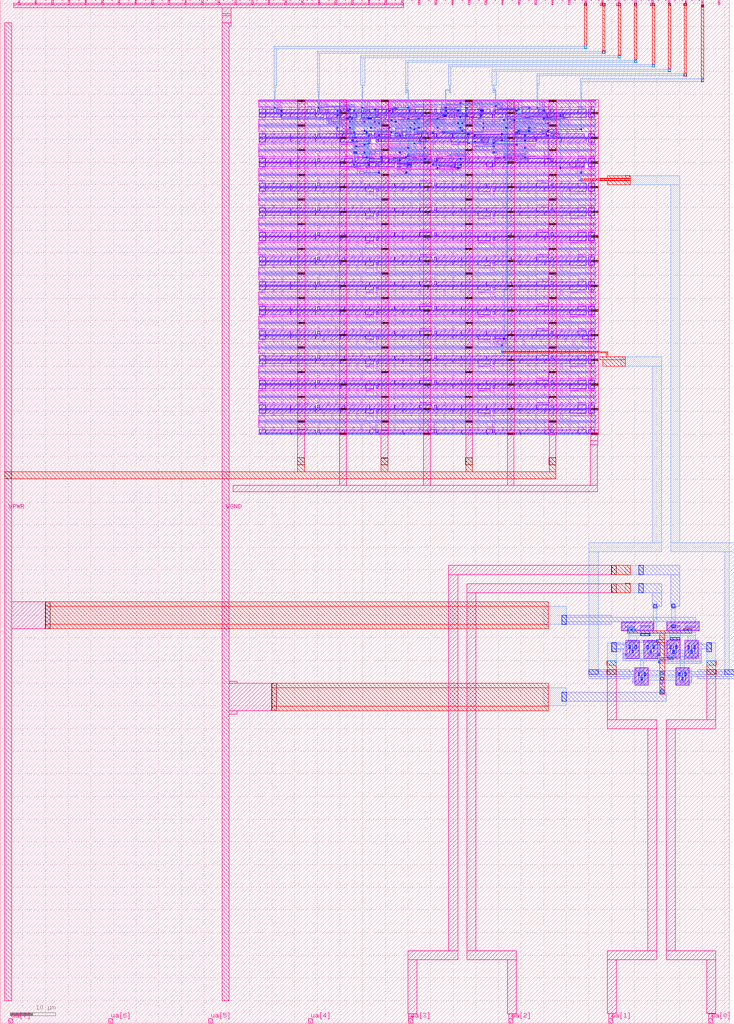
<source format=lef>
VERSION 5.7 ;
  NOWIREEXTENSIONATPIN ON ;
  DIVIDERCHAR "/" ;
  BUSBITCHARS "[]" ;
MACRO tt_um_KolosKoblasz_mixer
  CLASS BLOCK ;
  FOREIGN tt_um_KolosKoblasz_mixer ;
  ORIGIN 0.000 0.000 ;
  SIZE 161.000 BY 225.760 ;
  PIN clk
    DIRECTION INPUT ;
    USE SIGNAL ;
    ANTENNAGATEAREA 0.852000 ;
    PORT
      LAYER met4 ;
        RECT 154.870 224.760 155.170 225.760 ;
    END
  END clk
  PIN ena
    DIRECTION INPUT ;
    USE SIGNAL ;
    PORT
      LAYER met4 ;
        RECT 158.550 224.760 158.850 225.760 ;
    END
  END ena
  PIN rst_n
    DIRECTION INPUT ;
    USE SIGNAL ;
    ANTENNAGATEAREA 0.196500 ;
    PORT
      LAYER met4 ;
        RECT 151.190 224.760 151.490 225.760 ;
    END
  END rst_n
  PIN ua[0]
    DIRECTION INOUT ;
    USE SIGNAL ;
    ANTENNAGATEAREA 2.736000 ;
    PORT
      LAYER met4 ;
        RECT 156.410 0.000 157.310 1.000 ;
    END
  END ua[0]
  PIN ua[1]
    DIRECTION INOUT ;
    USE SIGNAL ;
    ANTENNAGATEAREA 2.736000 ;
    PORT
      LAYER met4 ;
        RECT 134.330 0.000 135.230 1.000 ;
    END
  END ua[1]
  PIN ua[2]
    DIRECTION INOUT ;
    USE SIGNAL ;
    ANTENNADIFFAREA 2.088000 ;
    PORT
      LAYER met4 ;
        RECT 112.250 0.000 113.150 1.000 ;
    END
  END ua[2]
  PIN ua[3]
    DIRECTION INOUT ;
    USE SIGNAL ;
    ANTENNADIFFAREA 2.088000 ;
    PORT
      LAYER met4 ;
        RECT 90.170 0.000 91.070 1.000 ;
    END
  END ua[3]
  PIN ua[4]
    DIRECTION INOUT ;
    USE SIGNAL ;
    PORT
      LAYER met4 ;
        RECT 68.090 0.000 68.990 1.000 ;
    END
  END ua[4]
  PIN ua[5]
    DIRECTION INOUT ;
    USE SIGNAL ;
    PORT
      LAYER met4 ;
        RECT 46.010 0.000 46.910 1.000 ;
    END
  END ua[5]
  PIN ua[6]
    DIRECTION INOUT ;
    USE SIGNAL ;
    PORT
      LAYER met4 ;
        RECT 23.930 0.000 24.830 1.000 ;
    END
  END ua[6]
  PIN ua[7]
    DIRECTION INOUT ;
    USE SIGNAL ;
    PORT
      LAYER met4 ;
        RECT 1.850 0.000 2.750 1.000 ;
    END
  END ua[7]
  PIN ui_in[0]
    DIRECTION INPUT ;
    USE SIGNAL ;
    ANTENNAGATEAREA 0.126000 ;
    PORT
      LAYER met4 ;
        RECT 147.510 224.760 147.810 225.760 ;
    END
  END ui_in[0]
  PIN ui_in[1]
    DIRECTION INPUT ;
    USE SIGNAL ;
    ANTENNAGATEAREA 0.196500 ;
    PORT
      LAYER met4 ;
        RECT 143.830 224.760 144.130 225.760 ;
    END
  END ui_in[1]
  PIN ui_in[2]
    DIRECTION INPUT ;
    USE SIGNAL ;
    ANTENNAGATEAREA 0.196500 ;
    PORT
      LAYER met4 ;
        RECT 140.150 224.760 140.450 225.760 ;
    END
  END ui_in[2]
  PIN ui_in[3]
    DIRECTION INPUT ;
    USE SIGNAL ;
    ANTENNAGATEAREA 0.196500 ;
    PORT
      LAYER met4 ;
        RECT 136.470 224.760 136.770 225.760 ;
    END
  END ui_in[3]
  PIN ui_in[4]
    DIRECTION INPUT ;
    USE SIGNAL ;
    ANTENNAGATEAREA 0.213000 ;
    PORT
      LAYER met4 ;
        RECT 132.790 224.760 133.090 225.760 ;
    END
  END ui_in[4]
  PIN ui_in[5]
    DIRECTION INPUT ;
    USE SIGNAL ;
    ANTENNAGATEAREA 0.196500 ;
    PORT
      LAYER met4 ;
        RECT 129.110 224.760 129.410 225.760 ;
    END
  END ui_in[5]
  PIN ui_in[6]
    DIRECTION INPUT ;
    USE SIGNAL ;
    PORT
      LAYER met4 ;
        RECT 125.400 225.760 125.750 225.800 ;
        RECT 125.430 224.760 125.730 225.760 ;
    END
  END ui_in[6]
  PIN ui_in[7]
    DIRECTION INPUT ;
    USE SIGNAL ;
    PORT
      LAYER met4 ;
        RECT 121.750 224.760 122.050 225.760 ;
    END
  END ui_in[7]
  PIN uio_in[0]
    DIRECTION INPUT ;
    USE SIGNAL ;
    PORT
      LAYER met4 ;
        RECT 118.070 224.760 118.370 225.760 ;
    END
  END uio_in[0]
  PIN uio_in[1]
    DIRECTION INPUT ;
    USE SIGNAL ;
    PORT
      LAYER met4 ;
        RECT 114.390 224.760 114.690 225.760 ;
    END
  END uio_in[1]
  PIN uio_in[2]
    DIRECTION INPUT ;
    USE SIGNAL ;
    PORT
      LAYER met4 ;
        RECT 110.710 224.760 111.010 225.760 ;
    END
  END uio_in[2]
  PIN uio_in[3]
    DIRECTION INPUT ;
    USE SIGNAL ;
    PORT
      LAYER met4 ;
        RECT 107.030 224.760 107.330 225.760 ;
    END
  END uio_in[3]
  PIN uio_in[4]
    DIRECTION INPUT ;
    USE SIGNAL ;
    PORT
      LAYER met4 ;
        RECT 103.350 224.760 103.650 225.760 ;
    END
  END uio_in[4]
  PIN uio_in[5]
    DIRECTION INPUT ;
    USE SIGNAL ;
    PORT
      LAYER met4 ;
        RECT 99.670 224.760 99.970 225.760 ;
    END
  END uio_in[5]
  PIN uio_in[6]
    DIRECTION INPUT ;
    USE SIGNAL ;
    PORT
      LAYER met4 ;
        RECT 95.990 224.760 96.290 225.760 ;
    END
  END uio_in[6]
  PIN uio_in[7]
    DIRECTION INPUT ;
    USE SIGNAL ;
    PORT
      LAYER met4 ;
        RECT 92.310 224.760 92.610 225.760 ;
    END
  END uio_in[7]
  PIN uio_oe[0]
    DIRECTION OUTPUT ;
    USE SIGNAL ;
    ANTENNADIFFAREA 17.455599 ;
    PORT
      LAYER met4 ;
        RECT 29.750 224.760 30.050 225.760 ;
    END
  END uio_oe[0]
  PIN uio_oe[1]
    DIRECTION OUTPUT ;
    USE SIGNAL ;
    ANTENNADIFFAREA 17.455599 ;
    PORT
      LAYER met4 ;
        RECT 26.070 224.760 26.370 225.760 ;
    END
  END uio_oe[1]
  PIN uio_oe[2]
    DIRECTION OUTPUT ;
    USE SIGNAL ;
    ANTENNADIFFAREA 17.455599 ;
    PORT
      LAYER met4 ;
        RECT 22.390 224.760 22.690 225.760 ;
    END
  END uio_oe[2]
  PIN uio_oe[3]
    DIRECTION OUTPUT ;
    USE SIGNAL ;
    ANTENNADIFFAREA 17.455599 ;
    PORT
      LAYER met4 ;
        RECT 18.710 224.760 19.010 225.760 ;
    END
  END uio_oe[3]
  PIN uio_oe[4]
    DIRECTION OUTPUT ;
    USE SIGNAL ;
    ANTENNADIFFAREA 17.455599 ;
    PORT
      LAYER met4 ;
        RECT 15.030 224.760 15.330 225.760 ;
    END
  END uio_oe[4]
  PIN uio_oe[5]
    DIRECTION OUTPUT ;
    USE SIGNAL ;
    ANTENNADIFFAREA 17.455599 ;
    PORT
      LAYER met4 ;
        RECT 11.350 224.760 11.650 225.760 ;
    END
  END uio_oe[5]
  PIN uio_oe[6]
    DIRECTION OUTPUT ;
    USE SIGNAL ;
    ANTENNADIFFAREA 17.455599 ;
    PORT
      LAYER met4 ;
        RECT 7.670 224.760 7.970 225.760 ;
    END
  END uio_oe[6]
  PIN uio_oe[7]
    DIRECTION OUTPUT ;
    USE SIGNAL ;
    ANTENNADIFFAREA 17.455599 ;
    PORT
      LAYER met4 ;
        RECT 3.990 224.760 4.290 225.760 ;
    END
  END uio_oe[7]
  PIN uio_out[0]
    DIRECTION OUTPUT ;
    USE SIGNAL ;
    ANTENNADIFFAREA 17.455599 ;
    PORT
      LAYER met4 ;
        RECT 59.190 224.760 59.490 225.760 ;
    END
  END uio_out[0]
  PIN uio_out[1]
    DIRECTION OUTPUT ;
    USE SIGNAL ;
    ANTENNADIFFAREA 17.455599 ;
    PORT
      LAYER met4 ;
        RECT 55.510 224.760 55.810 225.760 ;
    END
  END uio_out[1]
  PIN uio_out[2]
    DIRECTION OUTPUT ;
    USE SIGNAL ;
    ANTENNADIFFAREA 17.455599 ;
    PORT
      LAYER met4 ;
        RECT 51.830 224.760 52.130 225.760 ;
    END
  END uio_out[2]
  PIN uio_out[3]
    DIRECTION OUTPUT ;
    USE SIGNAL ;
    ANTENNADIFFAREA 17.455599 ;
    PORT
      LAYER met4 ;
        RECT 48.150 224.760 48.450 225.760 ;
    END
  END uio_out[3]
  PIN uio_out[4]
    DIRECTION OUTPUT ;
    USE SIGNAL ;
    ANTENNADIFFAREA 17.455599 ;
    PORT
      LAYER met4 ;
        RECT 44.470 224.760 44.770 225.760 ;
    END
  END uio_out[4]
  PIN uio_out[5]
    DIRECTION OUTPUT ;
    USE SIGNAL ;
    ANTENNADIFFAREA 17.455599 ;
    PORT
      LAYER met4 ;
        RECT 40.790 224.760 41.090 225.760 ;
    END
  END uio_out[5]
  PIN uio_out[6]
    DIRECTION OUTPUT ;
    USE SIGNAL ;
    ANTENNADIFFAREA 17.455599 ;
    PORT
      LAYER met4 ;
        RECT 37.110 224.760 37.410 225.760 ;
    END
  END uio_out[6]
  PIN uio_out[7]
    DIRECTION OUTPUT ;
    USE SIGNAL ;
    ANTENNADIFFAREA 17.455599 ;
    PORT
      LAYER met4 ;
        RECT 33.430 224.760 33.730 225.760 ;
    END
  END uio_out[7]
  PIN uo_out[0]
    DIRECTION OUTPUT ;
    USE SIGNAL ;
    ANTENNADIFFAREA 17.455599 ;
    PORT
      LAYER met4 ;
        RECT 88.630 224.760 88.930 225.760 ;
    END
  END uo_out[0]
  PIN uo_out[1]
    DIRECTION OUTPUT ;
    USE SIGNAL ;
    ANTENNADIFFAREA 17.455599 ;
    PORT
      LAYER met4 ;
        RECT 84.950 224.760 85.250 225.760 ;
    END
  END uo_out[1]
  PIN uo_out[2]
    DIRECTION OUTPUT ;
    USE SIGNAL ;
    ANTENNADIFFAREA 17.455599 ;
    PORT
      LAYER met4 ;
        RECT 81.270 224.760 81.570 225.760 ;
    END
  END uo_out[2]
  PIN uo_out[3]
    DIRECTION OUTPUT ;
    USE SIGNAL ;
    ANTENNADIFFAREA 17.455599 ;
    PORT
      LAYER met4 ;
        RECT 77.590 224.760 77.890 225.760 ;
    END
  END uo_out[3]
  PIN uo_out[4]
    DIRECTION OUTPUT ;
    USE SIGNAL ;
    ANTENNADIFFAREA 17.455599 ;
    PORT
      LAYER met4 ;
        RECT 73.910 224.760 74.210 225.760 ;
    END
  END uo_out[4]
  PIN uo_out[5]
    DIRECTION OUTPUT ;
    USE SIGNAL ;
    ANTENNADIFFAREA 17.455599 ;
    PORT
      LAYER met4 ;
        RECT 70.230 224.760 70.530 225.760 ;
    END
  END uo_out[5]
  PIN uo_out[6]
    DIRECTION OUTPUT ;
    USE SIGNAL ;
    ANTENNADIFFAREA 17.455599 ;
    PORT
      LAYER met4 ;
        RECT 66.550 224.760 66.850 225.760 ;
    END
  END uo_out[6]
  PIN uo_out[7]
    DIRECTION OUTPUT ;
    USE SIGNAL ;
    ANTENNADIFFAREA 17.455599 ;
    PORT
      LAYER met4 ;
        RECT 62.870 224.760 63.170 225.760 ;
    END
  END uo_out[7]
  PIN VPWR
    DIRECTION INOUT ;
    USE POWER ;
    PORT
      LAYER met4 ;
        RECT 1.000 5.000 2.500 220.760 ;
    END
  END VPWR
  PIN VGND
    DIRECTION INOUT ;
    USE GROUND ;
    PORT
      LAYER met4 ;
        RECT 49.000 5.000 50.500 220.760 ;
    END
  END VGND
  OBS
      LAYER nwell ;
        RECT 57.000 202.085 131.440 203.690 ;
      LAYER pwell ;
        RECT 57.195 200.885 58.565 201.695 ;
        RECT 58.575 200.885 60.405 201.695 ;
        RECT 60.875 200.885 62.245 201.665 ;
        RECT 62.255 200.885 67.765 201.695 ;
        RECT 67.775 200.885 69.605 201.695 ;
        RECT 70.085 200.970 70.515 201.755 ;
        RECT 70.535 200.885 72.365 201.565 ;
        RECT 72.375 200.885 75.125 201.695 ;
        RECT 75.195 200.885 76.965 201.795 ;
        RECT 76.975 200.885 79.725 201.695 ;
        RECT 80.195 200.885 81.565 201.665 ;
        RECT 81.575 200.885 82.945 201.695 ;
        RECT 82.965 200.970 83.395 201.755 ;
        RECT 83.415 200.885 85.245 201.695 ;
        RECT 85.265 200.885 86.615 201.795 ;
        RECT 86.730 201.565 87.650 201.795 ;
        RECT 86.730 200.885 90.195 201.565 ;
        RECT 90.315 200.885 91.685 201.665 ;
        RECT 91.695 200.885 95.365 201.695 ;
        RECT 95.845 200.970 96.275 201.755 ;
        RECT 97.215 200.885 98.585 201.665 ;
        RECT 99.080 201.595 100.435 201.795 ;
        RECT 99.080 201.565 101.760 201.595 ;
        RECT 105.390 201.565 106.310 201.795 ;
        RECT 98.595 200.915 101.760 201.565 ;
        RECT 98.595 200.885 100.435 200.915 ;
        RECT 102.845 200.885 106.310 201.565 ;
        RECT 106.415 200.885 108.245 201.695 ;
        RECT 108.725 200.970 109.155 201.755 ;
        RECT 109.835 201.565 113.765 201.795 ;
        RECT 109.350 200.885 113.765 201.565 ;
        RECT 115.155 200.885 118.825 201.695 ;
        RECT 118.835 200.885 120.205 201.665 ;
        RECT 120.215 200.885 121.585 201.695 ;
        RECT 121.605 200.970 122.035 201.755 ;
        RECT 122.055 200.885 127.565 201.695 ;
        RECT 127.575 200.885 129.405 201.695 ;
        RECT 129.875 200.885 131.245 201.695 ;
        RECT 57.335 200.675 57.505 200.885 ;
        RECT 58.715 200.675 58.885 200.885 ;
        RECT 60.550 200.725 60.670 200.835 ;
        RECT 61.025 200.695 61.195 200.885 ;
        RECT 62.395 200.695 62.565 200.885 ;
        RECT 64.235 200.675 64.405 200.865 ;
        RECT 67.915 200.695 68.085 200.885 ;
        RECT 69.755 200.835 69.925 200.865 ;
        RECT 69.750 200.725 69.925 200.835 ;
        RECT 69.755 200.675 69.925 200.725 ;
        RECT 70.675 200.695 70.845 200.885 ;
        RECT 71.590 200.725 71.710 200.835 ;
        RECT 72.055 200.675 72.225 200.865 ;
        RECT 72.515 200.695 72.685 200.885 ;
        RECT 76.650 200.695 76.820 200.885 ;
        RECT 77.115 200.695 77.285 200.885 ;
        RECT 78.500 200.695 78.670 200.865 ;
        RECT 79.875 200.835 80.045 200.865 ;
        RECT 78.965 200.720 79.125 200.830 ;
        RECT 79.870 200.725 80.045 200.835 ;
        RECT 78.500 200.675 78.635 200.695 ;
        RECT 79.875 200.675 80.045 200.725 ;
        RECT 80.345 200.695 80.515 200.885 ;
        RECT 81.715 200.695 81.885 200.885 ;
        RECT 83.555 200.695 83.725 200.885 ;
        RECT 84.930 200.675 85.100 200.865 ;
        RECT 85.390 200.725 85.510 200.835 ;
        RECT 86.315 200.695 86.485 200.885 ;
        RECT 89.995 200.695 90.165 200.885 ;
        RECT 90.455 200.695 90.625 200.885 ;
        RECT 91.835 200.695 92.005 200.885 ;
        RECT 92.755 200.675 92.925 200.865 ;
        RECT 93.215 200.675 93.385 200.865 ;
        RECT 95.510 200.725 95.630 200.835 ;
        RECT 96.445 200.730 96.605 200.840 ;
        RECT 97.355 200.695 97.525 200.885 ;
        RECT 98.735 200.695 98.905 200.885 ;
        RECT 101.965 200.730 102.125 200.840 ;
        RECT 102.875 200.695 103.045 200.885 ;
        RECT 103.980 200.675 104.150 200.865 ;
        RECT 105.635 200.675 105.805 200.865 ;
        RECT 106.095 200.675 106.265 200.865 ;
        RECT 106.555 200.695 106.725 200.885 ;
        RECT 109.350 200.865 109.460 200.885 ;
        RECT 108.390 200.725 108.510 200.835 ;
        RECT 109.290 200.695 109.485 200.865 ;
        RECT 111.150 200.725 111.270 200.835 ;
        RECT 109.315 200.675 109.485 200.695 ;
        RECT 111.615 200.675 111.785 200.865 ;
        RECT 113.915 200.695 114.085 200.865 ;
        RECT 115.295 200.695 115.465 200.885 ;
        RECT 118.975 200.695 119.145 200.885 ;
        RECT 120.355 200.695 120.525 200.885 ;
        RECT 122.195 200.695 122.365 200.885 ;
        RECT 124.035 200.675 124.205 200.865 ;
        RECT 124.495 200.675 124.665 200.865 ;
        RECT 125.875 200.675 126.045 200.865 ;
        RECT 127.715 200.695 127.885 200.885 ;
        RECT 129.550 200.725 129.670 200.835 ;
        RECT 130.935 200.675 131.105 200.885 ;
        RECT 57.195 199.865 58.565 200.675 ;
        RECT 58.575 199.865 64.085 200.675 ;
        RECT 64.095 199.865 69.605 200.675 ;
        RECT 69.615 199.865 71.445 200.675 ;
        RECT 71.955 199.765 75.125 200.675 ;
        RECT 75.135 199.765 78.635 200.675 ;
        RECT 79.735 199.765 82.945 200.675 ;
        RECT 82.965 199.805 83.395 200.590 ;
        RECT 83.415 199.765 85.245 200.675 ;
        RECT 85.755 199.995 93.065 200.675 ;
        RECT 93.075 199.995 100.385 200.675 ;
        RECT 100.665 199.995 104.565 200.675 ;
        RECT 85.755 199.765 87.105 199.995 ;
        RECT 88.640 199.775 89.550 199.995 ;
        RECT 96.590 199.775 97.500 199.995 ;
        RECT 99.035 199.765 100.385 199.995 ;
        RECT 103.635 199.765 104.565 199.995 ;
        RECT 104.585 199.765 105.935 200.675 ;
        RECT 105.955 199.865 108.705 200.675 ;
        RECT 108.725 199.805 109.155 200.590 ;
        RECT 109.175 199.865 111.005 200.675 ;
        RECT 111.475 199.995 120.665 200.675 ;
        RECT 115.985 199.775 116.915 199.995 ;
        RECT 119.745 199.765 120.665 199.995 ;
        RECT 120.770 199.995 124.235 200.675 ;
        RECT 120.770 199.765 121.690 199.995 ;
        RECT 124.365 199.765 125.715 200.675 ;
        RECT 125.735 199.865 129.405 200.675 ;
        RECT 129.875 199.865 131.245 200.675 ;
      LAYER nwell ;
        RECT 57.000 196.645 131.440 199.475 ;
      LAYER pwell ;
        RECT 57.195 195.445 58.565 196.255 ;
        RECT 58.575 195.445 64.085 196.255 ;
        RECT 64.095 195.445 69.605 196.255 ;
        RECT 70.085 195.530 70.515 196.315 ;
        RECT 70.535 195.445 74.205 196.255 ;
        RECT 74.215 195.445 75.585 196.255 ;
        RECT 75.595 195.445 78.345 196.355 ;
        RECT 78.355 195.445 82.025 196.255 ;
        RECT 82.495 196.125 83.420 196.355 ;
        RECT 82.495 195.445 86.165 196.125 ;
        RECT 87.095 195.445 88.910 196.355 ;
        RECT 92.050 196.125 92.970 196.355 ;
        RECT 89.505 195.445 92.970 196.125 ;
        RECT 93.095 195.445 94.445 196.355 ;
        RECT 94.455 195.445 95.825 196.255 ;
        RECT 95.845 195.530 96.275 196.315 ;
        RECT 96.375 195.445 99.825 196.355 ;
        RECT 99.975 195.445 103.185 196.355 ;
        RECT 103.195 195.445 104.565 196.255 ;
        RECT 113.775 196.125 114.705 196.355 ;
        RECT 119.720 196.155 120.665 196.355 ;
        RECT 104.660 195.445 113.765 196.125 ;
        RECT 113.775 195.445 117.675 196.125 ;
        RECT 117.915 195.475 120.665 196.155 ;
        RECT 121.605 195.530 122.035 196.315 ;
        RECT 57.335 195.235 57.505 195.445 ;
        RECT 58.715 195.235 58.885 195.445 ;
        RECT 64.235 195.235 64.405 195.445 ;
        RECT 69.755 195.395 69.925 195.425 ;
        RECT 69.750 195.285 69.925 195.395 ;
        RECT 69.755 195.235 69.925 195.285 ;
        RECT 70.675 195.255 70.845 195.445 ;
        RECT 74.355 195.255 74.525 195.445 ;
        RECT 75.275 195.235 75.445 195.425 ;
        RECT 78.035 195.255 78.205 195.445 ;
        RECT 78.310 195.235 78.480 195.425 ;
        RECT 78.495 195.255 78.665 195.445 ;
        RECT 82.170 195.390 82.290 195.395 ;
        RECT 82.170 195.285 82.345 195.390 ;
        RECT 82.185 195.280 82.345 195.285 ;
        RECT 82.640 195.255 82.810 195.445 ;
        RECT 86.325 195.290 86.485 195.400 ;
        RECT 88.615 195.255 88.785 195.445 ;
        RECT 89.070 195.285 89.190 195.395 ;
        RECT 89.535 195.255 89.705 195.445 ;
        RECT 92.295 195.235 92.465 195.425 ;
        RECT 92.755 195.235 92.925 195.425 ;
        RECT 93.210 195.255 93.380 195.445 ;
        RECT 94.135 195.235 94.305 195.425 ;
        RECT 94.595 195.255 94.765 195.445 ;
        RECT 96.435 195.255 96.605 195.445 ;
        RECT 99.655 195.235 99.825 195.425 ;
        RECT 100.105 195.255 100.275 195.445 ;
        RECT 103.335 195.255 103.505 195.445 ;
        RECT 104.255 195.255 104.425 195.425 ;
        RECT 104.275 195.235 104.425 195.255 ;
        RECT 106.560 195.235 106.730 195.425 ;
        RECT 107.945 195.280 108.105 195.390 ;
        RECT 109.315 195.235 109.485 195.425 ;
        RECT 113.455 195.255 113.625 195.445 ;
        RECT 114.190 195.255 114.360 195.445 ;
        RECT 118.060 195.255 118.230 195.475 ;
        RECT 119.720 195.445 120.665 195.475 ;
        RECT 122.055 195.445 123.425 196.225 ;
        RECT 123.435 195.445 128.945 196.255 ;
        RECT 129.875 195.445 131.245 196.255 ;
        RECT 118.515 195.235 118.685 195.425 ;
        RECT 120.825 195.290 120.985 195.400 ;
        RECT 123.115 195.255 123.285 195.445 ;
        RECT 123.575 195.255 123.745 195.445 ;
        RECT 124.035 195.235 124.205 195.425 ;
        RECT 129.105 195.290 129.265 195.400 ;
        RECT 129.550 195.285 129.670 195.395 ;
        RECT 130.935 195.235 131.105 195.445 ;
        RECT 57.195 194.425 58.565 195.235 ;
        RECT 58.575 194.425 64.085 195.235 ;
        RECT 64.095 194.425 69.605 195.235 ;
        RECT 69.615 194.425 75.125 195.235 ;
        RECT 75.135 194.425 77.885 195.235 ;
        RECT 77.895 194.555 81.795 195.235 ;
        RECT 77.895 194.325 78.825 194.555 ;
        RECT 82.965 194.365 83.395 195.150 ;
        RECT 83.500 194.555 92.605 195.235 ;
        RECT 92.615 194.455 93.985 195.235 ;
        RECT 93.995 194.425 99.505 195.235 ;
        RECT 99.515 194.425 103.185 195.235 ;
        RECT 104.275 194.415 106.205 195.235 ;
        RECT 105.255 194.325 106.205 194.415 ;
        RECT 106.415 194.325 107.765 195.235 ;
        RECT 108.725 194.365 109.155 195.150 ;
        RECT 109.175 194.555 118.280 195.235 ;
        RECT 118.375 194.425 123.885 195.235 ;
        RECT 123.895 194.425 129.405 195.235 ;
        RECT 129.875 194.425 131.245 195.235 ;
      LAYER nwell ;
        RECT 57.000 191.205 131.440 194.035 ;
      LAYER pwell ;
        RECT 57.195 190.005 58.565 190.815 ;
        RECT 58.575 190.005 64.085 190.815 ;
        RECT 64.095 190.005 69.605 190.815 ;
        RECT 70.085 190.090 70.515 190.875 ;
        RECT 70.535 190.005 76.045 190.815 ;
        RECT 76.055 190.005 77.885 190.815 ;
        RECT 78.355 190.005 81.525 190.915 ;
        RECT 81.575 190.715 82.520 190.915 ;
        RECT 81.575 190.035 84.325 190.715 ;
        RECT 81.575 190.005 82.520 190.035 ;
        RECT 57.335 189.795 57.505 190.005 ;
        RECT 58.715 189.795 58.885 190.005 ;
        RECT 64.235 189.795 64.405 190.005 ;
        RECT 69.755 189.955 69.925 189.985 ;
        RECT 69.750 189.845 69.925 189.955 ;
        RECT 69.755 189.795 69.925 189.845 ;
        RECT 70.675 189.815 70.845 190.005 ;
        RECT 75.275 189.795 75.445 189.985 ;
        RECT 76.195 189.815 76.365 190.005 ;
        RECT 78.030 189.845 78.150 189.955 ;
        RECT 57.195 188.985 58.565 189.795 ;
        RECT 58.575 188.985 64.085 189.795 ;
        RECT 64.095 188.985 69.605 189.795 ;
        RECT 69.615 188.985 75.125 189.795 ;
        RECT 75.135 188.985 78.805 189.795 ;
        RECT 78.960 189.765 79.130 189.985 ;
        RECT 81.255 189.815 81.425 190.005 ;
        RECT 81.715 189.795 81.885 189.985 ;
        RECT 83.555 189.795 83.725 189.985 ;
        RECT 84.010 189.815 84.180 190.035 ;
        RECT 84.335 190.005 85.705 190.815 ;
        RECT 86.765 190.685 87.695 190.915 ;
        RECT 85.860 190.005 87.695 190.685 ;
        RECT 88.055 190.685 89.405 190.915 ;
        RECT 90.940 190.685 91.850 190.905 ;
        RECT 88.055 190.005 95.365 190.685 ;
        RECT 95.845 190.090 96.275 190.875 ;
        RECT 96.335 190.685 97.685 190.915 ;
        RECT 99.220 190.685 100.130 190.905 ;
        RECT 96.335 190.005 103.645 190.685 ;
        RECT 103.655 190.005 109.165 190.815 ;
        RECT 109.215 190.685 110.565 190.915 ;
        RECT 112.100 190.685 113.010 190.905 ;
        RECT 109.215 190.005 116.525 190.685 ;
        RECT 116.535 190.005 120.205 190.815 ;
        RECT 120.215 190.005 121.585 190.815 ;
        RECT 121.605 190.090 122.035 190.875 ;
        RECT 122.055 190.005 127.565 190.815 ;
        RECT 127.575 190.005 129.405 190.815 ;
        RECT 129.875 190.005 131.245 190.815 ;
        RECT 84.475 189.815 84.645 190.005 ;
        RECT 85.860 189.985 86.025 190.005 ;
        RECT 85.855 189.815 86.025 189.985 ;
        RECT 87.230 189.845 87.350 189.955 ;
        RECT 80.620 189.765 81.565 189.795 ;
        RECT 78.815 189.085 81.565 189.765 ;
        RECT 80.620 188.885 81.565 189.085 ;
        RECT 81.575 188.985 82.945 189.795 ;
        RECT 82.965 188.925 83.395 189.710 ;
        RECT 83.415 188.985 87.085 189.795 ;
        RECT 87.700 189.765 87.870 189.985 ;
        RECT 90.915 189.795 91.085 189.985 ;
        RECT 95.055 189.815 95.225 190.005 ;
        RECT 95.510 189.845 95.630 189.955 ;
        RECT 96.430 189.845 96.550 189.955 ;
        RECT 96.895 189.795 97.065 189.985 ;
        RECT 101.490 189.795 101.660 189.985 ;
        RECT 101.955 189.795 102.125 189.985 ;
        RECT 103.335 189.815 103.505 190.005 ;
        RECT 103.795 189.815 103.965 190.005 ;
        RECT 107.475 189.795 107.645 189.985 ;
        RECT 109.315 189.795 109.485 189.985 ;
        RECT 114.835 189.795 115.005 189.985 ;
        RECT 116.215 189.815 116.385 190.005 ;
        RECT 116.675 189.815 116.845 190.005 ;
        RECT 120.355 189.795 120.525 190.005 ;
        RECT 122.195 189.815 122.365 190.005 ;
        RECT 125.875 189.795 126.045 189.985 ;
        RECT 127.255 189.795 127.425 189.985 ;
        RECT 127.715 189.815 127.885 190.005 ;
        RECT 129.105 189.840 129.265 189.950 ;
        RECT 129.550 189.845 129.670 189.955 ;
        RECT 130.935 189.795 131.105 190.005 ;
        RECT 89.830 189.765 90.765 189.795 ;
        RECT 87.700 189.565 90.765 189.765 ;
        RECT 87.555 189.085 90.765 189.565 ;
        RECT 87.555 188.885 88.485 189.085 ;
        RECT 89.815 188.885 90.765 189.085 ;
        RECT 90.775 188.985 96.285 189.795 ;
        RECT 96.865 189.115 100.330 189.795 ;
        RECT 99.410 188.885 100.330 189.115 ;
        RECT 100.455 188.885 101.805 189.795 ;
        RECT 101.815 188.985 107.325 189.795 ;
        RECT 107.335 188.985 108.705 189.795 ;
        RECT 108.725 188.925 109.155 189.710 ;
        RECT 109.175 188.985 114.685 189.795 ;
        RECT 114.695 188.985 120.205 189.795 ;
        RECT 120.215 188.985 125.725 189.795 ;
        RECT 125.735 188.985 127.105 189.795 ;
        RECT 127.115 189.115 128.945 189.795 ;
        RECT 127.600 188.885 128.945 189.115 ;
        RECT 129.875 188.985 131.245 189.795 ;
      LAYER nwell ;
        RECT 57.000 185.765 131.440 188.595 ;
      LAYER pwell ;
        RECT 57.195 184.565 58.565 185.375 ;
        RECT 58.575 184.565 64.085 185.375 ;
        RECT 64.095 184.565 69.605 185.375 ;
        RECT 70.085 184.650 70.515 185.435 ;
        RECT 70.535 184.565 76.045 185.375 ;
        RECT 76.055 184.565 81.565 185.375 ;
        RECT 81.575 184.565 87.085 185.375 ;
        RECT 87.095 184.565 92.605 185.375 ;
        RECT 92.615 184.565 95.365 185.375 ;
        RECT 95.845 184.650 96.275 185.435 ;
        RECT 96.295 184.565 101.805 185.375 ;
        RECT 101.815 184.565 107.325 185.375 ;
        RECT 107.335 184.565 112.845 185.375 ;
        RECT 112.855 184.565 118.365 185.375 ;
        RECT 118.375 184.565 121.125 185.375 ;
        RECT 121.605 184.650 122.035 185.435 ;
        RECT 122.055 184.565 127.565 185.375 ;
        RECT 127.575 184.565 129.405 185.375 ;
        RECT 129.875 184.565 131.245 185.375 ;
        RECT 57.335 184.355 57.505 184.565 ;
        RECT 58.715 184.355 58.885 184.565 ;
        RECT 64.235 184.355 64.405 184.565 ;
        RECT 69.755 184.515 69.925 184.545 ;
        RECT 69.750 184.405 69.925 184.515 ;
        RECT 69.755 184.355 69.925 184.405 ;
        RECT 70.675 184.375 70.845 184.565 ;
        RECT 75.275 184.355 75.445 184.545 ;
        RECT 76.195 184.375 76.365 184.565 ;
        RECT 80.795 184.355 80.965 184.545 ;
        RECT 81.715 184.375 81.885 184.565 ;
        RECT 82.630 184.405 82.750 184.515 ;
        RECT 83.555 184.355 83.725 184.545 ;
        RECT 87.235 184.375 87.405 184.565 ;
        RECT 89.075 184.355 89.245 184.545 ;
        RECT 92.755 184.375 92.925 184.565 ;
        RECT 94.595 184.355 94.765 184.545 ;
        RECT 95.510 184.405 95.630 184.515 ;
        RECT 96.435 184.375 96.605 184.565 ;
        RECT 100.115 184.355 100.285 184.545 ;
        RECT 101.955 184.375 102.125 184.565 ;
        RECT 105.635 184.355 105.805 184.545 ;
        RECT 107.475 184.375 107.645 184.565 ;
        RECT 108.390 184.405 108.510 184.515 ;
        RECT 109.315 184.355 109.485 184.545 ;
        RECT 112.995 184.375 113.165 184.565 ;
        RECT 114.835 184.355 115.005 184.545 ;
        RECT 118.515 184.375 118.685 184.565 ;
        RECT 120.355 184.355 120.525 184.545 ;
        RECT 121.270 184.405 121.390 184.515 ;
        RECT 122.195 184.375 122.365 184.565 ;
        RECT 125.875 184.355 126.045 184.545 ;
        RECT 127.715 184.375 127.885 184.565 ;
        RECT 129.550 184.405 129.670 184.515 ;
        RECT 130.935 184.355 131.105 184.565 ;
        RECT 57.195 183.545 58.565 184.355 ;
        RECT 58.575 183.545 64.085 184.355 ;
        RECT 64.095 183.545 69.605 184.355 ;
        RECT 69.615 183.545 75.125 184.355 ;
        RECT 75.135 183.545 80.645 184.355 ;
        RECT 80.655 183.545 82.485 184.355 ;
        RECT 82.965 183.485 83.395 184.270 ;
        RECT 83.415 183.545 88.925 184.355 ;
        RECT 88.935 183.545 94.445 184.355 ;
        RECT 94.455 183.545 99.965 184.355 ;
        RECT 99.975 183.545 105.485 184.355 ;
        RECT 105.495 183.545 108.245 184.355 ;
        RECT 108.725 183.485 109.155 184.270 ;
        RECT 109.175 183.545 114.685 184.355 ;
        RECT 114.695 183.545 120.205 184.355 ;
        RECT 120.215 183.545 125.725 184.355 ;
        RECT 125.735 183.545 129.405 184.355 ;
        RECT 129.875 183.545 131.245 184.355 ;
      LAYER nwell ;
        RECT 57.000 180.325 131.440 183.155 ;
      LAYER pwell ;
        RECT 57.195 179.125 58.565 179.935 ;
        RECT 58.575 179.125 64.085 179.935 ;
        RECT 64.095 179.125 69.605 179.935 ;
        RECT 70.085 179.210 70.515 179.995 ;
        RECT 70.535 179.125 76.045 179.935 ;
        RECT 76.055 179.125 81.565 179.935 ;
        RECT 81.575 179.125 87.085 179.935 ;
        RECT 87.095 179.125 92.605 179.935 ;
        RECT 92.615 179.125 95.365 179.935 ;
        RECT 95.845 179.210 96.275 179.995 ;
        RECT 96.295 179.125 101.805 179.935 ;
        RECT 101.815 179.125 107.325 179.935 ;
        RECT 107.335 179.125 112.845 179.935 ;
        RECT 112.855 179.125 118.365 179.935 ;
        RECT 118.375 179.125 121.125 179.935 ;
        RECT 121.605 179.210 122.035 179.995 ;
        RECT 122.055 179.125 127.565 179.935 ;
        RECT 127.575 179.125 129.405 179.935 ;
        RECT 129.875 179.125 131.245 179.935 ;
        RECT 57.335 178.915 57.505 179.125 ;
        RECT 58.715 178.915 58.885 179.125 ;
        RECT 64.235 178.915 64.405 179.125 ;
        RECT 69.755 179.075 69.925 179.105 ;
        RECT 69.750 178.965 69.925 179.075 ;
        RECT 69.755 178.915 69.925 178.965 ;
        RECT 70.675 178.935 70.845 179.125 ;
        RECT 75.275 178.915 75.445 179.105 ;
        RECT 76.195 178.935 76.365 179.125 ;
        RECT 80.795 178.915 80.965 179.105 ;
        RECT 81.715 178.935 81.885 179.125 ;
        RECT 82.630 178.965 82.750 179.075 ;
        RECT 83.555 178.915 83.725 179.105 ;
        RECT 87.235 178.935 87.405 179.125 ;
        RECT 89.075 178.915 89.245 179.105 ;
        RECT 92.755 178.935 92.925 179.125 ;
        RECT 94.595 178.915 94.765 179.105 ;
        RECT 95.510 178.965 95.630 179.075 ;
        RECT 96.435 178.935 96.605 179.125 ;
        RECT 100.115 178.915 100.285 179.105 ;
        RECT 101.955 178.935 102.125 179.125 ;
        RECT 105.635 178.915 105.805 179.105 ;
        RECT 107.475 178.935 107.645 179.125 ;
        RECT 108.390 178.965 108.510 179.075 ;
        RECT 109.315 178.915 109.485 179.105 ;
        RECT 112.995 178.935 113.165 179.125 ;
        RECT 114.835 178.915 115.005 179.105 ;
        RECT 118.515 178.935 118.685 179.125 ;
        RECT 120.355 178.915 120.525 179.105 ;
        RECT 121.270 178.965 121.390 179.075 ;
        RECT 122.195 178.935 122.365 179.125 ;
        RECT 125.875 178.915 126.045 179.105 ;
        RECT 127.715 178.935 127.885 179.125 ;
        RECT 129.550 178.965 129.670 179.075 ;
        RECT 130.935 178.915 131.105 179.125 ;
        RECT 57.195 178.105 58.565 178.915 ;
        RECT 58.575 178.105 64.085 178.915 ;
        RECT 64.095 178.105 69.605 178.915 ;
        RECT 69.615 178.105 75.125 178.915 ;
        RECT 75.135 178.105 80.645 178.915 ;
        RECT 80.655 178.105 82.485 178.915 ;
        RECT 82.965 178.045 83.395 178.830 ;
        RECT 83.415 178.105 88.925 178.915 ;
        RECT 88.935 178.105 94.445 178.915 ;
        RECT 94.455 178.105 99.965 178.915 ;
        RECT 99.975 178.105 105.485 178.915 ;
        RECT 105.495 178.105 108.245 178.915 ;
        RECT 108.725 178.045 109.155 178.830 ;
        RECT 109.175 178.105 114.685 178.915 ;
        RECT 114.695 178.105 120.205 178.915 ;
        RECT 120.215 178.105 125.725 178.915 ;
        RECT 125.735 178.105 129.405 178.915 ;
        RECT 129.875 178.105 131.245 178.915 ;
      LAYER nwell ;
        RECT 57.000 174.885 131.440 177.715 ;
      LAYER pwell ;
        RECT 57.195 173.685 58.565 174.495 ;
        RECT 58.575 173.685 64.085 174.495 ;
        RECT 64.095 173.685 69.605 174.495 ;
        RECT 70.085 173.770 70.515 174.555 ;
        RECT 70.535 173.685 76.045 174.495 ;
        RECT 76.055 173.685 81.565 174.495 ;
        RECT 81.575 173.685 87.085 174.495 ;
        RECT 87.095 173.685 92.605 174.495 ;
        RECT 92.615 173.685 95.365 174.495 ;
        RECT 95.845 173.770 96.275 174.555 ;
        RECT 96.295 173.685 101.805 174.495 ;
        RECT 101.815 173.685 107.325 174.495 ;
        RECT 107.335 173.685 112.845 174.495 ;
        RECT 112.855 173.685 118.365 174.495 ;
        RECT 118.375 173.685 121.125 174.495 ;
        RECT 121.605 173.770 122.035 174.555 ;
        RECT 122.055 173.685 127.565 174.495 ;
        RECT 127.575 173.685 129.405 174.495 ;
        RECT 129.875 173.685 131.245 174.495 ;
        RECT 57.335 173.475 57.505 173.685 ;
        RECT 58.715 173.475 58.885 173.685 ;
        RECT 64.235 173.475 64.405 173.685 ;
        RECT 69.755 173.635 69.925 173.665 ;
        RECT 69.750 173.525 69.925 173.635 ;
        RECT 69.755 173.475 69.925 173.525 ;
        RECT 70.675 173.495 70.845 173.685 ;
        RECT 75.275 173.475 75.445 173.665 ;
        RECT 76.195 173.495 76.365 173.685 ;
        RECT 80.795 173.475 80.965 173.665 ;
        RECT 81.715 173.495 81.885 173.685 ;
        RECT 82.630 173.525 82.750 173.635 ;
        RECT 83.555 173.475 83.725 173.665 ;
        RECT 87.235 173.495 87.405 173.685 ;
        RECT 89.075 173.475 89.245 173.665 ;
        RECT 92.755 173.495 92.925 173.685 ;
        RECT 94.595 173.475 94.765 173.665 ;
        RECT 95.510 173.525 95.630 173.635 ;
        RECT 96.435 173.495 96.605 173.685 ;
        RECT 100.115 173.475 100.285 173.665 ;
        RECT 101.955 173.495 102.125 173.685 ;
        RECT 105.635 173.475 105.805 173.665 ;
        RECT 107.475 173.495 107.645 173.685 ;
        RECT 108.390 173.525 108.510 173.635 ;
        RECT 109.315 173.475 109.485 173.665 ;
        RECT 112.995 173.495 113.165 173.685 ;
        RECT 114.835 173.475 115.005 173.665 ;
        RECT 118.515 173.495 118.685 173.685 ;
        RECT 120.355 173.475 120.525 173.665 ;
        RECT 121.270 173.525 121.390 173.635 ;
        RECT 122.195 173.495 122.365 173.685 ;
        RECT 125.875 173.475 126.045 173.665 ;
        RECT 127.715 173.495 127.885 173.685 ;
        RECT 129.550 173.525 129.670 173.635 ;
        RECT 130.935 173.475 131.105 173.685 ;
        RECT 57.195 172.665 58.565 173.475 ;
        RECT 58.575 172.665 64.085 173.475 ;
        RECT 64.095 172.665 69.605 173.475 ;
        RECT 69.615 172.665 75.125 173.475 ;
        RECT 75.135 172.665 80.645 173.475 ;
        RECT 80.655 172.665 82.485 173.475 ;
        RECT 82.965 172.605 83.395 173.390 ;
        RECT 83.415 172.665 88.925 173.475 ;
        RECT 88.935 172.665 94.445 173.475 ;
        RECT 94.455 172.665 99.965 173.475 ;
        RECT 99.975 172.665 105.485 173.475 ;
        RECT 105.495 172.665 108.245 173.475 ;
        RECT 108.725 172.605 109.155 173.390 ;
        RECT 109.175 172.665 114.685 173.475 ;
        RECT 114.695 172.665 120.205 173.475 ;
        RECT 120.215 172.665 125.725 173.475 ;
        RECT 125.735 172.665 129.405 173.475 ;
        RECT 129.875 172.665 131.245 173.475 ;
      LAYER nwell ;
        RECT 57.000 169.445 131.440 172.275 ;
      LAYER pwell ;
        RECT 57.195 168.245 58.565 169.055 ;
        RECT 58.575 168.245 64.085 169.055 ;
        RECT 64.095 168.245 69.605 169.055 ;
        RECT 70.085 168.330 70.515 169.115 ;
        RECT 70.535 168.245 76.045 169.055 ;
        RECT 76.055 168.245 81.565 169.055 ;
        RECT 81.575 168.245 87.085 169.055 ;
        RECT 87.095 168.245 92.605 169.055 ;
        RECT 92.615 168.245 95.365 169.055 ;
        RECT 95.845 168.330 96.275 169.115 ;
        RECT 96.295 168.245 101.805 169.055 ;
        RECT 101.815 168.245 107.325 169.055 ;
        RECT 107.335 168.245 112.845 169.055 ;
        RECT 112.855 168.245 118.365 169.055 ;
        RECT 118.375 168.245 121.125 169.055 ;
        RECT 121.605 168.330 122.035 169.115 ;
        RECT 122.055 168.245 127.565 169.055 ;
        RECT 127.575 168.245 129.405 169.055 ;
        RECT 129.875 168.245 131.245 169.055 ;
        RECT 57.335 168.035 57.505 168.245 ;
        RECT 58.715 168.035 58.885 168.245 ;
        RECT 64.235 168.035 64.405 168.245 ;
        RECT 69.755 168.195 69.925 168.225 ;
        RECT 69.750 168.085 69.925 168.195 ;
        RECT 69.755 168.035 69.925 168.085 ;
        RECT 70.675 168.055 70.845 168.245 ;
        RECT 75.275 168.035 75.445 168.225 ;
        RECT 76.195 168.055 76.365 168.245 ;
        RECT 80.795 168.035 80.965 168.225 ;
        RECT 81.715 168.055 81.885 168.245 ;
        RECT 82.630 168.085 82.750 168.195 ;
        RECT 83.555 168.035 83.725 168.225 ;
        RECT 87.235 168.055 87.405 168.245 ;
        RECT 89.075 168.035 89.245 168.225 ;
        RECT 92.755 168.055 92.925 168.245 ;
        RECT 94.595 168.035 94.765 168.225 ;
        RECT 95.510 168.085 95.630 168.195 ;
        RECT 96.435 168.055 96.605 168.245 ;
        RECT 100.115 168.035 100.285 168.225 ;
        RECT 101.955 168.055 102.125 168.245 ;
        RECT 105.635 168.035 105.805 168.225 ;
        RECT 107.475 168.055 107.645 168.245 ;
        RECT 108.390 168.085 108.510 168.195 ;
        RECT 109.315 168.035 109.485 168.225 ;
        RECT 112.995 168.055 113.165 168.245 ;
        RECT 114.835 168.035 115.005 168.225 ;
        RECT 118.515 168.055 118.685 168.245 ;
        RECT 120.355 168.035 120.525 168.225 ;
        RECT 121.270 168.085 121.390 168.195 ;
        RECT 122.195 168.055 122.365 168.245 ;
        RECT 125.875 168.035 126.045 168.225 ;
        RECT 127.715 168.055 127.885 168.245 ;
        RECT 129.550 168.085 129.670 168.195 ;
        RECT 130.935 168.035 131.105 168.245 ;
        RECT 57.195 167.225 58.565 168.035 ;
        RECT 58.575 167.225 64.085 168.035 ;
        RECT 64.095 167.225 69.605 168.035 ;
        RECT 69.615 167.225 75.125 168.035 ;
        RECT 75.135 167.225 80.645 168.035 ;
        RECT 80.655 167.225 82.485 168.035 ;
        RECT 82.965 167.165 83.395 167.950 ;
        RECT 83.415 167.225 88.925 168.035 ;
        RECT 88.935 167.225 94.445 168.035 ;
        RECT 94.455 167.225 99.965 168.035 ;
        RECT 99.975 167.225 105.485 168.035 ;
        RECT 105.495 167.225 108.245 168.035 ;
        RECT 108.725 167.165 109.155 167.950 ;
        RECT 109.175 167.225 114.685 168.035 ;
        RECT 114.695 167.225 120.205 168.035 ;
        RECT 120.215 167.225 125.725 168.035 ;
        RECT 125.735 167.225 129.405 168.035 ;
        RECT 129.875 167.225 131.245 168.035 ;
      LAYER nwell ;
        RECT 57.000 164.005 131.440 166.835 ;
      LAYER pwell ;
        RECT 57.195 162.805 58.565 163.615 ;
        RECT 58.575 162.805 64.085 163.615 ;
        RECT 64.095 162.805 69.605 163.615 ;
        RECT 70.085 162.890 70.515 163.675 ;
        RECT 70.535 162.805 76.045 163.615 ;
        RECT 76.055 162.805 81.565 163.615 ;
        RECT 81.575 162.805 87.085 163.615 ;
        RECT 87.095 162.805 92.605 163.615 ;
        RECT 92.615 162.805 95.365 163.615 ;
        RECT 95.845 162.890 96.275 163.675 ;
        RECT 96.295 162.805 101.805 163.615 ;
        RECT 101.815 162.805 107.325 163.615 ;
        RECT 107.335 162.805 112.845 163.615 ;
        RECT 112.855 162.805 118.365 163.615 ;
        RECT 118.375 162.805 121.125 163.615 ;
        RECT 121.605 162.890 122.035 163.675 ;
        RECT 122.055 162.805 127.565 163.615 ;
        RECT 127.575 162.805 129.405 163.615 ;
        RECT 129.875 162.805 131.245 163.615 ;
        RECT 57.335 162.595 57.505 162.805 ;
        RECT 58.715 162.595 58.885 162.805 ;
        RECT 64.235 162.595 64.405 162.805 ;
        RECT 69.755 162.755 69.925 162.785 ;
        RECT 69.750 162.645 69.925 162.755 ;
        RECT 69.755 162.595 69.925 162.645 ;
        RECT 70.675 162.615 70.845 162.805 ;
        RECT 75.275 162.595 75.445 162.785 ;
        RECT 76.195 162.615 76.365 162.805 ;
        RECT 80.795 162.595 80.965 162.785 ;
        RECT 81.715 162.615 81.885 162.805 ;
        RECT 82.630 162.645 82.750 162.755 ;
        RECT 83.555 162.595 83.725 162.785 ;
        RECT 87.235 162.615 87.405 162.805 ;
        RECT 89.075 162.595 89.245 162.785 ;
        RECT 92.755 162.615 92.925 162.805 ;
        RECT 94.595 162.595 94.765 162.785 ;
        RECT 95.510 162.645 95.630 162.755 ;
        RECT 96.435 162.615 96.605 162.805 ;
        RECT 100.115 162.595 100.285 162.785 ;
        RECT 101.955 162.615 102.125 162.805 ;
        RECT 105.635 162.595 105.805 162.785 ;
        RECT 107.475 162.615 107.645 162.805 ;
        RECT 108.390 162.645 108.510 162.755 ;
        RECT 109.315 162.595 109.485 162.785 ;
        RECT 112.995 162.615 113.165 162.805 ;
        RECT 114.835 162.595 115.005 162.785 ;
        RECT 118.515 162.615 118.685 162.805 ;
        RECT 120.355 162.595 120.525 162.785 ;
        RECT 121.270 162.645 121.390 162.755 ;
        RECT 122.195 162.615 122.365 162.805 ;
        RECT 125.875 162.595 126.045 162.785 ;
        RECT 127.715 162.615 127.885 162.805 ;
        RECT 129.550 162.645 129.670 162.755 ;
        RECT 130.935 162.595 131.105 162.805 ;
        RECT 57.195 161.785 58.565 162.595 ;
        RECT 58.575 161.785 64.085 162.595 ;
        RECT 64.095 161.785 69.605 162.595 ;
        RECT 69.615 161.785 75.125 162.595 ;
        RECT 75.135 161.785 80.645 162.595 ;
        RECT 80.655 161.785 82.485 162.595 ;
        RECT 82.965 161.725 83.395 162.510 ;
        RECT 83.415 161.785 88.925 162.595 ;
        RECT 88.935 161.785 94.445 162.595 ;
        RECT 94.455 161.785 99.965 162.595 ;
        RECT 99.975 161.785 105.485 162.595 ;
        RECT 105.495 161.785 108.245 162.595 ;
        RECT 108.725 161.725 109.155 162.510 ;
        RECT 109.175 161.785 114.685 162.595 ;
        RECT 114.695 161.785 120.205 162.595 ;
        RECT 120.215 161.785 125.725 162.595 ;
        RECT 125.735 161.785 129.405 162.595 ;
        RECT 129.875 161.785 131.245 162.595 ;
      LAYER nwell ;
        RECT 57.000 158.565 131.440 161.395 ;
      LAYER pwell ;
        RECT 57.195 157.365 58.565 158.175 ;
        RECT 58.575 157.365 64.085 158.175 ;
        RECT 64.095 157.365 69.605 158.175 ;
        RECT 70.085 157.450 70.515 158.235 ;
        RECT 70.535 157.365 76.045 158.175 ;
        RECT 76.055 157.365 81.565 158.175 ;
        RECT 81.575 157.365 87.085 158.175 ;
        RECT 87.095 157.365 92.605 158.175 ;
        RECT 92.615 157.365 95.365 158.175 ;
        RECT 95.845 157.450 96.275 158.235 ;
        RECT 96.295 157.365 101.805 158.175 ;
        RECT 101.815 157.365 107.325 158.175 ;
        RECT 107.335 157.365 112.845 158.175 ;
        RECT 112.855 157.365 118.365 158.175 ;
        RECT 118.375 157.365 121.125 158.175 ;
        RECT 121.605 157.450 122.035 158.235 ;
        RECT 122.055 157.365 127.565 158.175 ;
        RECT 127.575 157.365 129.405 158.175 ;
        RECT 129.875 157.365 131.245 158.175 ;
        RECT 57.335 157.155 57.505 157.365 ;
        RECT 58.715 157.155 58.885 157.365 ;
        RECT 64.235 157.155 64.405 157.365 ;
        RECT 69.755 157.315 69.925 157.345 ;
        RECT 69.750 157.205 69.925 157.315 ;
        RECT 69.755 157.155 69.925 157.205 ;
        RECT 70.675 157.175 70.845 157.365 ;
        RECT 75.275 157.155 75.445 157.345 ;
        RECT 76.195 157.175 76.365 157.365 ;
        RECT 80.795 157.155 80.965 157.345 ;
        RECT 81.715 157.175 81.885 157.365 ;
        RECT 82.630 157.205 82.750 157.315 ;
        RECT 83.555 157.155 83.725 157.345 ;
        RECT 87.235 157.175 87.405 157.365 ;
        RECT 89.075 157.155 89.245 157.345 ;
        RECT 92.755 157.175 92.925 157.365 ;
        RECT 94.595 157.155 94.765 157.345 ;
        RECT 95.510 157.205 95.630 157.315 ;
        RECT 96.435 157.175 96.605 157.365 ;
        RECT 100.115 157.155 100.285 157.345 ;
        RECT 101.955 157.175 102.125 157.365 ;
        RECT 105.635 157.155 105.805 157.345 ;
        RECT 107.475 157.175 107.645 157.365 ;
        RECT 108.390 157.205 108.510 157.315 ;
        RECT 109.315 157.155 109.485 157.345 ;
        RECT 112.995 157.175 113.165 157.365 ;
        RECT 114.835 157.155 115.005 157.345 ;
        RECT 118.515 157.175 118.685 157.365 ;
        RECT 120.355 157.155 120.525 157.345 ;
        RECT 121.270 157.205 121.390 157.315 ;
        RECT 122.195 157.175 122.365 157.365 ;
        RECT 125.875 157.155 126.045 157.345 ;
        RECT 127.715 157.175 127.885 157.365 ;
        RECT 129.550 157.205 129.670 157.315 ;
        RECT 130.935 157.155 131.105 157.365 ;
        RECT 57.195 156.345 58.565 157.155 ;
        RECT 58.575 156.345 64.085 157.155 ;
        RECT 64.095 156.345 69.605 157.155 ;
        RECT 69.615 156.345 75.125 157.155 ;
        RECT 75.135 156.345 80.645 157.155 ;
        RECT 80.655 156.345 82.485 157.155 ;
        RECT 82.965 156.285 83.395 157.070 ;
        RECT 83.415 156.345 88.925 157.155 ;
        RECT 88.935 156.345 94.445 157.155 ;
        RECT 94.455 156.345 99.965 157.155 ;
        RECT 99.975 156.345 105.485 157.155 ;
        RECT 105.495 156.345 108.245 157.155 ;
        RECT 108.725 156.285 109.155 157.070 ;
        RECT 109.175 156.345 114.685 157.155 ;
        RECT 114.695 156.345 120.205 157.155 ;
        RECT 120.215 156.345 125.725 157.155 ;
        RECT 125.735 156.345 129.405 157.155 ;
        RECT 129.875 156.345 131.245 157.155 ;
      LAYER nwell ;
        RECT 57.000 153.125 131.440 155.955 ;
      LAYER pwell ;
        RECT 57.195 151.925 58.565 152.735 ;
        RECT 58.575 151.925 64.085 152.735 ;
        RECT 64.095 151.925 69.605 152.735 ;
        RECT 70.085 152.010 70.515 152.795 ;
        RECT 70.535 151.925 76.045 152.735 ;
        RECT 76.055 151.925 81.565 152.735 ;
        RECT 81.575 151.925 87.085 152.735 ;
        RECT 87.095 151.925 92.605 152.735 ;
        RECT 92.615 151.925 95.365 152.735 ;
        RECT 95.845 152.010 96.275 152.795 ;
        RECT 96.295 151.925 101.805 152.735 ;
        RECT 101.815 151.925 107.325 152.735 ;
        RECT 107.335 151.925 112.845 152.735 ;
        RECT 112.855 151.925 118.365 152.735 ;
        RECT 118.375 151.925 121.125 152.735 ;
        RECT 121.605 152.010 122.035 152.795 ;
        RECT 122.055 151.925 127.565 152.735 ;
        RECT 127.575 151.925 129.405 152.735 ;
        RECT 129.875 151.925 131.245 152.735 ;
        RECT 57.335 151.715 57.505 151.925 ;
        RECT 58.715 151.715 58.885 151.925 ;
        RECT 64.235 151.715 64.405 151.925 ;
        RECT 69.755 151.875 69.925 151.905 ;
        RECT 69.750 151.765 69.925 151.875 ;
        RECT 69.755 151.715 69.925 151.765 ;
        RECT 70.675 151.735 70.845 151.925 ;
        RECT 75.275 151.715 75.445 151.905 ;
        RECT 76.195 151.735 76.365 151.925 ;
        RECT 80.795 151.715 80.965 151.905 ;
        RECT 81.715 151.735 81.885 151.925 ;
        RECT 82.630 151.765 82.750 151.875 ;
        RECT 83.555 151.715 83.725 151.905 ;
        RECT 87.235 151.735 87.405 151.925 ;
        RECT 89.075 151.715 89.245 151.905 ;
        RECT 92.755 151.735 92.925 151.925 ;
        RECT 94.595 151.715 94.765 151.905 ;
        RECT 95.510 151.765 95.630 151.875 ;
        RECT 96.435 151.735 96.605 151.925 ;
        RECT 100.115 151.715 100.285 151.905 ;
        RECT 101.955 151.735 102.125 151.925 ;
        RECT 105.635 151.715 105.805 151.905 ;
        RECT 107.475 151.735 107.645 151.925 ;
        RECT 108.390 151.765 108.510 151.875 ;
        RECT 111.615 151.715 111.785 151.905 ;
        RECT 112.075 151.715 112.245 151.905 ;
        RECT 112.995 151.735 113.165 151.925 ;
        RECT 117.595 151.715 117.765 151.905 ;
        RECT 118.515 151.735 118.685 151.925 ;
        RECT 121.270 151.765 121.390 151.875 ;
        RECT 122.195 151.735 122.365 151.925 ;
        RECT 123.115 151.715 123.285 151.905 ;
        RECT 127.715 151.735 127.885 151.925 ;
        RECT 128.635 151.715 128.805 151.905 ;
        RECT 129.550 151.765 129.670 151.875 ;
        RECT 130.935 151.715 131.105 151.925 ;
        RECT 57.195 150.905 58.565 151.715 ;
        RECT 58.575 150.905 64.085 151.715 ;
        RECT 64.095 150.905 69.605 151.715 ;
        RECT 69.615 150.905 75.125 151.715 ;
        RECT 75.135 150.905 80.645 151.715 ;
        RECT 80.655 150.905 82.485 151.715 ;
        RECT 82.965 150.845 83.395 151.630 ;
        RECT 83.415 150.905 88.925 151.715 ;
        RECT 88.935 150.905 94.445 151.715 ;
        RECT 94.455 150.905 99.965 151.715 ;
        RECT 99.975 150.905 105.485 151.715 ;
        RECT 105.495 150.905 108.245 151.715 ;
        RECT 108.725 150.845 109.155 151.630 ;
        RECT 109.185 151.035 111.925 151.715 ;
        RECT 111.935 150.905 117.445 151.715 ;
        RECT 117.455 150.905 122.965 151.715 ;
        RECT 122.975 150.905 128.485 151.715 ;
        RECT 128.495 150.905 129.865 151.715 ;
        RECT 129.875 150.905 131.245 151.715 ;
      LAYER nwell ;
        RECT 57.000 147.685 131.440 150.515 ;
      LAYER pwell ;
        RECT 57.195 146.485 58.565 147.295 ;
        RECT 58.575 146.485 64.085 147.295 ;
        RECT 64.095 146.485 69.605 147.295 ;
        RECT 70.085 146.570 70.515 147.355 ;
        RECT 70.535 146.485 76.045 147.295 ;
        RECT 76.055 146.485 81.565 147.295 ;
        RECT 81.575 146.485 87.085 147.295 ;
        RECT 87.095 146.485 92.605 147.295 ;
        RECT 92.615 146.485 95.365 147.295 ;
        RECT 95.845 146.570 96.275 147.355 ;
        RECT 96.295 146.485 101.805 147.295 ;
        RECT 101.815 146.485 107.325 147.295 ;
        RECT 107.335 146.485 112.845 147.295 ;
        RECT 112.855 146.485 118.365 147.295 ;
        RECT 118.375 146.485 121.125 147.295 ;
        RECT 121.605 146.570 122.035 147.355 ;
        RECT 122.055 146.485 127.565 147.295 ;
        RECT 127.575 146.485 129.405 147.295 ;
        RECT 129.875 146.485 131.245 147.295 ;
        RECT 57.335 146.275 57.505 146.485 ;
        RECT 58.715 146.275 58.885 146.485 ;
        RECT 64.235 146.275 64.405 146.485 ;
        RECT 69.755 146.435 69.925 146.465 ;
        RECT 69.750 146.325 69.925 146.435 ;
        RECT 69.755 146.275 69.925 146.325 ;
        RECT 70.675 146.295 70.845 146.485 ;
        RECT 75.275 146.275 75.445 146.465 ;
        RECT 76.195 146.295 76.365 146.485 ;
        RECT 80.795 146.275 80.965 146.465 ;
        RECT 81.715 146.295 81.885 146.485 ;
        RECT 82.630 146.325 82.750 146.435 ;
        RECT 83.555 146.275 83.725 146.465 ;
        RECT 87.235 146.295 87.405 146.485 ;
        RECT 89.075 146.275 89.245 146.465 ;
        RECT 92.755 146.295 92.925 146.485 ;
        RECT 94.595 146.275 94.765 146.465 ;
        RECT 95.510 146.325 95.630 146.435 ;
        RECT 96.435 146.295 96.605 146.485 ;
        RECT 100.115 146.275 100.285 146.465 ;
        RECT 101.955 146.295 102.125 146.485 ;
        RECT 105.635 146.275 105.805 146.465 ;
        RECT 107.475 146.295 107.645 146.485 ;
        RECT 108.390 146.325 108.510 146.435 ;
        RECT 109.315 146.275 109.485 146.465 ;
        RECT 112.995 146.295 113.165 146.485 ;
        RECT 114.835 146.275 115.005 146.465 ;
        RECT 118.515 146.295 118.685 146.485 ;
        RECT 120.355 146.275 120.525 146.465 ;
        RECT 121.270 146.325 121.390 146.435 ;
        RECT 122.195 146.295 122.365 146.485 ;
        RECT 125.875 146.275 126.045 146.465 ;
        RECT 127.715 146.295 127.885 146.485 ;
        RECT 129.550 146.325 129.670 146.435 ;
        RECT 130.935 146.275 131.105 146.485 ;
        RECT 57.195 145.465 58.565 146.275 ;
        RECT 58.575 145.465 64.085 146.275 ;
        RECT 64.095 145.465 69.605 146.275 ;
        RECT 69.615 145.465 75.125 146.275 ;
        RECT 75.135 145.465 80.645 146.275 ;
        RECT 80.655 145.465 82.485 146.275 ;
        RECT 82.965 145.405 83.395 146.190 ;
        RECT 83.415 145.465 88.925 146.275 ;
        RECT 88.935 145.465 94.445 146.275 ;
        RECT 94.455 145.465 99.965 146.275 ;
        RECT 99.975 145.465 105.485 146.275 ;
        RECT 105.495 145.465 108.245 146.275 ;
        RECT 108.725 145.405 109.155 146.190 ;
        RECT 109.175 145.465 114.685 146.275 ;
        RECT 114.695 145.465 120.205 146.275 ;
        RECT 120.215 145.465 125.725 146.275 ;
        RECT 125.735 145.465 129.405 146.275 ;
        RECT 129.875 145.465 131.245 146.275 ;
      LAYER nwell ;
        RECT 57.000 142.245 131.440 145.075 ;
      LAYER pwell ;
        RECT 57.195 141.045 58.565 141.855 ;
        RECT 58.575 141.045 64.085 141.855 ;
        RECT 64.095 141.045 69.605 141.855 ;
        RECT 70.085 141.130 70.515 141.915 ;
        RECT 70.535 141.045 76.045 141.855 ;
        RECT 76.055 141.045 81.565 141.855 ;
        RECT 81.575 141.045 87.085 141.855 ;
        RECT 87.095 141.045 92.605 141.855 ;
        RECT 92.615 141.045 95.365 141.855 ;
        RECT 95.845 141.130 96.275 141.915 ;
        RECT 96.295 141.045 101.805 141.855 ;
        RECT 101.815 141.045 107.325 141.855 ;
        RECT 107.335 141.045 112.845 141.855 ;
        RECT 112.855 141.045 118.365 141.855 ;
        RECT 118.375 141.045 121.125 141.855 ;
        RECT 121.605 141.130 122.035 141.915 ;
        RECT 122.055 141.045 127.565 141.855 ;
        RECT 127.575 141.045 129.405 141.855 ;
        RECT 129.875 141.045 131.245 141.855 ;
        RECT 57.335 140.835 57.505 141.045 ;
        RECT 58.715 140.835 58.885 141.045 ;
        RECT 64.235 140.835 64.405 141.045 ;
        RECT 69.755 140.995 69.925 141.025 ;
        RECT 69.750 140.885 69.925 140.995 ;
        RECT 69.755 140.835 69.925 140.885 ;
        RECT 70.675 140.855 70.845 141.045 ;
        RECT 75.275 140.835 75.445 141.025 ;
        RECT 76.195 140.855 76.365 141.045 ;
        RECT 80.795 140.835 80.965 141.025 ;
        RECT 81.715 140.855 81.885 141.045 ;
        RECT 82.630 140.885 82.750 140.995 ;
        RECT 83.555 140.835 83.725 141.025 ;
        RECT 87.235 140.855 87.405 141.045 ;
        RECT 89.075 140.835 89.245 141.025 ;
        RECT 92.755 140.855 92.925 141.045 ;
        RECT 94.595 140.835 94.765 141.025 ;
        RECT 95.510 140.885 95.630 140.995 ;
        RECT 96.435 140.855 96.605 141.045 ;
        RECT 100.115 140.835 100.285 141.025 ;
        RECT 101.955 140.855 102.125 141.045 ;
        RECT 105.635 140.835 105.805 141.025 ;
        RECT 107.475 140.855 107.645 141.045 ;
        RECT 108.390 140.885 108.510 140.995 ;
        RECT 109.315 140.835 109.485 141.025 ;
        RECT 112.995 140.855 113.165 141.045 ;
        RECT 114.835 140.835 115.005 141.025 ;
        RECT 118.515 140.855 118.685 141.045 ;
        RECT 120.355 140.835 120.525 141.025 ;
        RECT 121.270 140.885 121.390 140.995 ;
        RECT 122.195 140.855 122.365 141.045 ;
        RECT 125.875 140.835 126.045 141.025 ;
        RECT 127.715 140.855 127.885 141.045 ;
        RECT 129.550 140.885 129.670 140.995 ;
        RECT 130.935 140.835 131.105 141.045 ;
        RECT 57.195 140.025 58.565 140.835 ;
        RECT 58.575 140.025 64.085 140.835 ;
        RECT 64.095 140.025 69.605 140.835 ;
        RECT 69.615 140.025 75.125 140.835 ;
        RECT 75.135 140.025 80.645 140.835 ;
        RECT 80.655 140.025 82.485 140.835 ;
        RECT 82.965 139.965 83.395 140.750 ;
        RECT 83.415 140.025 88.925 140.835 ;
        RECT 88.935 140.025 94.445 140.835 ;
        RECT 94.455 140.025 99.965 140.835 ;
        RECT 99.975 140.025 105.485 140.835 ;
        RECT 105.495 140.025 108.245 140.835 ;
        RECT 108.725 139.965 109.155 140.750 ;
        RECT 109.175 140.025 114.685 140.835 ;
        RECT 114.695 140.025 120.205 140.835 ;
        RECT 120.215 140.025 125.725 140.835 ;
        RECT 125.735 140.025 129.405 140.835 ;
        RECT 129.875 140.025 131.245 140.835 ;
      LAYER nwell ;
        RECT 57.000 136.805 131.440 139.635 ;
      LAYER pwell ;
        RECT 57.195 135.605 58.565 136.415 ;
        RECT 58.575 135.605 64.085 136.415 ;
        RECT 64.095 135.605 69.605 136.415 ;
        RECT 70.085 135.690 70.515 136.475 ;
        RECT 70.535 135.605 76.045 136.415 ;
        RECT 76.055 135.605 81.565 136.415 ;
        RECT 81.575 135.605 87.085 136.415 ;
        RECT 87.095 135.605 92.605 136.415 ;
        RECT 92.615 135.605 95.365 136.415 ;
        RECT 95.845 135.690 96.275 136.475 ;
        RECT 96.295 135.605 101.805 136.415 ;
        RECT 101.815 135.605 107.325 136.415 ;
        RECT 107.335 135.605 112.845 136.415 ;
        RECT 112.855 135.605 118.365 136.415 ;
        RECT 118.375 135.605 121.125 136.415 ;
        RECT 121.605 135.690 122.035 136.475 ;
        RECT 122.055 135.605 127.565 136.415 ;
        RECT 127.575 135.605 129.405 136.415 ;
        RECT 129.875 135.605 131.245 136.415 ;
        RECT 57.335 135.395 57.505 135.605 ;
        RECT 58.715 135.395 58.885 135.605 ;
        RECT 64.235 135.395 64.405 135.605 ;
        RECT 69.755 135.555 69.925 135.585 ;
        RECT 69.750 135.445 69.925 135.555 ;
        RECT 69.755 135.395 69.925 135.445 ;
        RECT 70.675 135.415 70.845 135.605 ;
        RECT 75.275 135.395 75.445 135.585 ;
        RECT 76.195 135.415 76.365 135.605 ;
        RECT 80.795 135.395 80.965 135.585 ;
        RECT 81.715 135.415 81.885 135.605 ;
        RECT 82.630 135.445 82.750 135.555 ;
        RECT 83.555 135.395 83.725 135.585 ;
        RECT 87.235 135.415 87.405 135.605 ;
        RECT 89.075 135.395 89.245 135.585 ;
        RECT 92.755 135.415 92.925 135.605 ;
        RECT 94.595 135.395 94.765 135.585 ;
        RECT 95.510 135.445 95.630 135.555 ;
        RECT 96.435 135.415 96.605 135.605 ;
        RECT 100.115 135.395 100.285 135.585 ;
        RECT 101.955 135.415 102.125 135.605 ;
        RECT 105.635 135.395 105.805 135.585 ;
        RECT 107.475 135.415 107.645 135.605 ;
        RECT 108.390 135.445 108.510 135.555 ;
        RECT 109.315 135.395 109.485 135.585 ;
        RECT 112.995 135.415 113.165 135.605 ;
        RECT 114.835 135.395 115.005 135.585 ;
        RECT 118.515 135.415 118.685 135.605 ;
        RECT 120.355 135.395 120.525 135.585 ;
        RECT 121.270 135.445 121.390 135.555 ;
        RECT 122.195 135.415 122.365 135.605 ;
        RECT 125.875 135.395 126.045 135.585 ;
        RECT 127.715 135.415 127.885 135.605 ;
        RECT 129.550 135.445 129.670 135.555 ;
        RECT 130.935 135.395 131.105 135.605 ;
        RECT 57.195 134.585 58.565 135.395 ;
        RECT 58.575 134.585 64.085 135.395 ;
        RECT 64.095 134.585 69.605 135.395 ;
        RECT 69.615 134.585 75.125 135.395 ;
        RECT 75.135 134.585 80.645 135.395 ;
        RECT 80.655 134.585 82.485 135.395 ;
        RECT 82.965 134.525 83.395 135.310 ;
        RECT 83.415 134.585 88.925 135.395 ;
        RECT 88.935 134.585 94.445 135.395 ;
        RECT 94.455 134.585 99.965 135.395 ;
        RECT 99.975 134.585 105.485 135.395 ;
        RECT 105.495 134.585 108.245 135.395 ;
        RECT 108.725 134.525 109.155 135.310 ;
        RECT 109.175 134.585 114.685 135.395 ;
        RECT 114.695 134.585 120.205 135.395 ;
        RECT 120.215 134.585 125.725 135.395 ;
        RECT 125.735 134.585 129.405 135.395 ;
        RECT 129.875 134.585 131.245 135.395 ;
      LAYER nwell ;
        RECT 57.000 131.365 131.440 134.195 ;
      LAYER pwell ;
        RECT 57.195 130.165 58.565 130.975 ;
        RECT 58.575 130.165 64.085 130.975 ;
        RECT 64.095 130.165 69.605 130.975 ;
        RECT 70.085 130.250 70.515 131.035 ;
        RECT 70.535 130.165 76.045 130.975 ;
        RECT 76.055 130.165 81.565 130.975 ;
        RECT 81.575 130.165 82.945 130.975 ;
        RECT 82.965 130.250 83.395 131.035 ;
        RECT 83.415 130.165 88.925 130.975 ;
        RECT 88.935 130.165 94.445 130.975 ;
        RECT 94.455 130.165 95.825 130.975 ;
        RECT 95.845 130.250 96.275 131.035 ;
        RECT 96.295 130.165 101.805 130.975 ;
        RECT 101.815 130.165 107.325 130.975 ;
        RECT 107.335 130.165 108.705 130.975 ;
        RECT 108.725 130.250 109.155 131.035 ;
        RECT 109.175 130.165 114.685 130.975 ;
        RECT 114.695 130.165 120.205 130.975 ;
        RECT 120.215 130.165 121.585 130.975 ;
        RECT 121.605 130.250 122.035 131.035 ;
        RECT 122.055 130.165 127.565 130.975 ;
        RECT 127.575 130.165 129.405 130.975 ;
        RECT 129.875 130.165 131.245 130.975 ;
        RECT 57.335 129.975 57.505 130.165 ;
        RECT 58.715 129.975 58.885 130.165 ;
        RECT 64.235 129.975 64.405 130.165 ;
        RECT 69.750 130.005 69.870 130.115 ;
        RECT 70.675 129.975 70.845 130.165 ;
        RECT 76.195 129.975 76.365 130.165 ;
        RECT 81.715 129.975 81.885 130.165 ;
        RECT 83.555 129.975 83.725 130.165 ;
        RECT 89.075 129.975 89.245 130.165 ;
        RECT 94.595 129.975 94.765 130.165 ;
        RECT 96.435 129.975 96.605 130.165 ;
        RECT 101.955 129.975 102.125 130.165 ;
        RECT 107.475 129.975 107.645 130.165 ;
        RECT 109.315 129.975 109.485 130.165 ;
        RECT 114.835 129.975 115.005 130.165 ;
        RECT 120.355 129.975 120.525 130.165 ;
        RECT 122.195 129.975 122.365 130.165 ;
        RECT 127.715 129.975 127.885 130.165 ;
        RECT 129.550 130.005 129.670 130.115 ;
        RECT 130.935 129.975 131.105 130.165 ;
        RECT 137.120 86.570 144.290 88.580 ;
        RECT 147.120 86.570 154.290 88.580 ;
        RECT 138.120 80.570 141.130 84.470 ;
        RECT 142.120 80.570 145.130 84.470 ;
        RECT 147.120 80.570 150.130 84.470 ;
        RECT 151.120 80.570 154.130 84.470 ;
        RECT 140.120 74.570 143.130 78.470 ;
        RECT 149.120 74.570 152.130 78.470 ;
      LAYER li1 ;
        RECT 57.190 203.415 131.250 203.585 ;
        RECT 57.275 202.325 58.485 203.415 ;
        RECT 58.655 202.325 60.325 203.415 ;
        RECT 57.275 201.615 57.795 202.155 ;
        RECT 57.965 201.785 58.485 202.325 ;
        RECT 58.655 201.635 59.405 202.155 ;
        RECT 59.575 201.805 60.325 202.325 ;
        RECT 61.035 202.485 61.215 203.245 ;
        RECT 61.395 202.655 61.725 203.415 ;
        RECT 61.035 202.315 61.710 202.485 ;
        RECT 61.895 202.340 62.165 203.245 ;
        RECT 62.335 202.980 67.680 203.415 ;
        RECT 61.540 202.170 61.710 202.315 ;
        RECT 60.975 201.765 61.315 202.135 ;
        RECT 61.540 201.840 61.815 202.170 ;
        RECT 57.275 200.865 58.485 201.615 ;
        RECT 58.655 200.865 60.325 201.635 ;
        RECT 61.540 201.585 61.710 201.840 ;
        RECT 61.045 201.415 61.710 201.585 ;
        RECT 61.985 201.540 62.165 202.340 ;
        RECT 61.045 201.035 61.215 201.415 ;
        RECT 61.395 200.865 61.725 201.245 ;
        RECT 61.905 201.035 62.165 201.540 ;
        RECT 63.920 201.410 64.260 202.240 ;
        RECT 65.740 201.730 66.090 202.980 ;
        RECT 67.855 202.325 69.525 203.415 ;
        RECT 67.855 201.635 68.605 202.155 ;
        RECT 68.775 201.805 69.525 202.325 ;
        RECT 70.155 202.250 70.445 203.415 ;
        RECT 70.615 202.445 70.885 203.215 ;
        RECT 71.055 202.635 71.385 203.415 ;
        RECT 71.590 202.810 71.775 203.215 ;
        RECT 71.945 202.990 72.280 203.415 ;
        RECT 71.590 202.635 72.255 202.810 ;
        RECT 70.615 202.275 71.745 202.445 ;
        RECT 62.335 200.865 67.680 201.410 ;
        RECT 67.855 200.865 69.525 201.635 ;
        RECT 70.155 200.865 70.445 201.590 ;
        RECT 70.615 201.365 70.785 202.275 ;
        RECT 70.955 201.525 71.315 202.105 ;
        RECT 71.495 201.775 71.745 202.275 ;
        RECT 71.915 201.605 72.255 202.635 ;
        RECT 72.455 202.325 75.045 203.415 ;
        RECT 75.220 202.615 75.535 203.415 ;
        RECT 75.800 203.060 76.880 203.230 ;
        RECT 75.800 202.445 75.970 203.060 ;
        RECT 71.570 201.435 72.255 201.605 ;
        RECT 72.455 201.635 73.665 202.155 ;
        RECT 73.835 201.805 75.045 202.325 ;
        RECT 70.615 201.035 70.875 201.365 ;
        RECT 71.085 200.865 71.360 201.345 ;
        RECT 71.570 201.035 71.775 201.435 ;
        RECT 71.945 200.865 72.280 201.265 ;
        RECT 72.455 200.865 75.045 201.635 ;
        RECT 75.215 201.435 75.485 202.445 ;
        RECT 75.655 202.275 75.970 202.445 ;
        RECT 75.655 201.605 75.825 202.275 ;
        RECT 76.140 202.105 76.375 202.785 ;
        RECT 76.545 202.275 76.880 203.060 ;
        RECT 77.055 202.325 79.645 203.415 ;
        RECT 75.995 201.775 76.375 202.105 ;
        RECT 76.545 201.775 76.880 202.105 ;
        RECT 77.055 201.635 78.265 202.155 ;
        RECT 78.435 201.805 79.645 202.325 ;
        RECT 80.355 202.485 80.535 203.245 ;
        RECT 80.715 202.655 81.045 203.415 ;
        RECT 80.355 202.315 81.030 202.485 ;
        RECT 81.215 202.340 81.485 203.245 ;
        RECT 80.860 202.170 81.030 202.315 ;
        RECT 80.295 201.765 80.635 202.135 ;
        RECT 80.860 201.840 81.135 202.170 ;
        RECT 75.655 201.435 76.880 201.605 ;
        RECT 75.285 200.865 75.615 201.265 ;
        RECT 75.785 201.165 75.955 201.435 ;
        RECT 76.125 200.865 76.455 201.265 ;
        RECT 76.625 201.165 76.880 201.435 ;
        RECT 77.055 200.865 79.645 201.635 ;
        RECT 80.860 201.585 81.030 201.840 ;
        RECT 80.365 201.415 81.030 201.585 ;
        RECT 81.305 201.540 81.485 202.340 ;
        RECT 81.655 202.325 82.865 203.415 ;
        RECT 80.365 201.035 80.535 201.415 ;
        RECT 80.715 200.865 81.045 201.245 ;
        RECT 81.225 201.035 81.485 201.540 ;
        RECT 81.655 201.615 82.175 202.155 ;
        RECT 82.345 201.785 82.865 202.325 ;
        RECT 83.035 202.250 83.325 203.415 ;
        RECT 83.495 202.325 85.165 203.415 ;
        RECT 83.495 201.635 84.245 202.155 ;
        RECT 84.415 201.805 85.165 202.325 ;
        RECT 85.395 202.275 85.605 203.415 ;
        RECT 85.775 202.265 86.105 203.245 ;
        RECT 86.275 202.275 86.505 203.415 ;
        RECT 86.715 202.275 87.100 203.245 ;
        RECT 87.270 202.955 87.595 203.415 ;
        RECT 88.115 202.785 88.395 203.245 ;
        RECT 87.270 202.565 88.395 202.785 ;
        RECT 81.655 200.865 82.865 201.615 ;
        RECT 83.035 200.865 83.325 201.590 ;
        RECT 83.495 200.865 85.165 201.635 ;
        RECT 85.395 200.865 85.605 201.685 ;
        RECT 85.775 201.665 86.025 202.265 ;
        RECT 86.195 201.855 86.525 202.105 ;
        RECT 85.775 201.035 86.105 201.665 ;
        RECT 86.275 200.865 86.505 201.685 ;
        RECT 86.715 201.605 86.995 202.275 ;
        RECT 87.270 202.105 87.720 202.565 ;
        RECT 88.585 202.395 88.985 203.245 ;
        RECT 89.385 202.955 89.655 203.415 ;
        RECT 89.825 202.785 90.110 203.245 ;
        RECT 87.165 201.775 87.720 202.105 ;
        RECT 87.890 201.835 88.985 202.395 ;
        RECT 87.270 201.665 87.720 201.775 ;
        RECT 86.715 201.035 87.100 201.605 ;
        RECT 87.270 201.495 88.395 201.665 ;
        RECT 87.270 200.865 87.595 201.325 ;
        RECT 88.115 201.035 88.395 201.495 ;
        RECT 88.585 201.035 88.985 201.835 ;
        RECT 89.155 202.565 90.110 202.785 ;
        RECT 89.155 201.665 89.365 202.565 ;
        RECT 90.485 202.485 90.655 203.245 ;
        RECT 90.835 202.655 91.165 203.415 ;
        RECT 89.535 201.835 90.225 202.395 ;
        RECT 90.485 202.315 91.150 202.485 ;
        RECT 91.335 202.340 91.605 203.245 ;
        RECT 90.980 202.170 91.150 202.315 ;
        RECT 90.415 201.765 90.745 202.135 ;
        RECT 90.980 201.840 91.265 202.170 ;
        RECT 89.155 201.495 90.110 201.665 ;
        RECT 90.980 201.585 91.150 201.840 ;
        RECT 89.385 200.865 89.655 201.325 ;
        RECT 89.825 201.035 90.110 201.495 ;
        RECT 90.485 201.415 91.150 201.585 ;
        RECT 91.435 201.540 91.605 202.340 ;
        RECT 91.775 202.325 95.285 203.415 ;
        RECT 90.485 201.035 90.655 201.415 ;
        RECT 90.835 200.865 91.165 201.245 ;
        RECT 91.345 201.035 91.605 201.540 ;
        RECT 91.775 201.635 93.425 202.155 ;
        RECT 93.595 201.805 95.285 202.325 ;
        RECT 95.915 202.250 96.205 203.415 ;
        RECT 97.385 202.485 97.555 203.245 ;
        RECT 97.735 202.655 98.065 203.415 ;
        RECT 97.385 202.315 98.050 202.485 ;
        RECT 98.235 202.340 98.505 203.245 ;
        RECT 98.675 202.820 98.935 203.000 ;
        RECT 99.140 202.990 99.500 203.415 ;
        RECT 100.015 202.990 100.345 203.415 ;
        RECT 100.525 202.905 101.725 203.145 ;
        RECT 98.675 202.735 100.310 202.820 ;
        RECT 102.930 202.785 103.215 203.245 ;
        RECT 103.385 202.955 103.655 203.415 ;
        RECT 98.675 202.650 101.250 202.735 ;
        RECT 98.675 202.590 99.355 202.650 ;
        RECT 97.880 202.170 98.050 202.315 ;
        RECT 97.315 201.765 97.645 202.135 ;
        RECT 97.880 201.840 98.165 202.170 ;
        RECT 91.775 200.865 95.285 201.635 ;
        RECT 95.915 200.865 96.205 201.590 ;
        RECT 97.880 201.585 98.050 201.840 ;
        RECT 97.385 201.415 98.050 201.585 ;
        RECT 98.335 201.540 98.505 202.340 ;
        RECT 98.675 201.855 99.015 202.420 ;
        RECT 99.185 201.685 99.355 202.590 ;
        RECT 100.140 202.565 101.250 202.650 ;
        RECT 97.385 201.035 97.555 201.415 ;
        RECT 97.735 200.865 98.065 201.245 ;
        RECT 98.245 201.035 98.505 201.540 ;
        RECT 98.675 201.515 99.355 201.685 ;
        RECT 99.525 202.275 99.920 202.480 ;
        RECT 98.675 201.070 98.935 201.515 ;
        RECT 99.525 201.375 99.695 202.275 ;
        RECT 99.865 201.715 100.035 202.105 ;
        RECT 100.285 201.855 100.820 202.395 ;
        RECT 101.080 202.105 101.250 202.565 ;
        RECT 101.420 202.275 101.725 202.705 ;
        RECT 102.930 202.565 103.885 202.785 ;
        RECT 101.080 201.775 101.380 202.105 ;
        RECT 99.865 201.685 100.185 201.715 ;
        RECT 99.865 201.605 100.750 201.685 ;
        RECT 101.555 201.605 101.725 202.275 ;
        RECT 102.815 201.835 103.505 202.395 ;
        RECT 103.675 201.665 103.885 202.565 ;
        RECT 99.865 201.545 101.725 201.605 ;
        RECT 100.015 201.515 101.725 201.545 ;
        RECT 100.580 201.435 101.725 201.515 ;
        RECT 99.185 200.865 99.355 201.345 ;
        RECT 99.525 201.045 99.875 201.375 ;
        RECT 100.110 200.865 100.280 201.345 ;
        RECT 100.580 201.085 100.750 201.435 ;
        RECT 101.420 201.385 101.725 201.435 ;
        RECT 102.930 201.495 103.885 201.665 ;
        RECT 104.055 202.395 104.455 203.245 ;
        RECT 104.645 202.785 104.925 203.245 ;
        RECT 105.445 202.955 105.770 203.415 ;
        RECT 104.645 202.565 105.770 202.785 ;
        RECT 104.055 201.835 105.150 202.395 ;
        RECT 105.320 202.105 105.770 202.565 ;
        RECT 105.940 202.275 106.325 203.245 ;
        RECT 106.495 202.325 108.165 203.415 ;
        RECT 100.920 200.865 101.250 201.265 ;
        RECT 101.420 201.085 101.675 201.385 ;
        RECT 102.930 201.035 103.215 201.495 ;
        RECT 103.385 200.865 103.655 201.325 ;
        RECT 104.055 201.035 104.455 201.835 ;
        RECT 105.320 201.775 105.875 202.105 ;
        RECT 105.320 201.665 105.770 201.775 ;
        RECT 104.645 201.495 105.770 201.665 ;
        RECT 106.045 201.605 106.325 202.275 ;
        RECT 104.645 201.035 104.925 201.495 ;
        RECT 105.445 200.865 105.770 201.325 ;
        RECT 105.940 201.035 106.325 201.605 ;
        RECT 106.495 201.635 107.245 202.155 ;
        RECT 107.415 201.805 108.165 202.325 ;
        RECT 108.795 202.250 109.085 203.415 ;
        RECT 109.255 202.820 109.690 203.245 ;
        RECT 109.860 202.990 110.245 203.415 ;
        RECT 109.255 202.650 110.245 202.820 ;
        RECT 109.255 201.775 109.740 202.480 ;
        RECT 109.910 202.105 110.245 202.650 ;
        RECT 110.415 202.455 110.840 203.245 ;
        RECT 111.010 202.820 111.285 203.245 ;
        RECT 111.455 202.990 111.840 203.415 ;
        RECT 111.010 202.625 111.840 202.820 ;
        RECT 110.415 202.275 111.320 202.455 ;
        RECT 109.910 201.775 110.320 202.105 ;
        RECT 110.490 201.775 111.320 202.275 ;
        RECT 111.490 202.105 111.840 202.625 ;
        RECT 112.010 202.455 112.255 203.245 ;
        RECT 112.445 202.820 112.700 203.245 ;
        RECT 112.870 202.990 113.255 203.415 ;
        RECT 112.445 202.625 113.255 202.820 ;
        RECT 112.010 202.275 112.735 202.455 ;
        RECT 111.490 201.775 111.915 202.105 ;
        RECT 112.085 201.775 112.735 202.275 ;
        RECT 112.905 202.105 113.255 202.625 ;
        RECT 113.425 202.275 113.685 203.245 ;
        RECT 114.045 202.690 114.375 203.415 ;
        RECT 112.905 201.775 113.330 202.105 ;
        RECT 106.495 200.865 108.165 201.635 ;
        RECT 109.910 201.605 110.245 201.775 ;
        RECT 110.490 201.605 110.840 201.775 ;
        RECT 111.490 201.605 111.840 201.775 ;
        RECT 112.085 201.605 112.255 201.775 ;
        RECT 112.905 201.605 113.255 201.775 ;
        RECT 113.500 201.605 113.685 202.275 ;
        RECT 108.795 200.865 109.085 201.590 ;
        RECT 109.255 201.435 110.245 201.605 ;
        RECT 109.255 201.035 109.690 201.435 ;
        RECT 109.860 200.865 110.245 201.265 ;
        RECT 110.415 201.035 110.840 201.605 ;
        RECT 111.030 201.435 111.840 201.605 ;
        RECT 111.030 201.035 111.285 201.435 ;
        RECT 111.455 200.865 111.840 201.265 ;
        RECT 112.010 201.035 112.255 201.605 ;
        RECT 112.445 201.435 113.255 201.605 ;
        RECT 112.445 201.035 112.700 201.435 ;
        RECT 112.870 200.865 113.255 201.265 ;
        RECT 113.425 201.035 113.685 201.605 ;
        RECT 113.855 201.035 114.375 202.520 ;
        RECT 114.545 201.695 115.065 203.245 ;
        RECT 115.235 202.325 118.745 203.415 ;
        RECT 115.235 201.635 116.885 202.155 ;
        RECT 117.055 201.805 118.745 202.325 ;
        RECT 119.005 202.485 119.175 203.245 ;
        RECT 119.355 202.655 119.685 203.415 ;
        RECT 119.005 202.315 119.670 202.485 ;
        RECT 119.855 202.340 120.125 203.245 ;
        RECT 119.500 202.170 119.670 202.315 ;
        RECT 118.935 201.765 119.265 202.135 ;
        RECT 119.500 201.840 119.785 202.170 ;
        RECT 114.545 200.865 114.885 201.525 ;
        RECT 115.235 200.865 118.745 201.635 ;
        RECT 119.500 201.585 119.670 201.840 ;
        RECT 119.005 201.415 119.670 201.585 ;
        RECT 119.955 201.540 120.125 202.340 ;
        RECT 120.295 202.325 121.505 203.415 ;
        RECT 119.005 201.035 119.175 201.415 ;
        RECT 119.355 200.865 119.685 201.245 ;
        RECT 119.865 201.035 120.125 201.540 ;
        RECT 120.295 201.615 120.815 202.155 ;
        RECT 120.985 201.785 121.505 202.325 ;
        RECT 121.675 202.250 121.965 203.415 ;
        RECT 122.135 202.980 127.480 203.415 ;
        RECT 120.295 200.865 121.505 201.615 ;
        RECT 121.675 200.865 121.965 201.590 ;
        RECT 123.720 201.410 124.060 202.240 ;
        RECT 125.540 201.730 125.890 202.980 ;
        RECT 127.655 202.325 129.325 203.415 ;
        RECT 127.655 201.635 128.405 202.155 ;
        RECT 128.575 201.805 129.325 202.325 ;
        RECT 129.955 202.325 131.165 203.415 ;
        RECT 129.955 201.785 130.475 202.325 ;
        RECT 122.135 200.865 127.480 201.410 ;
        RECT 127.655 200.865 129.325 201.635 ;
        RECT 130.645 201.615 131.165 202.155 ;
        RECT 129.955 200.865 131.165 201.615 ;
        RECT 57.190 200.695 131.250 200.865 ;
        RECT 57.275 199.945 58.485 200.695 ;
        RECT 58.655 200.150 64.000 200.695 ;
        RECT 64.175 200.150 69.520 200.695 ;
        RECT 57.275 199.405 57.795 199.945 ;
        RECT 57.965 199.235 58.485 199.775 ;
        RECT 60.240 199.320 60.580 200.150 ;
        RECT 57.275 198.145 58.485 199.235 ;
        RECT 62.060 198.580 62.410 199.830 ;
        RECT 65.760 199.320 66.100 200.150 ;
        RECT 69.695 199.925 71.365 200.695 ;
        RECT 72.045 200.305 72.375 200.695 ;
        RECT 72.545 200.125 72.715 200.445 ;
        RECT 72.885 200.305 73.215 200.695 ;
        RECT 73.630 200.295 74.585 200.465 ;
        RECT 71.995 199.955 74.245 200.125 ;
        RECT 67.580 198.580 67.930 199.830 ;
        RECT 69.695 199.405 70.445 199.925 ;
        RECT 70.615 199.235 71.365 199.755 ;
        RECT 58.655 198.145 64.000 198.580 ;
        RECT 64.175 198.145 69.520 198.580 ;
        RECT 69.695 198.145 71.365 199.235 ;
        RECT 71.995 198.995 72.165 199.955 ;
        RECT 72.335 199.335 72.580 199.785 ;
        RECT 72.750 199.505 73.300 199.705 ;
        RECT 73.470 199.535 73.845 199.705 ;
        RECT 73.470 199.335 73.640 199.535 ;
        RECT 74.015 199.455 74.245 199.955 ;
        RECT 72.335 199.165 73.640 199.335 ;
        RECT 74.415 199.415 74.585 200.295 ;
        RECT 74.755 199.860 75.045 200.695 ;
        RECT 75.215 200.315 76.600 200.525 ;
        RECT 75.215 200.045 75.505 200.315 ;
        RECT 75.675 199.955 76.100 200.145 ;
        RECT 76.270 200.125 76.600 200.315 ;
        RECT 76.835 200.295 77.165 200.695 ;
        RECT 77.340 200.125 77.670 200.525 ;
        RECT 77.875 200.135 78.045 200.695 ;
        RECT 76.270 199.955 77.670 200.125 ;
        RECT 78.215 199.955 78.725 200.525 ;
        RECT 75.215 199.455 75.490 199.785 ;
        RECT 74.415 199.245 75.045 199.415 ;
        RECT 71.995 198.315 72.375 198.995 ;
        RECT 72.965 198.145 73.135 198.995 ;
        RECT 73.305 198.825 74.545 198.995 ;
        RECT 73.305 198.315 73.635 198.825 ;
        RECT 73.805 198.145 73.975 198.655 ;
        RECT 74.145 198.315 74.545 198.825 ;
        RECT 74.725 198.315 75.045 199.245 ;
        RECT 75.215 198.145 75.505 199.285 ;
        RECT 75.675 198.945 75.845 199.955 ;
        RECT 76.015 199.120 76.370 199.785 ;
        RECT 76.555 199.120 76.830 199.785 ;
        RECT 77.000 199.455 77.345 199.785 ;
        RECT 77.635 199.705 77.805 199.785 ;
        RECT 78.175 199.705 78.365 199.785 ;
        RECT 77.555 199.455 77.805 199.705 ;
        RECT 78.000 199.455 78.365 199.705 ;
        RECT 75.675 198.695 76.630 198.945 ;
        RECT 76.300 198.485 76.630 198.695 ;
        RECT 77.000 198.655 77.325 199.455 ;
        RECT 78.000 199.285 78.170 199.455 ;
        RECT 78.550 199.285 78.725 199.955 ;
        RECT 79.820 199.930 80.275 200.695 ;
        RECT 80.550 200.315 81.850 200.525 ;
        RECT 82.105 200.335 82.435 200.695 ;
        RECT 81.680 200.165 81.850 200.315 ;
        RECT 82.605 200.195 82.865 200.525 ;
        RECT 80.750 199.705 80.970 200.105 ;
        RECT 79.815 199.505 80.305 199.705 ;
        RECT 80.495 199.495 80.970 199.705 ;
        RECT 81.215 199.705 81.425 200.105 ;
        RECT 81.680 200.040 82.435 200.165 ;
        RECT 81.680 199.995 82.525 200.040 ;
        RECT 82.255 199.875 82.525 199.995 ;
        RECT 81.215 199.495 81.545 199.705 ;
        RECT 81.715 199.435 82.125 199.740 ;
        RECT 77.495 199.115 78.170 199.285 ;
        RECT 77.495 198.485 77.665 199.115 ;
        RECT 76.300 198.315 77.665 198.485 ;
        RECT 77.835 198.145 78.125 198.945 ;
        RECT 78.340 198.325 78.725 199.285 ;
        RECT 79.820 199.265 80.995 199.325 ;
        RECT 82.355 199.300 82.525 199.875 ;
        RECT 82.325 199.265 82.525 199.300 ;
        RECT 79.820 199.155 82.525 199.265 ;
        RECT 79.820 198.535 80.075 199.155 ;
        RECT 80.665 199.095 82.465 199.155 ;
        RECT 80.665 199.065 80.995 199.095 ;
        RECT 82.695 198.995 82.865 200.195 ;
        RECT 83.035 199.970 83.325 200.695 ;
        RECT 83.585 200.015 83.755 200.390 ;
        RECT 83.555 199.845 83.755 200.015 ;
        RECT 83.945 200.165 84.175 200.470 ;
        RECT 84.345 200.335 84.675 200.695 ;
        RECT 84.870 200.165 85.160 200.515 ;
        RECT 83.945 199.995 85.160 200.165 ;
        RECT 85.845 200.040 86.175 200.475 ;
        RECT 86.345 200.085 86.515 200.695 ;
        RECT 83.585 199.825 83.755 199.845 ;
        RECT 85.795 199.955 86.175 200.040 ;
        RECT 86.685 199.955 87.015 200.480 ;
        RECT 87.275 200.165 87.485 200.695 ;
        RECT 87.760 200.245 88.545 200.415 ;
        RECT 88.715 200.245 89.120 200.415 ;
        RECT 85.795 199.915 86.020 199.955 ;
        RECT 83.585 199.655 84.105 199.825 ;
        RECT 80.325 198.895 80.510 198.985 ;
        RECT 81.100 198.895 81.935 198.905 ;
        RECT 80.325 198.695 81.935 198.895 ;
        RECT 80.325 198.655 80.555 198.695 ;
        RECT 79.820 198.315 80.155 198.535 ;
        RECT 81.160 198.145 81.515 198.525 ;
        RECT 81.685 198.315 81.935 198.695 ;
        RECT 82.185 198.145 82.435 198.925 ;
        RECT 82.605 198.315 82.865 198.995 ;
        RECT 83.035 198.145 83.325 199.310 ;
        RECT 83.500 199.125 83.745 199.485 ;
        RECT 83.935 199.275 84.105 199.655 ;
        RECT 84.275 199.455 84.660 199.785 ;
        RECT 84.840 199.675 85.100 199.785 ;
        RECT 84.840 199.505 85.105 199.675 ;
        RECT 84.840 199.455 85.100 199.505 ;
        RECT 83.935 198.995 84.285 199.275 ;
        RECT 83.500 198.145 83.755 198.945 ;
        RECT 83.955 198.315 84.285 198.995 ;
        RECT 84.465 198.405 84.660 199.455 ;
        RECT 85.795 199.335 85.965 199.915 ;
        RECT 86.685 199.785 86.885 199.955 ;
        RECT 87.760 199.785 87.930 200.245 ;
        RECT 86.135 199.455 86.885 199.785 ;
        RECT 87.055 199.455 87.930 199.785 ;
        RECT 85.795 199.285 86.010 199.335 ;
        RECT 84.840 198.145 85.160 199.285 ;
        RECT 85.795 199.205 86.185 199.285 ;
        RECT 85.855 198.360 86.185 199.205 ;
        RECT 86.695 199.250 86.885 199.455 ;
        RECT 86.355 198.145 86.525 199.155 ;
        RECT 86.695 198.875 87.590 199.250 ;
        RECT 86.695 198.315 87.035 198.875 ;
        RECT 87.265 198.145 87.580 198.645 ;
        RECT 87.760 198.615 87.930 199.455 ;
        RECT 88.100 199.745 88.565 200.075 ;
        RECT 88.950 200.015 89.120 200.245 ;
        RECT 89.300 200.195 89.670 200.695 ;
        RECT 89.990 200.245 90.665 200.415 ;
        RECT 90.860 200.245 91.195 200.415 ;
        RECT 88.100 198.785 88.420 199.745 ;
        RECT 88.950 199.715 89.780 200.015 ;
        RECT 88.590 198.815 88.780 199.535 ;
        RECT 88.950 198.645 89.120 199.715 ;
        RECT 89.580 199.685 89.780 199.715 ;
        RECT 89.290 199.465 89.460 199.535 ;
        RECT 89.990 199.465 90.160 200.245 ;
        RECT 91.025 200.105 91.195 200.245 ;
        RECT 91.365 200.235 91.615 200.695 ;
        RECT 89.290 199.295 90.160 199.465 ;
        RECT 90.330 199.825 90.855 200.045 ;
        RECT 91.025 199.975 91.250 200.105 ;
        RECT 89.290 199.205 89.800 199.295 ;
        RECT 87.760 198.445 88.645 198.615 ;
        RECT 88.870 198.315 89.120 198.645 ;
        RECT 89.290 198.145 89.460 198.945 ;
        RECT 89.630 198.590 89.800 199.205 ;
        RECT 90.330 199.125 90.500 199.825 ;
        RECT 89.970 198.760 90.500 199.125 ;
        RECT 90.670 199.060 90.910 199.655 ;
        RECT 91.080 198.870 91.250 199.975 ;
        RECT 91.420 199.115 91.700 200.065 ;
        RECT 90.945 198.740 91.250 198.870 ;
        RECT 89.630 198.420 90.735 198.590 ;
        RECT 90.945 198.315 91.195 198.740 ;
        RECT 91.365 198.145 91.630 198.605 ;
        RECT 91.870 198.315 92.055 200.435 ;
        RECT 92.225 200.315 92.555 200.695 ;
        RECT 92.725 200.145 92.895 200.435 ;
        RECT 92.230 199.975 92.895 200.145 ;
        RECT 93.245 200.145 93.415 200.435 ;
        RECT 93.585 200.315 93.915 200.695 ;
        RECT 93.245 199.975 93.910 200.145 ;
        RECT 92.230 198.985 92.460 199.975 ;
        RECT 92.630 199.155 92.980 199.805 ;
        RECT 93.160 199.155 93.510 199.805 ;
        RECT 93.680 198.985 93.910 199.975 ;
        RECT 92.230 198.815 92.895 198.985 ;
        RECT 92.225 198.145 92.555 198.645 ;
        RECT 92.725 198.315 92.895 198.815 ;
        RECT 93.245 198.815 93.910 198.985 ;
        RECT 93.245 198.315 93.415 198.815 ;
        RECT 93.585 198.145 93.915 198.645 ;
        RECT 94.085 198.315 94.270 200.435 ;
        RECT 94.525 200.235 94.775 200.695 ;
        RECT 94.945 200.245 95.280 200.415 ;
        RECT 95.475 200.245 96.150 200.415 ;
        RECT 94.945 200.105 95.115 200.245 ;
        RECT 94.440 199.115 94.720 200.065 ;
        RECT 94.890 199.975 95.115 200.105 ;
        RECT 94.890 198.870 95.060 199.975 ;
        RECT 95.285 199.825 95.810 200.045 ;
        RECT 95.230 199.060 95.470 199.655 ;
        RECT 95.640 199.125 95.810 199.825 ;
        RECT 95.980 199.465 96.150 200.245 ;
        RECT 96.470 200.195 96.840 200.695 ;
        RECT 97.020 200.245 97.425 200.415 ;
        RECT 97.595 200.245 98.380 200.415 ;
        RECT 97.020 200.015 97.190 200.245 ;
        RECT 96.360 199.715 97.190 200.015 ;
        RECT 97.575 199.745 98.040 200.075 ;
        RECT 96.360 199.685 96.560 199.715 ;
        RECT 96.680 199.465 96.850 199.535 ;
        RECT 95.980 199.295 96.850 199.465 ;
        RECT 96.340 199.205 96.850 199.295 ;
        RECT 94.890 198.740 95.195 198.870 ;
        RECT 95.640 198.760 96.170 199.125 ;
        RECT 94.510 198.145 94.775 198.605 ;
        RECT 94.945 198.315 95.195 198.740 ;
        RECT 96.340 198.590 96.510 199.205 ;
        RECT 95.405 198.420 96.510 198.590 ;
        RECT 96.680 198.145 96.850 198.945 ;
        RECT 97.020 198.645 97.190 199.715 ;
        RECT 97.360 198.815 97.550 199.535 ;
        RECT 97.720 198.785 98.040 199.745 ;
        RECT 98.210 199.785 98.380 200.245 ;
        RECT 98.655 200.165 98.865 200.695 ;
        RECT 99.125 199.955 99.455 200.480 ;
        RECT 99.625 200.085 99.795 200.695 ;
        RECT 99.965 200.040 100.295 200.475 ;
        RECT 99.965 199.955 100.345 200.040 ;
        RECT 99.255 199.785 99.455 199.955 ;
        RECT 100.120 199.915 100.345 199.955 ;
        RECT 98.210 199.455 99.085 199.785 ;
        RECT 99.255 199.455 100.005 199.785 ;
        RECT 97.020 198.315 97.270 198.645 ;
        RECT 98.210 198.615 98.380 199.455 ;
        RECT 99.255 199.250 99.445 199.455 ;
        RECT 100.175 199.335 100.345 199.915 ;
        RECT 100.790 199.885 101.035 200.490 ;
        RECT 101.255 200.160 101.765 200.695 ;
        RECT 100.130 199.285 100.345 199.335 ;
        RECT 98.550 198.875 99.445 199.250 ;
        RECT 99.955 199.205 100.345 199.285 ;
        RECT 100.515 199.715 101.745 199.885 ;
        RECT 97.495 198.445 98.380 198.615 ;
        RECT 98.560 198.145 98.875 198.645 ;
        RECT 99.105 198.315 99.445 198.875 ;
        RECT 99.615 198.145 99.785 199.155 ;
        RECT 99.955 198.360 100.285 199.205 ;
        RECT 100.515 198.905 100.855 199.715 ;
        RECT 101.025 199.150 101.775 199.340 ;
        RECT 100.515 198.495 101.030 198.905 ;
        RECT 101.265 198.145 101.435 198.905 ;
        RECT 101.605 198.485 101.775 199.150 ;
        RECT 101.945 199.165 102.135 200.525 ;
        RECT 102.305 200.355 102.580 200.525 ;
        RECT 102.305 200.185 102.585 200.355 ;
        RECT 102.305 199.365 102.580 200.185 ;
        RECT 102.770 200.160 103.300 200.525 ;
        RECT 103.725 200.295 104.055 200.695 ;
        RECT 103.125 200.125 103.300 200.160 ;
        RECT 102.785 199.165 102.955 199.965 ;
        RECT 101.945 198.995 102.955 199.165 ;
        RECT 103.125 199.955 104.055 200.125 ;
        RECT 104.225 199.955 104.480 200.525 ;
        RECT 103.125 198.825 103.295 199.955 ;
        RECT 103.885 199.785 104.055 199.955 ;
        RECT 102.170 198.655 103.295 198.825 ;
        RECT 103.465 199.455 103.660 199.785 ;
        RECT 103.885 199.455 104.140 199.785 ;
        RECT 103.465 198.485 103.635 199.455 ;
        RECT 104.310 199.285 104.480 199.955 ;
        RECT 104.715 199.875 104.925 200.695 ;
        RECT 105.095 199.895 105.425 200.525 ;
        RECT 105.095 199.295 105.345 199.895 ;
        RECT 105.595 199.875 105.825 200.695 ;
        RECT 106.035 199.925 108.625 200.695 ;
        RECT 108.795 199.970 109.085 200.695 ;
        RECT 109.255 199.925 110.925 200.695 ;
        RECT 111.560 200.145 111.815 200.435 ;
        RECT 111.985 200.315 112.315 200.695 ;
        RECT 111.560 199.975 112.310 200.145 ;
        RECT 105.515 199.455 105.845 199.705 ;
        RECT 106.035 199.405 107.245 199.925 ;
        RECT 101.605 198.315 103.635 198.485 ;
        RECT 103.805 198.145 103.975 199.285 ;
        RECT 104.145 198.315 104.480 199.285 ;
        RECT 104.715 198.145 104.925 199.285 ;
        RECT 105.095 198.315 105.425 199.295 ;
        RECT 105.595 198.145 105.825 199.285 ;
        RECT 107.415 199.235 108.625 199.755 ;
        RECT 109.255 199.405 110.005 199.925 ;
        RECT 106.035 198.145 108.625 199.235 ;
        RECT 108.795 198.145 109.085 199.310 ;
        RECT 110.175 199.235 110.925 199.755 ;
        RECT 109.255 198.145 110.925 199.235 ;
        RECT 111.560 199.155 111.910 199.805 ;
        RECT 112.080 198.985 112.310 199.975 ;
        RECT 111.560 198.815 112.310 198.985 ;
        RECT 111.560 198.315 111.815 198.815 ;
        RECT 111.985 198.145 112.315 198.645 ;
        RECT 112.485 198.315 112.655 200.435 ;
        RECT 113.015 200.335 113.345 200.695 ;
        RECT 113.515 200.305 114.010 200.475 ;
        RECT 114.215 200.305 115.070 200.475 ;
        RECT 112.885 199.115 113.345 200.165 ;
        RECT 112.825 198.330 113.150 199.115 ;
        RECT 113.515 198.945 113.685 200.305 ;
        RECT 113.855 199.395 114.205 200.015 ;
        RECT 114.375 199.795 114.730 200.015 ;
        RECT 114.375 199.205 114.545 199.795 ;
        RECT 114.900 199.595 115.070 200.305 ;
        RECT 115.945 200.235 116.275 200.695 ;
        RECT 116.485 200.335 116.835 200.505 ;
        RECT 115.275 199.765 116.065 200.015 ;
        RECT 116.485 199.945 116.745 200.335 ;
        RECT 117.055 200.245 118.005 200.525 ;
        RECT 118.175 200.255 118.365 200.695 ;
        RECT 118.535 200.315 119.605 200.485 ;
        RECT 116.235 199.595 116.405 199.775 ;
        RECT 113.515 198.775 113.910 198.945 ;
        RECT 114.080 198.815 114.545 199.205 ;
        RECT 114.715 199.425 116.405 199.595 ;
        RECT 113.740 198.645 113.910 198.775 ;
        RECT 114.715 198.645 114.885 199.425 ;
        RECT 116.575 199.255 116.745 199.945 ;
        RECT 115.245 199.085 116.745 199.255 ;
        RECT 116.935 199.285 117.145 200.075 ;
        RECT 117.315 199.455 117.665 200.075 ;
        RECT 117.835 199.465 118.005 200.245 ;
        RECT 118.535 200.085 118.705 200.315 ;
        RECT 118.175 199.915 118.705 200.085 ;
        RECT 118.175 199.635 118.395 199.915 ;
        RECT 118.875 199.745 119.115 200.145 ;
        RECT 117.835 199.295 118.240 199.465 ;
        RECT 118.575 199.375 119.115 199.745 ;
        RECT 119.285 199.960 119.605 200.315 ;
        RECT 119.850 200.235 120.155 200.695 ;
        RECT 120.325 199.985 120.580 200.515 ;
        RECT 119.285 199.785 119.610 199.960 ;
        RECT 119.285 199.485 120.200 199.785 ;
        RECT 119.460 199.455 120.200 199.485 ;
        RECT 116.935 199.125 117.610 199.285 ;
        RECT 118.070 199.205 118.240 199.295 ;
        RECT 116.935 199.115 117.900 199.125 ;
        RECT 116.575 198.945 116.745 199.085 ;
        RECT 113.320 198.145 113.570 198.605 ;
        RECT 113.740 198.315 113.990 198.645 ;
        RECT 114.205 198.315 114.885 198.645 ;
        RECT 115.055 198.745 116.130 198.915 ;
        RECT 116.575 198.775 117.135 198.945 ;
        RECT 117.440 198.825 117.900 199.115 ;
        RECT 118.070 199.035 119.290 199.205 ;
        RECT 115.055 198.405 115.225 198.745 ;
        RECT 115.460 198.145 115.790 198.575 ;
        RECT 115.960 198.405 116.130 198.745 ;
        RECT 116.425 198.145 116.795 198.605 ;
        RECT 116.965 198.315 117.135 198.775 ;
        RECT 118.070 198.655 118.240 199.035 ;
        RECT 119.460 198.865 119.630 199.455 ;
        RECT 120.370 199.335 120.580 199.985 ;
        RECT 117.370 198.315 118.240 198.655 ;
        RECT 118.830 198.695 119.630 198.865 ;
        RECT 118.410 198.145 118.660 198.605 ;
        RECT 118.830 198.405 119.000 198.695 ;
        RECT 119.180 198.145 119.510 198.525 ;
        RECT 119.850 198.145 120.155 199.285 ;
        RECT 120.325 198.455 120.580 199.335 ;
        RECT 120.755 199.955 121.140 200.525 ;
        RECT 121.310 200.235 121.635 200.695 ;
        RECT 122.155 200.065 122.435 200.525 ;
        RECT 120.755 199.285 121.035 199.955 ;
        RECT 121.310 199.895 122.435 200.065 ;
        RECT 121.310 199.785 121.760 199.895 ;
        RECT 121.205 199.455 121.760 199.785 ;
        RECT 122.625 199.725 123.025 200.525 ;
        RECT 123.425 200.235 123.695 200.695 ;
        RECT 123.865 200.065 124.150 200.525 ;
        RECT 120.755 198.315 121.140 199.285 ;
        RECT 121.310 198.995 121.760 199.455 ;
        RECT 121.930 199.165 123.025 199.725 ;
        RECT 121.310 198.775 122.435 198.995 ;
        RECT 121.310 198.145 121.635 198.605 ;
        RECT 122.155 198.315 122.435 198.775 ;
        RECT 122.625 198.315 123.025 199.165 ;
        RECT 123.195 199.895 124.150 200.065 ;
        RECT 123.195 198.995 123.405 199.895 ;
        RECT 124.475 199.875 124.705 200.695 ;
        RECT 124.875 199.895 125.205 200.525 ;
        RECT 123.575 199.165 124.265 199.725 ;
        RECT 124.455 199.455 124.785 199.705 ;
        RECT 124.955 199.295 125.205 199.895 ;
        RECT 125.375 199.875 125.585 200.695 ;
        RECT 125.815 199.925 129.325 200.695 ;
        RECT 129.955 199.945 131.165 200.695 ;
        RECT 125.815 199.405 127.465 199.925 ;
        RECT 123.195 198.775 124.150 198.995 ;
        RECT 123.425 198.145 123.695 198.605 ;
        RECT 123.865 198.315 124.150 198.775 ;
        RECT 124.475 198.145 124.705 199.285 ;
        RECT 124.875 198.315 125.205 199.295 ;
        RECT 125.375 198.145 125.585 199.285 ;
        RECT 127.635 199.235 129.325 199.755 ;
        RECT 125.815 198.145 129.325 199.235 ;
        RECT 129.955 199.235 130.475 199.775 ;
        RECT 130.645 199.405 131.165 199.945 ;
        RECT 129.955 198.145 131.165 199.235 ;
        RECT 57.190 197.975 131.250 198.145 ;
        RECT 57.275 196.885 58.485 197.975 ;
        RECT 58.655 197.540 64.000 197.975 ;
        RECT 64.175 197.540 69.520 197.975 ;
        RECT 57.275 196.175 57.795 196.715 ;
        RECT 57.965 196.345 58.485 196.885 ;
        RECT 57.275 195.425 58.485 196.175 ;
        RECT 60.240 195.970 60.580 196.800 ;
        RECT 62.060 196.290 62.410 197.540 ;
        RECT 65.760 195.970 66.100 196.800 ;
        RECT 67.580 196.290 67.930 197.540 ;
        RECT 70.155 196.810 70.445 197.975 ;
        RECT 70.615 196.885 74.125 197.975 ;
        RECT 74.295 196.885 75.505 197.975 ;
        RECT 75.685 197.255 76.015 197.975 ;
        RECT 70.615 196.195 72.265 196.715 ;
        RECT 72.435 196.365 74.125 196.885 ;
        RECT 58.655 195.425 64.000 195.970 ;
        RECT 64.175 195.425 69.520 195.970 ;
        RECT 70.155 195.425 70.445 196.150 ;
        RECT 70.615 195.425 74.125 196.195 ;
        RECT 74.295 196.175 74.815 196.715 ;
        RECT 74.985 196.345 75.505 196.885 ;
        RECT 75.675 196.615 75.905 196.955 ;
        RECT 76.195 196.615 76.410 197.730 ;
        RECT 76.605 197.030 76.935 197.805 ;
        RECT 77.105 197.200 77.815 197.975 ;
        RECT 76.605 196.815 77.755 197.030 ;
        RECT 75.675 196.415 76.005 196.615 ;
        RECT 76.195 196.435 76.645 196.615 ;
        RECT 76.315 196.415 76.645 196.435 ;
        RECT 76.815 196.415 77.285 196.645 ;
        RECT 77.470 196.245 77.755 196.815 ;
        RECT 77.985 196.370 78.265 197.805 ;
        RECT 78.435 196.885 81.945 197.975 ;
        RECT 74.295 195.425 75.505 196.175 ;
        RECT 75.675 196.055 76.855 196.245 ;
        RECT 75.675 195.595 76.015 196.055 ;
        RECT 76.525 195.975 76.855 196.055 ;
        RECT 77.045 196.055 77.755 196.245 ;
        RECT 77.045 195.915 77.345 196.055 ;
        RECT 77.030 195.905 77.345 195.915 ;
        RECT 77.020 195.895 77.345 195.905 ;
        RECT 77.010 195.890 77.345 195.895 ;
        RECT 76.185 195.425 76.355 195.885 ;
        RECT 77.005 195.880 77.345 195.890 ;
        RECT 77.000 195.875 77.345 195.880 ;
        RECT 76.995 195.865 77.345 195.875 ;
        RECT 76.990 195.860 77.345 195.865 ;
        RECT 76.985 195.595 77.345 195.860 ;
        RECT 77.585 195.425 77.755 195.885 ;
        RECT 77.925 195.595 78.265 196.370 ;
        RECT 78.435 196.195 80.085 196.715 ;
        RECT 80.255 196.365 81.945 196.885 ;
        RECT 82.575 197.135 82.835 197.805 ;
        RECT 83.005 197.575 83.335 197.975 ;
        RECT 84.205 197.575 84.605 197.975 ;
        RECT 84.895 197.395 85.225 197.630 ;
        RECT 83.145 197.225 85.225 197.395 ;
        RECT 78.435 195.425 81.945 196.195 ;
        RECT 82.575 196.165 82.750 197.135 ;
        RECT 83.145 196.955 83.315 197.225 ;
        RECT 82.920 196.785 83.315 196.955 ;
        RECT 83.485 196.835 84.500 197.055 ;
        RECT 82.920 196.335 83.090 196.785 ;
        RECT 84.225 196.695 84.500 196.835 ;
        RECT 84.670 196.835 85.225 197.225 ;
        RECT 83.260 196.415 83.710 196.615 ;
        RECT 83.880 196.245 84.055 196.440 ;
        RECT 82.575 195.595 82.915 196.165 ;
        RECT 83.110 195.425 83.280 196.090 ;
        RECT 83.560 196.075 84.055 196.245 ;
        RECT 83.560 195.935 83.780 196.075 ;
        RECT 83.555 195.765 83.780 195.935 ;
        RECT 84.225 195.905 84.395 196.695 ;
        RECT 84.670 196.585 84.840 196.835 ;
        RECT 85.395 196.665 85.570 197.765 ;
        RECT 85.740 197.155 86.085 197.975 ;
        RECT 87.185 197.365 87.515 197.795 ;
        RECT 87.695 197.535 87.890 197.975 ;
        RECT 88.060 197.365 88.390 197.795 ;
        RECT 87.185 197.195 88.390 197.365 ;
        RECT 84.645 196.415 84.840 196.585 ;
        RECT 85.010 196.415 85.570 196.665 ;
        RECT 85.740 196.415 86.085 196.985 ;
        RECT 87.185 196.865 88.080 197.195 ;
        RECT 88.560 197.025 88.835 197.795 ;
        RECT 89.590 197.345 89.875 197.805 ;
        RECT 90.045 197.515 90.315 197.975 ;
        RECT 89.590 197.125 90.545 197.345 ;
        RECT 88.250 196.835 88.835 197.025 ;
        RECT 84.645 196.030 84.815 196.415 ;
        RECT 87.190 196.335 87.485 196.665 ;
        RECT 87.665 196.335 88.080 196.665 ;
        RECT 83.560 195.720 83.780 195.765 ;
        RECT 83.950 195.735 84.395 195.905 ;
        RECT 84.565 195.660 84.815 196.030 ;
        RECT 84.985 196.065 86.085 196.245 ;
        RECT 84.985 195.660 85.235 196.065 ;
        RECT 85.405 195.425 85.575 195.895 ;
        RECT 85.745 195.660 86.085 196.065 ;
        RECT 87.185 195.425 87.485 196.155 ;
        RECT 87.665 195.715 87.895 196.335 ;
        RECT 88.250 196.165 88.425 196.835 ;
        RECT 88.095 195.985 88.425 196.165 ;
        RECT 88.595 196.015 88.835 196.665 ;
        RECT 89.475 196.395 90.165 196.955 ;
        RECT 90.335 196.225 90.545 197.125 ;
        RECT 89.590 196.055 90.545 196.225 ;
        RECT 90.715 196.955 91.115 197.805 ;
        RECT 91.305 197.345 91.585 197.805 ;
        RECT 92.105 197.515 92.430 197.975 ;
        RECT 91.305 197.125 92.430 197.345 ;
        RECT 90.715 196.395 91.810 196.955 ;
        RECT 91.980 196.665 92.430 197.125 ;
        RECT 92.600 196.835 92.985 197.805 ;
        RECT 93.155 196.835 93.435 197.975 ;
        RECT 88.095 195.605 88.320 195.985 ;
        RECT 88.490 195.425 88.820 195.815 ;
        RECT 89.590 195.595 89.875 196.055 ;
        RECT 90.045 195.425 90.315 195.885 ;
        RECT 90.715 195.595 91.115 196.395 ;
        RECT 91.980 196.335 92.535 196.665 ;
        RECT 91.980 196.225 92.430 196.335 ;
        RECT 91.305 196.055 92.430 196.225 ;
        RECT 92.705 196.165 92.985 196.835 ;
        RECT 93.605 196.825 93.935 197.805 ;
        RECT 94.105 196.835 94.365 197.975 ;
        RECT 94.535 196.885 95.745 197.975 ;
        RECT 93.670 196.785 93.845 196.825 ;
        RECT 93.165 196.395 93.500 196.665 ;
        RECT 93.670 196.225 93.840 196.785 ;
        RECT 94.010 196.415 94.345 196.665 ;
        RECT 91.305 195.595 91.585 196.055 ;
        RECT 92.105 195.425 92.430 195.885 ;
        RECT 92.600 195.595 92.985 196.165 ;
        RECT 93.155 195.425 93.465 196.225 ;
        RECT 93.670 195.595 94.365 196.225 ;
        RECT 94.535 196.175 95.055 196.715 ;
        RECT 95.225 196.345 95.745 196.885 ;
        RECT 95.915 196.810 96.205 197.975 ;
        RECT 96.375 196.820 96.715 197.805 ;
        RECT 96.885 197.545 97.295 197.975 ;
        RECT 98.040 197.555 98.370 197.975 ;
        RECT 98.540 197.375 98.865 197.805 ;
        RECT 96.885 197.205 98.865 197.375 ;
        RECT 94.535 195.425 95.745 196.175 ;
        RECT 96.375 196.165 96.630 196.820 ;
        RECT 96.885 196.665 97.150 197.205 ;
        RECT 97.365 196.865 97.990 197.035 ;
        RECT 96.800 196.335 97.150 196.665 ;
        RECT 97.320 196.335 97.650 196.665 ;
        RECT 97.820 196.165 97.990 196.865 ;
        RECT 95.915 195.425 96.205 196.150 ;
        RECT 96.375 195.790 96.735 196.165 ;
        RECT 97.000 195.425 97.170 196.165 ;
        RECT 97.450 195.995 97.990 196.165 ;
        RECT 98.160 196.795 98.865 197.205 ;
        RECT 99.340 196.875 99.670 197.975 ;
        RECT 100.060 197.025 100.325 197.795 ;
        RECT 100.495 197.255 100.825 197.975 ;
        RECT 101.015 197.435 101.275 197.795 ;
        RECT 101.445 197.605 101.775 197.975 ;
        RECT 101.945 197.435 102.205 197.795 ;
        RECT 101.015 197.205 102.205 197.435 ;
        RECT 102.775 197.025 103.065 197.795 ;
        RECT 97.450 195.790 97.620 195.995 ;
        RECT 98.160 195.595 98.330 196.795 ;
        RECT 98.500 196.415 99.070 196.625 ;
        RECT 99.240 196.415 99.885 196.625 ;
        RECT 98.560 196.075 99.730 196.245 ;
        RECT 98.560 195.595 98.890 196.075 ;
        RECT 99.060 195.425 99.230 195.895 ;
        RECT 99.400 195.610 99.730 196.075 ;
        RECT 100.060 195.605 100.395 197.025 ;
        RECT 100.570 196.845 103.065 197.025 ;
        RECT 103.275 196.885 104.485 197.975 ;
        RECT 104.745 197.230 105.015 197.975 ;
        RECT 105.645 197.970 111.920 197.975 ;
        RECT 105.185 197.060 105.475 197.800 ;
        RECT 105.645 197.245 105.900 197.970 ;
        RECT 106.085 197.075 106.345 197.800 ;
        RECT 106.515 197.245 106.760 197.970 ;
        RECT 106.945 197.075 107.205 197.800 ;
        RECT 107.375 197.245 107.620 197.970 ;
        RECT 107.805 197.075 108.065 197.800 ;
        RECT 108.235 197.245 108.480 197.970 ;
        RECT 108.650 197.075 108.910 197.800 ;
        RECT 109.080 197.245 109.340 197.970 ;
        RECT 109.510 197.075 109.770 197.800 ;
        RECT 109.940 197.245 110.200 197.970 ;
        RECT 110.370 197.075 110.630 197.800 ;
        RECT 110.800 197.245 111.060 197.970 ;
        RECT 111.230 197.075 111.490 197.800 ;
        RECT 111.660 197.175 111.920 197.970 ;
        RECT 106.085 197.060 111.490 197.075 ;
        RECT 100.570 196.155 100.795 196.845 ;
        RECT 100.995 196.335 101.275 196.665 ;
        RECT 101.455 196.335 102.030 196.665 ;
        RECT 102.210 196.335 102.645 196.665 ;
        RECT 102.825 196.335 103.095 196.665 ;
        RECT 103.275 196.175 103.795 196.715 ;
        RECT 103.965 196.345 104.485 196.885 ;
        RECT 104.745 196.835 111.490 197.060 ;
        RECT 104.745 196.245 105.910 196.835 ;
        RECT 112.090 196.665 112.340 197.800 ;
        RECT 112.520 197.165 112.780 197.975 ;
        RECT 112.955 196.665 113.200 197.805 ;
        RECT 113.380 197.165 113.675 197.975 ;
        RECT 113.860 196.835 114.195 197.805 ;
        RECT 114.365 196.835 114.535 197.975 ;
        RECT 114.705 197.635 116.735 197.805 ;
        RECT 106.080 196.415 113.200 196.665 ;
        RECT 100.570 195.965 103.055 196.155 ;
        RECT 100.575 195.425 101.320 195.795 ;
        RECT 101.885 195.605 102.140 195.965 ;
        RECT 102.320 195.425 102.650 195.795 ;
        RECT 102.830 195.605 103.055 195.965 ;
        RECT 103.275 195.425 104.485 196.175 ;
        RECT 104.745 196.075 111.490 196.245 ;
        RECT 104.745 195.425 105.045 195.905 ;
        RECT 105.215 195.620 105.475 196.075 ;
        RECT 105.645 195.425 105.905 195.905 ;
        RECT 106.085 195.620 106.345 196.075 ;
        RECT 106.515 195.425 106.765 195.905 ;
        RECT 106.945 195.620 107.205 196.075 ;
        RECT 107.375 195.425 107.625 195.905 ;
        RECT 107.805 195.620 108.065 196.075 ;
        RECT 108.235 195.425 108.480 195.905 ;
        RECT 108.650 195.620 108.925 196.075 ;
        RECT 109.095 195.425 109.340 195.905 ;
        RECT 109.510 195.620 109.770 196.075 ;
        RECT 109.940 195.425 110.200 195.905 ;
        RECT 110.370 195.620 110.630 196.075 ;
        RECT 110.800 195.425 111.060 195.905 ;
        RECT 111.230 195.620 111.490 196.075 ;
        RECT 111.660 195.425 111.920 195.985 ;
        RECT 112.090 195.605 112.340 196.415 ;
        RECT 112.520 195.425 112.780 195.950 ;
        RECT 112.950 195.605 113.200 196.415 ;
        RECT 113.370 196.105 113.685 196.665 ;
        RECT 113.860 196.165 114.030 196.835 ;
        RECT 114.705 196.665 114.875 197.635 ;
        RECT 114.200 196.335 114.455 196.665 ;
        RECT 114.680 196.335 114.875 196.665 ;
        RECT 115.045 197.295 116.170 197.465 ;
        RECT 114.285 196.165 114.455 196.335 ;
        RECT 115.045 196.165 115.215 197.295 ;
        RECT 113.380 195.425 113.685 195.935 ;
        RECT 113.860 195.595 114.115 196.165 ;
        RECT 114.285 195.995 115.215 196.165 ;
        RECT 115.385 196.955 116.395 197.125 ;
        RECT 115.385 196.155 115.555 196.955 ;
        RECT 115.040 195.960 115.215 195.995 ;
        RECT 114.285 195.425 114.615 195.825 ;
        RECT 115.040 195.595 115.570 195.960 ;
        RECT 115.760 195.935 116.035 196.755 ;
        RECT 115.755 195.765 116.035 195.935 ;
        RECT 115.760 195.595 116.035 195.765 ;
        RECT 116.205 195.595 116.395 196.955 ;
        RECT 116.565 196.970 116.735 197.635 ;
        RECT 116.905 197.215 117.075 197.975 ;
        RECT 117.310 197.215 117.825 197.625 ;
        RECT 118.000 197.465 119.655 197.755 ;
        RECT 116.565 196.780 117.315 196.970 ;
        RECT 117.485 196.405 117.825 197.215 ;
        RECT 118.000 197.125 119.590 197.295 ;
        RECT 119.825 197.175 120.105 197.975 ;
        RECT 118.000 196.835 118.320 197.125 ;
        RECT 119.420 197.005 119.590 197.125 ;
        RECT 116.595 196.235 117.825 196.405 ;
        RECT 116.575 195.425 117.085 195.960 ;
        RECT 117.305 195.630 117.550 196.235 ;
        RECT 118.000 196.095 118.350 196.665 ;
        RECT 118.520 196.335 119.230 196.955 ;
        RECT 119.420 196.835 120.145 197.005 ;
        RECT 120.315 196.835 120.585 197.805 ;
        RECT 119.975 196.665 120.145 196.835 ;
        RECT 119.400 196.335 119.805 196.665 ;
        RECT 119.975 196.335 120.245 196.665 ;
        RECT 119.975 196.165 120.145 196.335 ;
        RECT 118.535 195.995 120.145 196.165 ;
        RECT 120.415 196.100 120.585 196.835 ;
        RECT 121.675 196.810 121.965 197.975 ;
        RECT 122.135 196.900 122.405 197.805 ;
        RECT 122.575 197.215 122.905 197.975 ;
        RECT 123.085 197.045 123.255 197.805 ;
        RECT 123.515 197.540 128.860 197.975 ;
        RECT 118.005 195.425 118.335 195.925 ;
        RECT 118.535 195.645 118.705 195.995 ;
        RECT 118.905 195.425 119.235 195.825 ;
        RECT 119.405 195.645 119.575 195.995 ;
        RECT 119.745 195.425 120.125 195.825 ;
        RECT 120.315 195.755 120.585 196.100 ;
        RECT 121.675 195.425 121.965 196.150 ;
        RECT 122.135 196.100 122.305 196.900 ;
        RECT 122.590 196.875 123.255 197.045 ;
        RECT 122.590 196.730 122.760 196.875 ;
        RECT 122.475 196.400 122.760 196.730 ;
        RECT 122.590 196.145 122.760 196.400 ;
        RECT 122.995 196.325 123.325 196.695 ;
        RECT 122.135 195.595 122.395 196.100 ;
        RECT 122.590 195.975 123.255 196.145 ;
        RECT 122.575 195.425 122.905 195.805 ;
        RECT 123.085 195.595 123.255 195.975 ;
        RECT 125.100 195.970 125.440 196.800 ;
        RECT 126.920 196.290 127.270 197.540 ;
        RECT 129.955 196.885 131.165 197.975 ;
        RECT 129.955 196.345 130.475 196.885 ;
        RECT 130.645 196.175 131.165 196.715 ;
        RECT 123.515 195.425 128.860 195.970 ;
        RECT 129.955 195.425 131.165 196.175 ;
        RECT 57.190 195.255 131.250 195.425 ;
        RECT 57.275 194.505 58.485 195.255 ;
        RECT 58.655 194.710 64.000 195.255 ;
        RECT 64.175 194.710 69.520 195.255 ;
        RECT 69.695 194.710 75.040 195.255 ;
        RECT 57.275 193.965 57.795 194.505 ;
        RECT 57.965 193.795 58.485 194.335 ;
        RECT 60.240 193.880 60.580 194.710 ;
        RECT 57.275 192.705 58.485 193.795 ;
        RECT 62.060 193.140 62.410 194.390 ;
        RECT 65.760 193.880 66.100 194.710 ;
        RECT 67.580 193.140 67.930 194.390 ;
        RECT 71.280 193.880 71.620 194.710 ;
        RECT 75.215 194.485 77.805 195.255 ;
        RECT 77.980 194.515 78.235 195.085 ;
        RECT 78.405 194.855 78.735 195.255 ;
        RECT 79.160 194.720 79.690 195.085 ;
        RECT 79.160 194.685 79.335 194.720 ;
        RECT 78.405 194.515 79.335 194.685 ;
        RECT 73.100 193.140 73.450 194.390 ;
        RECT 75.215 193.965 76.425 194.485 ;
        RECT 76.595 193.795 77.805 194.315 ;
        RECT 58.655 192.705 64.000 193.140 ;
        RECT 64.175 192.705 69.520 193.140 ;
        RECT 69.695 192.705 75.040 193.140 ;
        RECT 75.215 192.705 77.805 193.795 ;
        RECT 77.980 193.845 78.150 194.515 ;
        RECT 78.405 194.345 78.575 194.515 ;
        RECT 78.320 194.015 78.575 194.345 ;
        RECT 78.800 194.015 78.995 194.345 ;
        RECT 77.980 192.875 78.315 193.845 ;
        RECT 78.485 192.705 78.655 193.845 ;
        RECT 78.825 193.045 78.995 194.015 ;
        RECT 79.165 193.385 79.335 194.515 ;
        RECT 79.505 193.725 79.675 194.525 ;
        RECT 79.880 194.235 80.155 195.085 ;
        RECT 79.875 194.065 80.155 194.235 ;
        RECT 79.880 193.925 80.155 194.065 ;
        RECT 80.325 193.725 80.515 195.085 ;
        RECT 80.695 194.720 81.205 195.255 ;
        RECT 81.425 194.445 81.670 195.050 ;
        RECT 83.035 194.530 83.325 195.255 ;
        RECT 83.585 194.775 83.885 195.255 ;
        RECT 84.055 194.605 84.315 195.060 ;
        RECT 84.485 194.775 84.745 195.255 ;
        RECT 84.925 194.605 85.185 195.060 ;
        RECT 85.355 194.775 85.605 195.255 ;
        RECT 85.785 194.605 86.045 195.060 ;
        RECT 86.215 194.775 86.465 195.255 ;
        RECT 86.645 194.605 86.905 195.060 ;
        RECT 87.075 194.775 87.320 195.255 ;
        RECT 87.490 194.605 87.765 195.060 ;
        RECT 87.935 194.775 88.180 195.255 ;
        RECT 88.350 194.605 88.610 195.060 ;
        RECT 88.780 194.775 89.040 195.255 ;
        RECT 89.210 194.605 89.470 195.060 ;
        RECT 89.640 194.775 89.900 195.255 ;
        RECT 90.070 194.605 90.330 195.060 ;
        RECT 90.500 194.695 90.760 195.255 ;
        RECT 80.715 194.275 81.945 194.445 ;
        RECT 79.505 193.555 80.515 193.725 ;
        RECT 80.685 193.710 81.435 193.900 ;
        RECT 79.165 193.215 80.290 193.385 ;
        RECT 80.685 193.045 80.855 193.710 ;
        RECT 81.605 193.465 81.945 194.275 ;
        RECT 83.585 194.435 90.330 194.605 ;
        RECT 78.825 192.875 80.855 193.045 ;
        RECT 81.025 192.705 81.195 193.465 ;
        RECT 81.430 193.055 81.945 193.465 ;
        RECT 83.035 192.705 83.325 193.870 ;
        RECT 83.585 193.845 84.750 194.435 ;
        RECT 90.930 194.265 91.180 195.075 ;
        RECT 91.360 194.730 91.620 195.255 ;
        RECT 91.790 194.265 92.040 195.075 ;
        RECT 92.220 194.745 92.525 195.255 ;
        RECT 92.785 194.705 92.955 195.085 ;
        RECT 93.135 194.875 93.465 195.255 ;
        RECT 84.920 194.015 92.040 194.265 ;
        RECT 92.210 194.015 92.525 194.575 ;
        RECT 92.785 194.535 93.450 194.705 ;
        RECT 93.645 194.580 93.905 195.085 ;
        RECT 94.075 194.710 99.420 195.255 ;
        RECT 83.585 193.620 90.330 193.845 ;
        RECT 83.585 192.705 83.855 193.450 ;
        RECT 84.025 192.880 84.315 193.620 ;
        RECT 84.925 193.605 90.330 193.620 ;
        RECT 84.485 192.710 84.740 193.435 ;
        RECT 84.925 192.880 85.185 193.605 ;
        RECT 85.355 192.710 85.600 193.435 ;
        RECT 85.785 192.880 86.045 193.605 ;
        RECT 86.215 192.710 86.460 193.435 ;
        RECT 86.645 192.880 86.905 193.605 ;
        RECT 87.075 192.710 87.320 193.435 ;
        RECT 87.490 192.880 87.750 193.605 ;
        RECT 87.920 192.710 88.180 193.435 ;
        RECT 88.350 192.880 88.610 193.605 ;
        RECT 88.780 192.710 89.040 193.435 ;
        RECT 89.210 192.880 89.470 193.605 ;
        RECT 89.640 192.710 89.900 193.435 ;
        RECT 90.070 192.880 90.330 193.605 ;
        RECT 90.500 192.710 90.760 193.505 ;
        RECT 90.930 192.880 91.180 194.015 ;
        RECT 84.485 192.705 90.760 192.710 ;
        RECT 91.360 192.705 91.620 193.515 ;
        RECT 91.795 192.875 92.040 194.015 ;
        RECT 92.715 193.985 93.045 194.355 ;
        RECT 93.280 194.280 93.450 194.535 ;
        RECT 93.280 193.950 93.565 194.280 ;
        RECT 93.280 193.805 93.450 193.950 ;
        RECT 92.785 193.635 93.450 193.805 ;
        RECT 93.735 193.780 93.905 194.580 ;
        RECT 95.660 193.880 96.000 194.710 ;
        RECT 99.595 194.485 103.105 195.255 ;
        RECT 104.395 194.625 104.725 194.985 ;
        RECT 105.345 194.795 105.595 195.255 ;
        RECT 105.765 194.795 106.325 195.085 ;
        RECT 92.220 192.705 92.515 193.515 ;
        RECT 92.785 192.875 92.955 193.635 ;
        RECT 93.135 192.705 93.465 193.465 ;
        RECT 93.635 192.875 93.905 193.780 ;
        RECT 97.480 193.140 97.830 194.390 ;
        RECT 99.595 193.965 101.245 194.485 ;
        RECT 104.395 194.435 105.785 194.625 ;
        RECT 105.615 194.345 105.785 194.435 ;
        RECT 101.415 193.795 103.105 194.315 ;
        RECT 94.075 192.705 99.420 193.140 ;
        RECT 99.595 192.705 103.105 193.795 ;
        RECT 104.210 194.015 104.885 194.265 ;
        RECT 105.105 194.015 105.445 194.265 ;
        RECT 105.615 194.015 105.905 194.345 ;
        RECT 104.210 193.655 104.475 194.015 ;
        RECT 105.615 193.765 105.785 194.015 ;
        RECT 104.845 193.595 105.785 193.765 ;
        RECT 104.395 192.705 104.675 193.375 ;
        RECT 104.845 193.045 105.145 193.595 ;
        RECT 106.075 193.425 106.325 194.795 ;
        RECT 106.515 194.445 106.755 195.255 ;
        RECT 106.925 194.445 107.255 195.085 ;
        RECT 107.425 194.445 107.695 195.255 ;
        RECT 108.795 194.530 109.085 195.255 ;
        RECT 109.255 194.745 109.560 195.255 ;
        RECT 106.495 194.015 106.845 194.265 ;
        RECT 107.015 193.845 107.185 194.445 ;
        RECT 107.355 194.015 107.705 194.265 ;
        RECT 109.255 194.015 109.570 194.575 ;
        RECT 109.740 194.265 109.990 195.075 ;
        RECT 110.160 194.730 110.420 195.255 ;
        RECT 110.600 194.265 110.850 195.075 ;
        RECT 111.020 194.695 111.280 195.255 ;
        RECT 111.450 194.605 111.710 195.060 ;
        RECT 111.880 194.775 112.140 195.255 ;
        RECT 112.310 194.605 112.570 195.060 ;
        RECT 112.740 194.775 113.000 195.255 ;
        RECT 113.170 194.605 113.430 195.060 ;
        RECT 113.600 194.775 113.845 195.255 ;
        RECT 114.015 194.605 114.290 195.060 ;
        RECT 114.460 194.775 114.705 195.255 ;
        RECT 114.875 194.605 115.135 195.060 ;
        RECT 115.315 194.775 115.565 195.255 ;
        RECT 115.735 194.605 115.995 195.060 ;
        RECT 116.175 194.775 116.425 195.255 ;
        RECT 116.595 194.605 116.855 195.060 ;
        RECT 117.035 194.775 117.295 195.255 ;
        RECT 117.465 194.605 117.725 195.060 ;
        RECT 117.895 194.775 118.195 195.255 ;
        RECT 118.455 194.710 123.800 195.255 ;
        RECT 123.975 194.710 129.320 195.255 ;
        RECT 111.450 194.435 118.195 194.605 ;
        RECT 109.740 194.015 116.860 194.265 ;
        RECT 105.345 192.705 105.675 193.425 ;
        RECT 105.865 192.875 106.325 193.425 ;
        RECT 106.505 193.675 107.185 193.845 ;
        RECT 106.505 192.890 106.835 193.675 ;
        RECT 107.365 192.705 107.695 193.845 ;
        RECT 108.795 192.705 109.085 193.870 ;
        RECT 109.265 192.705 109.560 193.515 ;
        RECT 109.740 192.875 109.985 194.015 ;
        RECT 110.160 192.705 110.420 193.515 ;
        RECT 110.600 192.880 110.850 194.015 ;
        RECT 117.030 193.845 118.195 194.435 ;
        RECT 120.040 193.880 120.380 194.710 ;
        RECT 111.450 193.620 118.195 193.845 ;
        RECT 111.450 193.605 116.855 193.620 ;
        RECT 111.020 192.710 111.280 193.505 ;
        RECT 111.450 192.880 111.710 193.605 ;
        RECT 111.880 192.710 112.140 193.435 ;
        RECT 112.310 192.880 112.570 193.605 ;
        RECT 112.740 192.710 113.000 193.435 ;
        RECT 113.170 192.880 113.430 193.605 ;
        RECT 113.600 192.710 113.860 193.435 ;
        RECT 114.030 192.880 114.290 193.605 ;
        RECT 114.460 192.710 114.705 193.435 ;
        RECT 114.875 192.880 115.135 193.605 ;
        RECT 115.320 192.710 115.565 193.435 ;
        RECT 115.735 192.880 115.995 193.605 ;
        RECT 116.180 192.710 116.425 193.435 ;
        RECT 116.595 192.880 116.855 193.605 ;
        RECT 117.040 192.710 117.295 193.435 ;
        RECT 117.465 192.880 117.755 193.620 ;
        RECT 111.020 192.705 117.295 192.710 ;
        RECT 117.925 192.705 118.195 193.450 ;
        RECT 121.860 193.140 122.210 194.390 ;
        RECT 125.560 193.880 125.900 194.710 ;
        RECT 129.955 194.505 131.165 195.255 ;
        RECT 127.380 193.140 127.730 194.390 ;
        RECT 129.955 193.795 130.475 194.335 ;
        RECT 130.645 193.965 131.165 194.505 ;
        RECT 118.455 192.705 123.800 193.140 ;
        RECT 123.975 192.705 129.320 193.140 ;
        RECT 129.955 192.705 131.165 193.795 ;
        RECT 57.190 192.535 131.250 192.705 ;
        RECT 57.275 191.445 58.485 192.535 ;
        RECT 58.655 192.100 64.000 192.535 ;
        RECT 64.175 192.100 69.520 192.535 ;
        RECT 57.275 190.735 57.795 191.275 ;
        RECT 57.965 190.905 58.485 191.445 ;
        RECT 57.275 189.985 58.485 190.735 ;
        RECT 60.240 190.530 60.580 191.360 ;
        RECT 62.060 190.850 62.410 192.100 ;
        RECT 65.760 190.530 66.100 191.360 ;
        RECT 67.580 190.850 67.930 192.100 ;
        RECT 70.155 191.370 70.445 192.535 ;
        RECT 70.615 192.100 75.960 192.535 ;
        RECT 58.655 189.985 64.000 190.530 ;
        RECT 64.175 189.985 69.520 190.530 ;
        RECT 70.155 189.985 70.445 190.710 ;
        RECT 72.200 190.530 72.540 191.360 ;
        RECT 74.020 190.850 74.370 192.100 ;
        RECT 76.135 191.445 77.805 192.535 ;
        RECT 76.135 190.755 76.885 191.275 ;
        RECT 77.055 190.925 77.805 191.445 ;
        RECT 78.435 191.435 78.755 192.365 ;
        RECT 78.935 191.855 79.335 192.365 ;
        RECT 79.505 192.025 79.675 192.535 ;
        RECT 79.845 191.855 80.175 192.365 ;
        RECT 78.935 191.685 80.175 191.855 ;
        RECT 80.345 191.685 80.515 192.535 ;
        RECT 81.105 191.685 81.485 192.365 ;
        RECT 78.435 191.265 79.065 191.435 ;
        RECT 70.615 189.985 75.960 190.530 ;
        RECT 76.135 189.985 77.805 190.755 ;
        RECT 78.435 189.985 78.725 190.820 ;
        RECT 78.895 190.385 79.065 191.265 ;
        RECT 79.840 191.345 81.145 191.515 ;
        RECT 79.235 190.725 79.465 191.225 ;
        RECT 79.840 191.145 80.010 191.345 ;
        RECT 79.635 190.975 80.010 191.145 ;
        RECT 80.180 190.975 80.730 191.175 ;
        RECT 80.900 190.895 81.145 191.345 ;
        RECT 81.315 190.725 81.485 191.685 ;
        RECT 79.235 190.555 81.485 190.725 ;
        RECT 81.655 191.395 81.925 192.365 ;
        RECT 82.135 191.735 82.415 192.535 ;
        RECT 82.595 191.985 83.790 192.315 ;
        RECT 82.920 191.565 83.340 191.815 ;
        RECT 82.095 191.395 83.340 191.565 ;
        RECT 81.655 190.660 81.825 191.395 ;
        RECT 82.095 191.225 82.265 191.395 ;
        RECT 83.565 191.225 83.735 191.785 ;
        RECT 83.985 191.395 84.240 192.535 ;
        RECT 84.415 191.445 85.625 192.535 ;
        RECT 82.035 190.895 82.265 191.225 ;
        RECT 82.995 190.895 83.735 191.225 ;
        RECT 83.905 190.975 84.240 191.225 ;
        RECT 82.095 190.725 82.265 190.895 ;
        RECT 83.485 190.805 83.735 190.895 ;
        RECT 78.895 190.215 79.850 190.385 ;
        RECT 80.265 189.985 80.595 190.375 ;
        RECT 80.765 190.235 80.935 190.555 ;
        RECT 81.105 189.985 81.435 190.375 ;
        RECT 81.655 190.315 81.925 190.660 ;
        RECT 82.095 190.555 82.835 190.725 ;
        RECT 83.485 190.635 84.220 190.805 ;
        RECT 82.115 189.985 82.495 190.385 ;
        RECT 82.665 190.205 82.835 190.555 ;
        RECT 83.005 189.985 83.740 190.465 ;
        RECT 83.910 190.165 84.220 190.635 ;
        RECT 84.415 190.735 84.935 191.275 ;
        RECT 85.105 190.905 85.625 191.445 ;
        RECT 85.980 191.565 86.370 191.740 ;
        RECT 86.855 191.735 87.185 192.535 ;
        RECT 87.355 191.745 87.890 192.365 ;
        RECT 85.980 191.395 87.405 191.565 ;
        RECT 84.415 189.985 85.625 190.735 ;
        RECT 85.855 190.665 86.210 191.225 ;
        RECT 86.380 190.495 86.550 191.395 ;
        RECT 86.720 190.665 86.985 191.225 ;
        RECT 87.235 190.895 87.405 191.395 ;
        RECT 87.575 190.725 87.890 191.745 ;
        RECT 88.155 191.475 88.485 192.320 ;
        RECT 88.655 191.525 88.825 192.535 ;
        RECT 88.995 191.805 89.335 192.365 ;
        RECT 89.565 192.035 89.880 192.535 ;
        RECT 90.060 192.065 90.945 192.235 ;
        RECT 85.960 189.985 86.200 190.495 ;
        RECT 86.380 190.165 86.660 190.495 ;
        RECT 86.890 189.985 87.105 190.495 ;
        RECT 87.275 190.155 87.890 190.725 ;
        RECT 88.095 191.395 88.485 191.475 ;
        RECT 88.995 191.430 89.890 191.805 ;
        RECT 88.095 191.345 88.310 191.395 ;
        RECT 88.095 190.765 88.265 191.345 ;
        RECT 88.995 191.225 89.185 191.430 ;
        RECT 90.060 191.225 90.230 192.065 ;
        RECT 91.170 192.035 91.420 192.365 ;
        RECT 88.435 190.895 89.185 191.225 ;
        RECT 89.355 190.895 90.230 191.225 ;
        RECT 88.095 190.725 88.320 190.765 ;
        RECT 88.985 190.725 89.185 190.895 ;
        RECT 88.095 190.640 88.475 190.725 ;
        RECT 88.145 190.205 88.475 190.640 ;
        RECT 88.645 189.985 88.815 190.595 ;
        RECT 88.985 190.200 89.315 190.725 ;
        RECT 89.575 189.985 89.785 190.515 ;
        RECT 90.060 190.435 90.230 190.895 ;
        RECT 90.400 190.935 90.720 191.895 ;
        RECT 90.890 191.145 91.080 191.865 ;
        RECT 91.250 190.965 91.420 192.035 ;
        RECT 91.590 191.735 91.760 192.535 ;
        RECT 91.930 192.090 93.035 192.260 ;
        RECT 91.930 191.475 92.100 192.090 ;
        RECT 93.245 191.940 93.495 192.365 ;
        RECT 93.665 192.075 93.930 192.535 ;
        RECT 92.270 191.555 92.800 191.920 ;
        RECT 93.245 191.810 93.550 191.940 ;
        RECT 91.590 191.385 92.100 191.475 ;
        RECT 91.590 191.215 92.460 191.385 ;
        RECT 91.590 191.145 91.760 191.215 ;
        RECT 91.880 190.965 92.080 190.995 ;
        RECT 90.400 190.605 90.865 190.935 ;
        RECT 91.250 190.665 92.080 190.965 ;
        RECT 91.250 190.435 91.420 190.665 ;
        RECT 90.060 190.265 90.845 190.435 ;
        RECT 91.015 190.265 91.420 190.435 ;
        RECT 91.600 189.985 91.970 190.485 ;
        RECT 92.290 190.435 92.460 191.215 ;
        RECT 92.630 190.855 92.800 191.555 ;
        RECT 92.970 191.025 93.210 191.620 ;
        RECT 92.630 190.635 93.155 190.855 ;
        RECT 93.380 190.705 93.550 191.810 ;
        RECT 93.325 190.575 93.550 190.705 ;
        RECT 93.720 190.615 94.000 191.565 ;
        RECT 93.325 190.435 93.495 190.575 ;
        RECT 92.290 190.265 92.965 190.435 ;
        RECT 93.160 190.265 93.495 190.435 ;
        RECT 93.665 189.985 93.915 190.445 ;
        RECT 94.170 190.245 94.355 192.365 ;
        RECT 94.525 192.035 94.855 192.535 ;
        RECT 95.025 191.865 95.195 192.365 ;
        RECT 94.530 191.695 95.195 191.865 ;
        RECT 94.530 190.705 94.760 191.695 ;
        RECT 94.930 190.875 95.280 191.525 ;
        RECT 95.915 191.370 96.205 192.535 ;
        RECT 96.435 191.475 96.765 192.320 ;
        RECT 96.935 191.525 97.105 192.535 ;
        RECT 97.275 191.805 97.615 192.365 ;
        RECT 97.845 192.035 98.160 192.535 ;
        RECT 98.340 192.065 99.225 192.235 ;
        RECT 96.375 191.395 96.765 191.475 ;
        RECT 97.275 191.430 98.170 191.805 ;
        RECT 96.375 191.345 96.590 191.395 ;
        RECT 96.375 190.765 96.545 191.345 ;
        RECT 97.275 191.225 97.465 191.430 ;
        RECT 98.340 191.225 98.510 192.065 ;
        RECT 99.450 192.035 99.700 192.365 ;
        RECT 96.715 190.895 97.465 191.225 ;
        RECT 97.635 190.895 98.510 191.225 ;
        RECT 96.375 190.725 96.600 190.765 ;
        RECT 97.265 190.725 97.465 190.895 ;
        RECT 94.530 190.535 95.195 190.705 ;
        RECT 94.525 189.985 94.855 190.365 ;
        RECT 95.025 190.245 95.195 190.535 ;
        RECT 95.915 189.985 96.205 190.710 ;
        RECT 96.375 190.640 96.755 190.725 ;
        RECT 96.425 190.205 96.755 190.640 ;
        RECT 96.925 189.985 97.095 190.595 ;
        RECT 97.265 190.200 97.595 190.725 ;
        RECT 97.855 189.985 98.065 190.515 ;
        RECT 98.340 190.435 98.510 190.895 ;
        RECT 98.680 190.935 99.000 191.895 ;
        RECT 99.170 191.145 99.360 191.865 ;
        RECT 99.530 190.965 99.700 192.035 ;
        RECT 99.870 191.735 100.040 192.535 ;
        RECT 100.210 192.090 101.315 192.260 ;
        RECT 100.210 191.475 100.380 192.090 ;
        RECT 101.525 191.940 101.775 192.365 ;
        RECT 101.945 192.075 102.210 192.535 ;
        RECT 100.550 191.555 101.080 191.920 ;
        RECT 101.525 191.810 101.830 191.940 ;
        RECT 99.870 191.385 100.380 191.475 ;
        RECT 99.870 191.215 100.740 191.385 ;
        RECT 99.870 191.145 100.040 191.215 ;
        RECT 100.160 190.965 100.360 190.995 ;
        RECT 98.680 190.605 99.145 190.935 ;
        RECT 99.530 190.665 100.360 190.965 ;
        RECT 99.530 190.435 99.700 190.665 ;
        RECT 98.340 190.265 99.125 190.435 ;
        RECT 99.295 190.265 99.700 190.435 ;
        RECT 99.880 189.985 100.250 190.485 ;
        RECT 100.570 190.435 100.740 191.215 ;
        RECT 100.910 190.855 101.080 191.555 ;
        RECT 101.250 191.025 101.490 191.620 ;
        RECT 100.910 190.635 101.435 190.855 ;
        RECT 101.660 190.705 101.830 191.810 ;
        RECT 101.605 190.575 101.830 190.705 ;
        RECT 102.000 190.615 102.280 191.565 ;
        RECT 101.605 190.435 101.775 190.575 ;
        RECT 100.570 190.265 101.245 190.435 ;
        RECT 101.440 190.265 101.775 190.435 ;
        RECT 101.945 189.985 102.195 190.445 ;
        RECT 102.450 190.245 102.635 192.365 ;
        RECT 102.805 192.035 103.135 192.535 ;
        RECT 103.305 191.865 103.475 192.365 ;
        RECT 103.735 192.100 109.080 192.535 ;
        RECT 102.810 191.695 103.475 191.865 ;
        RECT 102.810 190.705 103.040 191.695 ;
        RECT 103.210 190.875 103.560 191.525 ;
        RECT 102.810 190.535 103.475 190.705 ;
        RECT 102.805 189.985 103.135 190.365 ;
        RECT 103.305 190.245 103.475 190.535 ;
        RECT 105.320 190.530 105.660 191.360 ;
        RECT 107.140 190.850 107.490 192.100 ;
        RECT 109.315 191.475 109.645 192.320 ;
        RECT 109.815 191.525 109.985 192.535 ;
        RECT 110.155 191.805 110.495 192.365 ;
        RECT 110.725 192.035 111.040 192.535 ;
        RECT 111.220 192.065 112.105 192.235 ;
        RECT 109.255 191.395 109.645 191.475 ;
        RECT 110.155 191.430 111.050 191.805 ;
        RECT 109.255 191.345 109.470 191.395 ;
        RECT 109.255 190.765 109.425 191.345 ;
        RECT 110.155 191.225 110.345 191.430 ;
        RECT 111.220 191.225 111.390 192.065 ;
        RECT 112.330 192.035 112.580 192.365 ;
        RECT 109.595 190.895 110.345 191.225 ;
        RECT 110.515 190.895 111.390 191.225 ;
        RECT 109.255 190.725 109.480 190.765 ;
        RECT 110.145 190.725 110.345 190.895 ;
        RECT 109.255 190.640 109.635 190.725 ;
        RECT 103.735 189.985 109.080 190.530 ;
        RECT 109.305 190.205 109.635 190.640 ;
        RECT 109.805 189.985 109.975 190.595 ;
        RECT 110.145 190.200 110.475 190.725 ;
        RECT 110.735 189.985 110.945 190.515 ;
        RECT 111.220 190.435 111.390 190.895 ;
        RECT 111.560 190.935 111.880 191.895 ;
        RECT 112.050 191.145 112.240 191.865 ;
        RECT 112.410 190.965 112.580 192.035 ;
        RECT 112.750 191.735 112.920 192.535 ;
        RECT 113.090 192.090 114.195 192.260 ;
        RECT 113.090 191.475 113.260 192.090 ;
        RECT 114.405 191.940 114.655 192.365 ;
        RECT 114.825 192.075 115.090 192.535 ;
        RECT 113.430 191.555 113.960 191.920 ;
        RECT 114.405 191.810 114.710 191.940 ;
        RECT 112.750 191.385 113.260 191.475 ;
        RECT 112.750 191.215 113.620 191.385 ;
        RECT 112.750 191.145 112.920 191.215 ;
        RECT 113.040 190.965 113.240 190.995 ;
        RECT 111.560 190.605 112.025 190.935 ;
        RECT 112.410 190.665 113.240 190.965 ;
        RECT 112.410 190.435 112.580 190.665 ;
        RECT 111.220 190.265 112.005 190.435 ;
        RECT 112.175 190.265 112.580 190.435 ;
        RECT 112.760 189.985 113.130 190.485 ;
        RECT 113.450 190.435 113.620 191.215 ;
        RECT 113.790 190.855 113.960 191.555 ;
        RECT 114.130 191.025 114.370 191.620 ;
        RECT 113.790 190.635 114.315 190.855 ;
        RECT 114.540 190.705 114.710 191.810 ;
        RECT 114.485 190.575 114.710 190.705 ;
        RECT 114.880 190.615 115.160 191.565 ;
        RECT 114.485 190.435 114.655 190.575 ;
        RECT 113.450 190.265 114.125 190.435 ;
        RECT 114.320 190.265 114.655 190.435 ;
        RECT 114.825 189.985 115.075 190.445 ;
        RECT 115.330 190.245 115.515 192.365 ;
        RECT 115.685 192.035 116.015 192.535 ;
        RECT 116.185 191.865 116.355 192.365 ;
        RECT 115.690 191.695 116.355 191.865 ;
        RECT 115.690 190.705 115.920 191.695 ;
        RECT 116.090 190.875 116.440 191.525 ;
        RECT 116.615 191.445 120.125 192.535 ;
        RECT 120.295 191.445 121.505 192.535 ;
        RECT 116.615 190.755 118.265 191.275 ;
        RECT 118.435 190.925 120.125 191.445 ;
        RECT 115.690 190.535 116.355 190.705 ;
        RECT 115.685 189.985 116.015 190.365 ;
        RECT 116.185 190.245 116.355 190.535 ;
        RECT 116.615 189.985 120.125 190.755 ;
        RECT 120.295 190.735 120.815 191.275 ;
        RECT 120.985 190.905 121.505 191.445 ;
        RECT 121.675 191.370 121.965 192.535 ;
        RECT 122.135 192.100 127.480 192.535 ;
        RECT 120.295 189.985 121.505 190.735 ;
        RECT 121.675 189.985 121.965 190.710 ;
        RECT 123.720 190.530 124.060 191.360 ;
        RECT 125.540 190.850 125.890 192.100 ;
        RECT 127.655 191.445 129.325 192.535 ;
        RECT 127.655 190.755 128.405 191.275 ;
        RECT 128.575 190.925 129.325 191.445 ;
        RECT 129.955 191.445 131.165 192.535 ;
        RECT 129.955 190.905 130.475 191.445 ;
        RECT 122.135 189.985 127.480 190.530 ;
        RECT 127.655 189.985 129.325 190.755 ;
        RECT 130.645 190.735 131.165 191.275 ;
        RECT 129.955 189.985 131.165 190.735 ;
        RECT 57.190 189.815 131.250 189.985 ;
        RECT 57.275 189.065 58.485 189.815 ;
        RECT 58.655 189.270 64.000 189.815 ;
        RECT 64.175 189.270 69.520 189.815 ;
        RECT 69.695 189.270 75.040 189.815 ;
        RECT 57.275 188.525 57.795 189.065 ;
        RECT 57.965 188.355 58.485 188.895 ;
        RECT 60.240 188.440 60.580 189.270 ;
        RECT 57.275 187.265 58.485 188.355 ;
        RECT 62.060 187.700 62.410 188.950 ;
        RECT 65.760 188.440 66.100 189.270 ;
        RECT 67.580 187.700 67.930 188.950 ;
        RECT 71.280 188.440 71.620 189.270 ;
        RECT 75.215 189.045 78.725 189.815 ;
        RECT 78.920 189.165 79.230 189.635 ;
        RECT 79.400 189.335 80.135 189.815 ;
        RECT 80.305 189.245 80.475 189.595 ;
        RECT 80.645 189.415 81.025 189.815 ;
        RECT 73.100 187.700 73.450 188.950 ;
        RECT 75.215 188.525 76.865 189.045 ;
        RECT 78.920 188.995 79.655 189.165 ;
        RECT 80.305 189.075 81.045 189.245 ;
        RECT 81.215 189.140 81.485 189.485 ;
        RECT 79.405 188.905 79.655 188.995 ;
        RECT 80.875 188.905 81.045 189.075 ;
        RECT 77.035 188.355 78.725 188.875 ;
        RECT 78.900 188.575 79.235 188.825 ;
        RECT 79.405 188.575 80.145 188.905 ;
        RECT 80.875 188.575 81.105 188.905 ;
        RECT 58.655 187.265 64.000 187.700 ;
        RECT 64.175 187.265 69.520 187.700 ;
        RECT 69.695 187.265 75.040 187.700 ;
        RECT 75.215 187.265 78.725 188.355 ;
        RECT 78.900 187.265 79.155 188.405 ;
        RECT 79.405 188.015 79.575 188.575 ;
        RECT 80.875 188.405 81.045 188.575 ;
        RECT 81.315 188.405 81.485 189.140 ;
        RECT 81.655 189.065 82.865 189.815 ;
        RECT 83.035 189.090 83.325 189.815 ;
        RECT 81.655 188.525 82.175 189.065 ;
        RECT 83.495 189.045 87.005 189.815 ;
        RECT 79.800 188.235 81.045 188.405 ;
        RECT 79.800 187.985 80.220 188.235 ;
        RECT 79.350 187.485 80.545 187.815 ;
        RECT 80.725 187.265 81.005 188.065 ;
        RECT 81.215 187.435 81.485 188.405 ;
        RECT 82.345 188.355 82.865 188.895 ;
        RECT 83.495 188.525 85.145 189.045 ;
        RECT 87.635 188.995 87.895 189.815 ;
        RECT 88.065 188.995 88.395 189.415 ;
        RECT 88.575 189.330 89.365 189.595 ;
        RECT 88.145 188.905 88.395 188.995 ;
        RECT 81.655 187.265 82.865 188.355 ;
        RECT 83.035 187.265 83.325 188.430 ;
        RECT 85.315 188.355 87.005 188.875 ;
        RECT 83.495 187.265 87.005 188.355 ;
        RECT 87.635 187.945 87.975 188.825 ;
        RECT 88.145 188.655 88.940 188.905 ;
        RECT 87.635 187.265 87.895 187.775 ;
        RECT 88.145 187.435 88.315 188.655 ;
        RECT 89.110 188.475 89.365 189.330 ;
        RECT 89.535 189.175 89.735 189.595 ;
        RECT 89.925 189.355 90.255 189.815 ;
        RECT 89.535 188.655 89.945 189.175 ;
        RECT 90.425 189.165 90.685 189.645 ;
        RECT 90.855 189.270 96.200 189.815 ;
        RECT 90.115 188.475 90.345 188.905 ;
        RECT 88.555 188.305 90.345 188.475 ;
        RECT 88.555 187.940 88.805 188.305 ;
        RECT 88.975 187.945 89.305 188.135 ;
        RECT 89.525 188.010 90.240 188.305 ;
        RECT 90.515 188.135 90.685 189.165 ;
        RECT 92.440 188.440 92.780 189.270 ;
        RECT 96.950 189.185 97.235 189.645 ;
        RECT 97.405 189.355 97.675 189.815 ;
        RECT 96.950 189.015 97.905 189.185 ;
        RECT 88.975 187.770 89.170 187.945 ;
        RECT 88.555 187.265 89.170 187.770 ;
        RECT 89.340 187.435 89.815 187.775 ;
        RECT 89.985 187.265 90.200 187.810 ;
        RECT 90.410 187.435 90.685 188.135 ;
        RECT 94.260 187.700 94.610 188.950 ;
        RECT 96.835 188.285 97.525 188.845 ;
        RECT 97.695 188.115 97.905 189.015 ;
        RECT 96.950 187.895 97.905 188.115 ;
        RECT 98.075 188.845 98.475 189.645 ;
        RECT 98.665 189.185 98.945 189.645 ;
        RECT 99.465 189.355 99.790 189.815 ;
        RECT 98.665 189.015 99.790 189.185 ;
        RECT 99.960 189.075 100.345 189.645 ;
        RECT 99.340 188.905 99.790 189.015 ;
        RECT 98.075 188.285 99.170 188.845 ;
        RECT 99.340 188.575 99.895 188.905 ;
        RECT 90.855 187.265 96.200 187.700 ;
        RECT 96.950 187.435 97.235 187.895 ;
        RECT 97.405 187.265 97.675 187.725 ;
        RECT 98.075 187.435 98.475 188.285 ;
        RECT 99.340 188.115 99.790 188.575 ;
        RECT 100.065 188.405 100.345 189.075 ;
        RECT 100.525 189.005 100.795 189.815 ;
        RECT 100.965 189.005 101.295 189.645 ;
        RECT 101.465 189.005 101.705 189.815 ;
        RECT 101.895 189.270 107.240 189.815 ;
        RECT 100.515 188.575 100.865 188.825 ;
        RECT 101.035 188.405 101.205 189.005 ;
        RECT 101.375 188.575 101.725 188.825 ;
        RECT 103.480 188.440 103.820 189.270 ;
        RECT 107.415 189.065 108.625 189.815 ;
        RECT 108.795 189.090 109.085 189.815 ;
        RECT 109.255 189.270 114.600 189.815 ;
        RECT 114.775 189.270 120.120 189.815 ;
        RECT 120.295 189.270 125.640 189.815 ;
        RECT 98.665 187.895 99.790 188.115 ;
        RECT 98.665 187.435 98.945 187.895 ;
        RECT 99.465 187.265 99.790 187.725 ;
        RECT 99.960 187.435 100.345 188.405 ;
        RECT 100.525 187.265 100.855 188.405 ;
        RECT 101.035 188.235 101.715 188.405 ;
        RECT 101.385 187.450 101.715 188.235 ;
        RECT 105.300 187.700 105.650 188.950 ;
        RECT 107.415 188.525 107.935 189.065 ;
        RECT 108.105 188.355 108.625 188.895 ;
        RECT 110.840 188.440 111.180 189.270 ;
        RECT 101.895 187.265 107.240 187.700 ;
        RECT 107.415 187.265 108.625 188.355 ;
        RECT 108.795 187.265 109.085 188.430 ;
        RECT 112.660 187.700 113.010 188.950 ;
        RECT 116.360 188.440 116.700 189.270 ;
        RECT 118.180 187.700 118.530 188.950 ;
        RECT 121.880 188.440 122.220 189.270 ;
        RECT 125.815 189.065 127.025 189.815 ;
        RECT 127.285 189.265 127.455 189.645 ;
        RECT 127.670 189.435 128.000 189.815 ;
        RECT 127.285 189.095 128.000 189.265 ;
        RECT 123.700 187.700 124.050 188.950 ;
        RECT 125.815 188.525 126.335 189.065 ;
        RECT 126.505 188.355 127.025 188.895 ;
        RECT 127.195 188.545 127.550 188.915 ;
        RECT 127.830 188.905 128.000 189.095 ;
        RECT 128.170 189.070 128.425 189.645 ;
        RECT 127.830 188.575 128.085 188.905 ;
        RECT 127.830 188.365 128.000 188.575 ;
        RECT 109.255 187.265 114.600 187.700 ;
        RECT 114.775 187.265 120.120 187.700 ;
        RECT 120.295 187.265 125.640 187.700 ;
        RECT 125.815 187.265 127.025 188.355 ;
        RECT 127.285 188.195 128.000 188.365 ;
        RECT 128.255 188.340 128.425 189.070 ;
        RECT 128.600 188.975 128.860 189.815 ;
        RECT 129.955 189.065 131.165 189.815 ;
        RECT 127.285 187.435 127.455 188.195 ;
        RECT 127.670 187.265 128.000 188.025 ;
        RECT 128.170 187.435 128.425 188.340 ;
        RECT 128.600 187.265 128.860 188.415 ;
        RECT 129.955 188.355 130.475 188.895 ;
        RECT 130.645 188.525 131.165 189.065 ;
        RECT 129.955 187.265 131.165 188.355 ;
        RECT 57.190 187.095 131.250 187.265 ;
        RECT 57.275 186.005 58.485 187.095 ;
        RECT 58.655 186.660 64.000 187.095 ;
        RECT 64.175 186.660 69.520 187.095 ;
        RECT 57.275 185.295 57.795 185.835 ;
        RECT 57.965 185.465 58.485 186.005 ;
        RECT 57.275 184.545 58.485 185.295 ;
        RECT 60.240 185.090 60.580 185.920 ;
        RECT 62.060 185.410 62.410 186.660 ;
        RECT 65.760 185.090 66.100 185.920 ;
        RECT 67.580 185.410 67.930 186.660 ;
        RECT 70.155 185.930 70.445 187.095 ;
        RECT 70.615 186.660 75.960 187.095 ;
        RECT 76.135 186.660 81.480 187.095 ;
        RECT 81.655 186.660 87.000 187.095 ;
        RECT 87.175 186.660 92.520 187.095 ;
        RECT 58.655 184.545 64.000 185.090 ;
        RECT 64.175 184.545 69.520 185.090 ;
        RECT 70.155 184.545 70.445 185.270 ;
        RECT 72.200 185.090 72.540 185.920 ;
        RECT 74.020 185.410 74.370 186.660 ;
        RECT 77.720 185.090 78.060 185.920 ;
        RECT 79.540 185.410 79.890 186.660 ;
        RECT 83.240 185.090 83.580 185.920 ;
        RECT 85.060 185.410 85.410 186.660 ;
        RECT 88.760 185.090 89.100 185.920 ;
        RECT 90.580 185.410 90.930 186.660 ;
        RECT 92.695 186.005 95.285 187.095 ;
        RECT 92.695 185.315 93.905 185.835 ;
        RECT 94.075 185.485 95.285 186.005 ;
        RECT 95.915 185.930 96.205 187.095 ;
        RECT 96.375 186.660 101.720 187.095 ;
        RECT 101.895 186.660 107.240 187.095 ;
        RECT 107.415 186.660 112.760 187.095 ;
        RECT 112.935 186.660 118.280 187.095 ;
        RECT 70.615 184.545 75.960 185.090 ;
        RECT 76.135 184.545 81.480 185.090 ;
        RECT 81.655 184.545 87.000 185.090 ;
        RECT 87.175 184.545 92.520 185.090 ;
        RECT 92.695 184.545 95.285 185.315 ;
        RECT 95.915 184.545 96.205 185.270 ;
        RECT 97.960 185.090 98.300 185.920 ;
        RECT 99.780 185.410 100.130 186.660 ;
        RECT 103.480 185.090 103.820 185.920 ;
        RECT 105.300 185.410 105.650 186.660 ;
        RECT 109.000 185.090 109.340 185.920 ;
        RECT 110.820 185.410 111.170 186.660 ;
        RECT 114.520 185.090 114.860 185.920 ;
        RECT 116.340 185.410 116.690 186.660 ;
        RECT 118.455 186.005 121.045 187.095 ;
        RECT 118.455 185.315 119.665 185.835 ;
        RECT 119.835 185.485 121.045 186.005 ;
        RECT 121.675 185.930 121.965 187.095 ;
        RECT 122.135 186.660 127.480 187.095 ;
        RECT 96.375 184.545 101.720 185.090 ;
        RECT 101.895 184.545 107.240 185.090 ;
        RECT 107.415 184.545 112.760 185.090 ;
        RECT 112.935 184.545 118.280 185.090 ;
        RECT 118.455 184.545 121.045 185.315 ;
        RECT 121.675 184.545 121.965 185.270 ;
        RECT 123.720 185.090 124.060 185.920 ;
        RECT 125.540 185.410 125.890 186.660 ;
        RECT 127.655 186.005 129.325 187.095 ;
        RECT 127.655 185.315 128.405 185.835 ;
        RECT 128.575 185.485 129.325 186.005 ;
        RECT 129.955 186.005 131.165 187.095 ;
        RECT 129.955 185.465 130.475 186.005 ;
        RECT 122.135 184.545 127.480 185.090 ;
        RECT 127.655 184.545 129.325 185.315 ;
        RECT 130.645 185.295 131.165 185.835 ;
        RECT 129.955 184.545 131.165 185.295 ;
        RECT 57.190 184.375 131.250 184.545 ;
        RECT 57.275 183.625 58.485 184.375 ;
        RECT 58.655 183.830 64.000 184.375 ;
        RECT 64.175 183.830 69.520 184.375 ;
        RECT 69.695 183.830 75.040 184.375 ;
        RECT 75.215 183.830 80.560 184.375 ;
        RECT 57.275 183.085 57.795 183.625 ;
        RECT 57.965 182.915 58.485 183.455 ;
        RECT 60.240 183.000 60.580 183.830 ;
        RECT 57.275 181.825 58.485 182.915 ;
        RECT 62.060 182.260 62.410 183.510 ;
        RECT 65.760 183.000 66.100 183.830 ;
        RECT 67.580 182.260 67.930 183.510 ;
        RECT 71.280 183.000 71.620 183.830 ;
        RECT 73.100 182.260 73.450 183.510 ;
        RECT 76.800 183.000 77.140 183.830 ;
        RECT 80.735 183.605 82.405 184.375 ;
        RECT 83.035 183.650 83.325 184.375 ;
        RECT 83.495 183.830 88.840 184.375 ;
        RECT 89.015 183.830 94.360 184.375 ;
        RECT 94.535 183.830 99.880 184.375 ;
        RECT 100.055 183.830 105.400 184.375 ;
        RECT 78.620 182.260 78.970 183.510 ;
        RECT 80.735 183.085 81.485 183.605 ;
        RECT 81.655 182.915 82.405 183.435 ;
        RECT 85.080 183.000 85.420 183.830 ;
        RECT 58.655 181.825 64.000 182.260 ;
        RECT 64.175 181.825 69.520 182.260 ;
        RECT 69.695 181.825 75.040 182.260 ;
        RECT 75.215 181.825 80.560 182.260 ;
        RECT 80.735 181.825 82.405 182.915 ;
        RECT 83.035 181.825 83.325 182.990 ;
        RECT 86.900 182.260 87.250 183.510 ;
        RECT 90.600 183.000 90.940 183.830 ;
        RECT 92.420 182.260 92.770 183.510 ;
        RECT 96.120 183.000 96.460 183.830 ;
        RECT 97.940 182.260 98.290 183.510 ;
        RECT 101.640 183.000 101.980 183.830 ;
        RECT 105.575 183.605 108.165 184.375 ;
        RECT 108.795 183.650 109.085 184.375 ;
        RECT 109.255 183.830 114.600 184.375 ;
        RECT 114.775 183.830 120.120 184.375 ;
        RECT 120.295 183.830 125.640 184.375 ;
        RECT 103.460 182.260 103.810 183.510 ;
        RECT 105.575 183.085 106.785 183.605 ;
        RECT 106.955 182.915 108.165 183.435 ;
        RECT 110.840 183.000 111.180 183.830 ;
        RECT 83.495 181.825 88.840 182.260 ;
        RECT 89.015 181.825 94.360 182.260 ;
        RECT 94.535 181.825 99.880 182.260 ;
        RECT 100.055 181.825 105.400 182.260 ;
        RECT 105.575 181.825 108.165 182.915 ;
        RECT 108.795 181.825 109.085 182.990 ;
        RECT 112.660 182.260 113.010 183.510 ;
        RECT 116.360 183.000 116.700 183.830 ;
        RECT 118.180 182.260 118.530 183.510 ;
        RECT 121.880 183.000 122.220 183.830 ;
        RECT 125.815 183.605 129.325 184.375 ;
        RECT 129.955 183.625 131.165 184.375 ;
        RECT 123.700 182.260 124.050 183.510 ;
        RECT 125.815 183.085 127.465 183.605 ;
        RECT 127.635 182.915 129.325 183.435 ;
        RECT 109.255 181.825 114.600 182.260 ;
        RECT 114.775 181.825 120.120 182.260 ;
        RECT 120.295 181.825 125.640 182.260 ;
        RECT 125.815 181.825 129.325 182.915 ;
        RECT 129.955 182.915 130.475 183.455 ;
        RECT 130.645 183.085 131.165 183.625 ;
        RECT 129.955 181.825 131.165 182.915 ;
        RECT 57.190 181.655 131.250 181.825 ;
        RECT 57.275 180.565 58.485 181.655 ;
        RECT 58.655 181.220 64.000 181.655 ;
        RECT 64.175 181.220 69.520 181.655 ;
        RECT 57.275 179.855 57.795 180.395 ;
        RECT 57.965 180.025 58.485 180.565 ;
        RECT 57.275 179.105 58.485 179.855 ;
        RECT 60.240 179.650 60.580 180.480 ;
        RECT 62.060 179.970 62.410 181.220 ;
        RECT 65.760 179.650 66.100 180.480 ;
        RECT 67.580 179.970 67.930 181.220 ;
        RECT 70.155 180.490 70.445 181.655 ;
        RECT 70.615 181.220 75.960 181.655 ;
        RECT 76.135 181.220 81.480 181.655 ;
        RECT 81.655 181.220 87.000 181.655 ;
        RECT 87.175 181.220 92.520 181.655 ;
        RECT 58.655 179.105 64.000 179.650 ;
        RECT 64.175 179.105 69.520 179.650 ;
        RECT 70.155 179.105 70.445 179.830 ;
        RECT 72.200 179.650 72.540 180.480 ;
        RECT 74.020 179.970 74.370 181.220 ;
        RECT 77.720 179.650 78.060 180.480 ;
        RECT 79.540 179.970 79.890 181.220 ;
        RECT 83.240 179.650 83.580 180.480 ;
        RECT 85.060 179.970 85.410 181.220 ;
        RECT 88.760 179.650 89.100 180.480 ;
        RECT 90.580 179.970 90.930 181.220 ;
        RECT 92.695 180.565 95.285 181.655 ;
        RECT 92.695 179.875 93.905 180.395 ;
        RECT 94.075 180.045 95.285 180.565 ;
        RECT 95.915 180.490 96.205 181.655 ;
        RECT 96.375 181.220 101.720 181.655 ;
        RECT 101.895 181.220 107.240 181.655 ;
        RECT 107.415 181.220 112.760 181.655 ;
        RECT 112.935 181.220 118.280 181.655 ;
        RECT 70.615 179.105 75.960 179.650 ;
        RECT 76.135 179.105 81.480 179.650 ;
        RECT 81.655 179.105 87.000 179.650 ;
        RECT 87.175 179.105 92.520 179.650 ;
        RECT 92.695 179.105 95.285 179.875 ;
        RECT 95.915 179.105 96.205 179.830 ;
        RECT 97.960 179.650 98.300 180.480 ;
        RECT 99.780 179.970 100.130 181.220 ;
        RECT 103.480 179.650 103.820 180.480 ;
        RECT 105.300 179.970 105.650 181.220 ;
        RECT 109.000 179.650 109.340 180.480 ;
        RECT 110.820 179.970 111.170 181.220 ;
        RECT 114.520 179.650 114.860 180.480 ;
        RECT 116.340 179.970 116.690 181.220 ;
        RECT 118.455 180.565 121.045 181.655 ;
        RECT 118.455 179.875 119.665 180.395 ;
        RECT 119.835 180.045 121.045 180.565 ;
        RECT 121.675 180.490 121.965 181.655 ;
        RECT 122.135 181.220 127.480 181.655 ;
        RECT 96.375 179.105 101.720 179.650 ;
        RECT 101.895 179.105 107.240 179.650 ;
        RECT 107.415 179.105 112.760 179.650 ;
        RECT 112.935 179.105 118.280 179.650 ;
        RECT 118.455 179.105 121.045 179.875 ;
        RECT 121.675 179.105 121.965 179.830 ;
        RECT 123.720 179.650 124.060 180.480 ;
        RECT 125.540 179.970 125.890 181.220 ;
        RECT 127.655 180.565 129.325 181.655 ;
        RECT 127.655 179.875 128.405 180.395 ;
        RECT 128.575 180.045 129.325 180.565 ;
        RECT 129.955 180.565 131.165 181.655 ;
        RECT 129.955 180.025 130.475 180.565 ;
        RECT 122.135 179.105 127.480 179.650 ;
        RECT 127.655 179.105 129.325 179.875 ;
        RECT 130.645 179.855 131.165 180.395 ;
        RECT 129.955 179.105 131.165 179.855 ;
        RECT 57.190 178.935 131.250 179.105 ;
        RECT 57.275 178.185 58.485 178.935 ;
        RECT 58.655 178.390 64.000 178.935 ;
        RECT 64.175 178.390 69.520 178.935 ;
        RECT 69.695 178.390 75.040 178.935 ;
        RECT 75.215 178.390 80.560 178.935 ;
        RECT 57.275 177.645 57.795 178.185 ;
        RECT 57.965 177.475 58.485 178.015 ;
        RECT 60.240 177.560 60.580 178.390 ;
        RECT 57.275 176.385 58.485 177.475 ;
        RECT 62.060 176.820 62.410 178.070 ;
        RECT 65.760 177.560 66.100 178.390 ;
        RECT 67.580 176.820 67.930 178.070 ;
        RECT 71.280 177.560 71.620 178.390 ;
        RECT 73.100 176.820 73.450 178.070 ;
        RECT 76.800 177.560 77.140 178.390 ;
        RECT 80.735 178.165 82.405 178.935 ;
        RECT 83.035 178.210 83.325 178.935 ;
        RECT 83.495 178.390 88.840 178.935 ;
        RECT 89.015 178.390 94.360 178.935 ;
        RECT 94.535 178.390 99.880 178.935 ;
        RECT 100.055 178.390 105.400 178.935 ;
        RECT 78.620 176.820 78.970 178.070 ;
        RECT 80.735 177.645 81.485 178.165 ;
        RECT 81.655 177.475 82.405 177.995 ;
        RECT 85.080 177.560 85.420 178.390 ;
        RECT 58.655 176.385 64.000 176.820 ;
        RECT 64.175 176.385 69.520 176.820 ;
        RECT 69.695 176.385 75.040 176.820 ;
        RECT 75.215 176.385 80.560 176.820 ;
        RECT 80.735 176.385 82.405 177.475 ;
        RECT 83.035 176.385 83.325 177.550 ;
        RECT 86.900 176.820 87.250 178.070 ;
        RECT 90.600 177.560 90.940 178.390 ;
        RECT 92.420 176.820 92.770 178.070 ;
        RECT 96.120 177.560 96.460 178.390 ;
        RECT 97.940 176.820 98.290 178.070 ;
        RECT 101.640 177.560 101.980 178.390 ;
        RECT 105.575 178.165 108.165 178.935 ;
        RECT 108.795 178.210 109.085 178.935 ;
        RECT 109.255 178.390 114.600 178.935 ;
        RECT 114.775 178.390 120.120 178.935 ;
        RECT 120.295 178.390 125.640 178.935 ;
        RECT 103.460 176.820 103.810 178.070 ;
        RECT 105.575 177.645 106.785 178.165 ;
        RECT 106.955 177.475 108.165 177.995 ;
        RECT 110.840 177.560 111.180 178.390 ;
        RECT 83.495 176.385 88.840 176.820 ;
        RECT 89.015 176.385 94.360 176.820 ;
        RECT 94.535 176.385 99.880 176.820 ;
        RECT 100.055 176.385 105.400 176.820 ;
        RECT 105.575 176.385 108.165 177.475 ;
        RECT 108.795 176.385 109.085 177.550 ;
        RECT 112.660 176.820 113.010 178.070 ;
        RECT 116.360 177.560 116.700 178.390 ;
        RECT 118.180 176.820 118.530 178.070 ;
        RECT 121.880 177.560 122.220 178.390 ;
        RECT 125.815 178.165 129.325 178.935 ;
        RECT 129.955 178.185 131.165 178.935 ;
        RECT 123.700 176.820 124.050 178.070 ;
        RECT 125.815 177.645 127.465 178.165 ;
        RECT 127.635 177.475 129.325 177.995 ;
        RECT 109.255 176.385 114.600 176.820 ;
        RECT 114.775 176.385 120.120 176.820 ;
        RECT 120.295 176.385 125.640 176.820 ;
        RECT 125.815 176.385 129.325 177.475 ;
        RECT 129.955 177.475 130.475 178.015 ;
        RECT 130.645 177.645 131.165 178.185 ;
        RECT 129.955 176.385 131.165 177.475 ;
        RECT 57.190 176.215 131.250 176.385 ;
        RECT 57.275 175.125 58.485 176.215 ;
        RECT 58.655 175.780 64.000 176.215 ;
        RECT 64.175 175.780 69.520 176.215 ;
        RECT 57.275 174.415 57.795 174.955 ;
        RECT 57.965 174.585 58.485 175.125 ;
        RECT 57.275 173.665 58.485 174.415 ;
        RECT 60.240 174.210 60.580 175.040 ;
        RECT 62.060 174.530 62.410 175.780 ;
        RECT 65.760 174.210 66.100 175.040 ;
        RECT 67.580 174.530 67.930 175.780 ;
        RECT 70.155 175.050 70.445 176.215 ;
        RECT 70.615 175.780 75.960 176.215 ;
        RECT 76.135 175.780 81.480 176.215 ;
        RECT 81.655 175.780 87.000 176.215 ;
        RECT 87.175 175.780 92.520 176.215 ;
        RECT 58.655 173.665 64.000 174.210 ;
        RECT 64.175 173.665 69.520 174.210 ;
        RECT 70.155 173.665 70.445 174.390 ;
        RECT 72.200 174.210 72.540 175.040 ;
        RECT 74.020 174.530 74.370 175.780 ;
        RECT 77.720 174.210 78.060 175.040 ;
        RECT 79.540 174.530 79.890 175.780 ;
        RECT 83.240 174.210 83.580 175.040 ;
        RECT 85.060 174.530 85.410 175.780 ;
        RECT 88.760 174.210 89.100 175.040 ;
        RECT 90.580 174.530 90.930 175.780 ;
        RECT 92.695 175.125 95.285 176.215 ;
        RECT 92.695 174.435 93.905 174.955 ;
        RECT 94.075 174.605 95.285 175.125 ;
        RECT 95.915 175.050 96.205 176.215 ;
        RECT 96.375 175.780 101.720 176.215 ;
        RECT 101.895 175.780 107.240 176.215 ;
        RECT 107.415 175.780 112.760 176.215 ;
        RECT 112.935 175.780 118.280 176.215 ;
        RECT 70.615 173.665 75.960 174.210 ;
        RECT 76.135 173.665 81.480 174.210 ;
        RECT 81.655 173.665 87.000 174.210 ;
        RECT 87.175 173.665 92.520 174.210 ;
        RECT 92.695 173.665 95.285 174.435 ;
        RECT 95.915 173.665 96.205 174.390 ;
        RECT 97.960 174.210 98.300 175.040 ;
        RECT 99.780 174.530 100.130 175.780 ;
        RECT 103.480 174.210 103.820 175.040 ;
        RECT 105.300 174.530 105.650 175.780 ;
        RECT 109.000 174.210 109.340 175.040 ;
        RECT 110.820 174.530 111.170 175.780 ;
        RECT 114.520 174.210 114.860 175.040 ;
        RECT 116.340 174.530 116.690 175.780 ;
        RECT 118.455 175.125 121.045 176.215 ;
        RECT 118.455 174.435 119.665 174.955 ;
        RECT 119.835 174.605 121.045 175.125 ;
        RECT 121.675 175.050 121.965 176.215 ;
        RECT 122.135 175.780 127.480 176.215 ;
        RECT 96.375 173.665 101.720 174.210 ;
        RECT 101.895 173.665 107.240 174.210 ;
        RECT 107.415 173.665 112.760 174.210 ;
        RECT 112.935 173.665 118.280 174.210 ;
        RECT 118.455 173.665 121.045 174.435 ;
        RECT 121.675 173.665 121.965 174.390 ;
        RECT 123.720 174.210 124.060 175.040 ;
        RECT 125.540 174.530 125.890 175.780 ;
        RECT 127.655 175.125 129.325 176.215 ;
        RECT 127.655 174.435 128.405 174.955 ;
        RECT 128.575 174.605 129.325 175.125 ;
        RECT 129.955 175.125 131.165 176.215 ;
        RECT 129.955 174.585 130.475 175.125 ;
        RECT 122.135 173.665 127.480 174.210 ;
        RECT 127.655 173.665 129.325 174.435 ;
        RECT 130.645 174.415 131.165 174.955 ;
        RECT 129.955 173.665 131.165 174.415 ;
        RECT 57.190 173.495 131.250 173.665 ;
        RECT 57.275 172.745 58.485 173.495 ;
        RECT 58.655 172.950 64.000 173.495 ;
        RECT 64.175 172.950 69.520 173.495 ;
        RECT 69.695 172.950 75.040 173.495 ;
        RECT 75.215 172.950 80.560 173.495 ;
        RECT 57.275 172.205 57.795 172.745 ;
        RECT 57.965 172.035 58.485 172.575 ;
        RECT 60.240 172.120 60.580 172.950 ;
        RECT 57.275 170.945 58.485 172.035 ;
        RECT 62.060 171.380 62.410 172.630 ;
        RECT 65.760 172.120 66.100 172.950 ;
        RECT 67.580 171.380 67.930 172.630 ;
        RECT 71.280 172.120 71.620 172.950 ;
        RECT 73.100 171.380 73.450 172.630 ;
        RECT 76.800 172.120 77.140 172.950 ;
        RECT 80.735 172.725 82.405 173.495 ;
        RECT 83.035 172.770 83.325 173.495 ;
        RECT 83.495 172.950 88.840 173.495 ;
        RECT 89.015 172.950 94.360 173.495 ;
        RECT 94.535 172.950 99.880 173.495 ;
        RECT 100.055 172.950 105.400 173.495 ;
        RECT 78.620 171.380 78.970 172.630 ;
        RECT 80.735 172.205 81.485 172.725 ;
        RECT 81.655 172.035 82.405 172.555 ;
        RECT 85.080 172.120 85.420 172.950 ;
        RECT 58.655 170.945 64.000 171.380 ;
        RECT 64.175 170.945 69.520 171.380 ;
        RECT 69.695 170.945 75.040 171.380 ;
        RECT 75.215 170.945 80.560 171.380 ;
        RECT 80.735 170.945 82.405 172.035 ;
        RECT 83.035 170.945 83.325 172.110 ;
        RECT 86.900 171.380 87.250 172.630 ;
        RECT 90.600 172.120 90.940 172.950 ;
        RECT 92.420 171.380 92.770 172.630 ;
        RECT 96.120 172.120 96.460 172.950 ;
        RECT 97.940 171.380 98.290 172.630 ;
        RECT 101.640 172.120 101.980 172.950 ;
        RECT 105.575 172.725 108.165 173.495 ;
        RECT 108.795 172.770 109.085 173.495 ;
        RECT 109.255 172.950 114.600 173.495 ;
        RECT 114.775 172.950 120.120 173.495 ;
        RECT 120.295 172.950 125.640 173.495 ;
        RECT 103.460 171.380 103.810 172.630 ;
        RECT 105.575 172.205 106.785 172.725 ;
        RECT 106.955 172.035 108.165 172.555 ;
        RECT 110.840 172.120 111.180 172.950 ;
        RECT 83.495 170.945 88.840 171.380 ;
        RECT 89.015 170.945 94.360 171.380 ;
        RECT 94.535 170.945 99.880 171.380 ;
        RECT 100.055 170.945 105.400 171.380 ;
        RECT 105.575 170.945 108.165 172.035 ;
        RECT 108.795 170.945 109.085 172.110 ;
        RECT 112.660 171.380 113.010 172.630 ;
        RECT 116.360 172.120 116.700 172.950 ;
        RECT 118.180 171.380 118.530 172.630 ;
        RECT 121.880 172.120 122.220 172.950 ;
        RECT 125.815 172.725 129.325 173.495 ;
        RECT 129.955 172.745 131.165 173.495 ;
        RECT 123.700 171.380 124.050 172.630 ;
        RECT 125.815 172.205 127.465 172.725 ;
        RECT 127.635 172.035 129.325 172.555 ;
        RECT 109.255 170.945 114.600 171.380 ;
        RECT 114.775 170.945 120.120 171.380 ;
        RECT 120.295 170.945 125.640 171.380 ;
        RECT 125.815 170.945 129.325 172.035 ;
        RECT 129.955 172.035 130.475 172.575 ;
        RECT 130.645 172.205 131.165 172.745 ;
        RECT 129.955 170.945 131.165 172.035 ;
        RECT 57.190 170.775 131.250 170.945 ;
        RECT 57.275 169.685 58.485 170.775 ;
        RECT 58.655 170.340 64.000 170.775 ;
        RECT 64.175 170.340 69.520 170.775 ;
        RECT 57.275 168.975 57.795 169.515 ;
        RECT 57.965 169.145 58.485 169.685 ;
        RECT 57.275 168.225 58.485 168.975 ;
        RECT 60.240 168.770 60.580 169.600 ;
        RECT 62.060 169.090 62.410 170.340 ;
        RECT 65.760 168.770 66.100 169.600 ;
        RECT 67.580 169.090 67.930 170.340 ;
        RECT 70.155 169.610 70.445 170.775 ;
        RECT 70.615 170.340 75.960 170.775 ;
        RECT 76.135 170.340 81.480 170.775 ;
        RECT 81.655 170.340 87.000 170.775 ;
        RECT 87.175 170.340 92.520 170.775 ;
        RECT 58.655 168.225 64.000 168.770 ;
        RECT 64.175 168.225 69.520 168.770 ;
        RECT 70.155 168.225 70.445 168.950 ;
        RECT 72.200 168.770 72.540 169.600 ;
        RECT 74.020 169.090 74.370 170.340 ;
        RECT 77.720 168.770 78.060 169.600 ;
        RECT 79.540 169.090 79.890 170.340 ;
        RECT 83.240 168.770 83.580 169.600 ;
        RECT 85.060 169.090 85.410 170.340 ;
        RECT 88.760 168.770 89.100 169.600 ;
        RECT 90.580 169.090 90.930 170.340 ;
        RECT 92.695 169.685 95.285 170.775 ;
        RECT 92.695 168.995 93.905 169.515 ;
        RECT 94.075 169.165 95.285 169.685 ;
        RECT 95.915 169.610 96.205 170.775 ;
        RECT 96.375 170.340 101.720 170.775 ;
        RECT 101.895 170.340 107.240 170.775 ;
        RECT 107.415 170.340 112.760 170.775 ;
        RECT 112.935 170.340 118.280 170.775 ;
        RECT 70.615 168.225 75.960 168.770 ;
        RECT 76.135 168.225 81.480 168.770 ;
        RECT 81.655 168.225 87.000 168.770 ;
        RECT 87.175 168.225 92.520 168.770 ;
        RECT 92.695 168.225 95.285 168.995 ;
        RECT 95.915 168.225 96.205 168.950 ;
        RECT 97.960 168.770 98.300 169.600 ;
        RECT 99.780 169.090 100.130 170.340 ;
        RECT 103.480 168.770 103.820 169.600 ;
        RECT 105.300 169.090 105.650 170.340 ;
        RECT 109.000 168.770 109.340 169.600 ;
        RECT 110.820 169.090 111.170 170.340 ;
        RECT 114.520 168.770 114.860 169.600 ;
        RECT 116.340 169.090 116.690 170.340 ;
        RECT 118.455 169.685 121.045 170.775 ;
        RECT 118.455 168.995 119.665 169.515 ;
        RECT 119.835 169.165 121.045 169.685 ;
        RECT 121.675 169.610 121.965 170.775 ;
        RECT 122.135 170.340 127.480 170.775 ;
        RECT 96.375 168.225 101.720 168.770 ;
        RECT 101.895 168.225 107.240 168.770 ;
        RECT 107.415 168.225 112.760 168.770 ;
        RECT 112.935 168.225 118.280 168.770 ;
        RECT 118.455 168.225 121.045 168.995 ;
        RECT 121.675 168.225 121.965 168.950 ;
        RECT 123.720 168.770 124.060 169.600 ;
        RECT 125.540 169.090 125.890 170.340 ;
        RECT 127.655 169.685 129.325 170.775 ;
        RECT 127.655 168.995 128.405 169.515 ;
        RECT 128.575 169.165 129.325 169.685 ;
        RECT 129.955 169.685 131.165 170.775 ;
        RECT 129.955 169.145 130.475 169.685 ;
        RECT 122.135 168.225 127.480 168.770 ;
        RECT 127.655 168.225 129.325 168.995 ;
        RECT 130.645 168.975 131.165 169.515 ;
        RECT 129.955 168.225 131.165 168.975 ;
        RECT 57.190 168.055 131.250 168.225 ;
        RECT 57.275 167.305 58.485 168.055 ;
        RECT 58.655 167.510 64.000 168.055 ;
        RECT 64.175 167.510 69.520 168.055 ;
        RECT 69.695 167.510 75.040 168.055 ;
        RECT 75.215 167.510 80.560 168.055 ;
        RECT 57.275 166.765 57.795 167.305 ;
        RECT 57.965 166.595 58.485 167.135 ;
        RECT 60.240 166.680 60.580 167.510 ;
        RECT 57.275 165.505 58.485 166.595 ;
        RECT 62.060 165.940 62.410 167.190 ;
        RECT 65.760 166.680 66.100 167.510 ;
        RECT 67.580 165.940 67.930 167.190 ;
        RECT 71.280 166.680 71.620 167.510 ;
        RECT 73.100 165.940 73.450 167.190 ;
        RECT 76.800 166.680 77.140 167.510 ;
        RECT 80.735 167.285 82.405 168.055 ;
        RECT 83.035 167.330 83.325 168.055 ;
        RECT 83.495 167.510 88.840 168.055 ;
        RECT 89.015 167.510 94.360 168.055 ;
        RECT 94.535 167.510 99.880 168.055 ;
        RECT 100.055 167.510 105.400 168.055 ;
        RECT 78.620 165.940 78.970 167.190 ;
        RECT 80.735 166.765 81.485 167.285 ;
        RECT 81.655 166.595 82.405 167.115 ;
        RECT 85.080 166.680 85.420 167.510 ;
        RECT 58.655 165.505 64.000 165.940 ;
        RECT 64.175 165.505 69.520 165.940 ;
        RECT 69.695 165.505 75.040 165.940 ;
        RECT 75.215 165.505 80.560 165.940 ;
        RECT 80.735 165.505 82.405 166.595 ;
        RECT 83.035 165.505 83.325 166.670 ;
        RECT 86.900 165.940 87.250 167.190 ;
        RECT 90.600 166.680 90.940 167.510 ;
        RECT 92.420 165.940 92.770 167.190 ;
        RECT 96.120 166.680 96.460 167.510 ;
        RECT 97.940 165.940 98.290 167.190 ;
        RECT 101.640 166.680 101.980 167.510 ;
        RECT 105.575 167.285 108.165 168.055 ;
        RECT 108.795 167.330 109.085 168.055 ;
        RECT 109.255 167.510 114.600 168.055 ;
        RECT 114.775 167.510 120.120 168.055 ;
        RECT 120.295 167.510 125.640 168.055 ;
        RECT 103.460 165.940 103.810 167.190 ;
        RECT 105.575 166.765 106.785 167.285 ;
        RECT 106.955 166.595 108.165 167.115 ;
        RECT 110.840 166.680 111.180 167.510 ;
        RECT 83.495 165.505 88.840 165.940 ;
        RECT 89.015 165.505 94.360 165.940 ;
        RECT 94.535 165.505 99.880 165.940 ;
        RECT 100.055 165.505 105.400 165.940 ;
        RECT 105.575 165.505 108.165 166.595 ;
        RECT 108.795 165.505 109.085 166.670 ;
        RECT 112.660 165.940 113.010 167.190 ;
        RECT 116.360 166.680 116.700 167.510 ;
        RECT 118.180 165.940 118.530 167.190 ;
        RECT 121.880 166.680 122.220 167.510 ;
        RECT 125.815 167.285 129.325 168.055 ;
        RECT 129.955 167.305 131.165 168.055 ;
        RECT 123.700 165.940 124.050 167.190 ;
        RECT 125.815 166.765 127.465 167.285 ;
        RECT 127.635 166.595 129.325 167.115 ;
        RECT 109.255 165.505 114.600 165.940 ;
        RECT 114.775 165.505 120.120 165.940 ;
        RECT 120.295 165.505 125.640 165.940 ;
        RECT 125.815 165.505 129.325 166.595 ;
        RECT 129.955 166.595 130.475 167.135 ;
        RECT 130.645 166.765 131.165 167.305 ;
        RECT 129.955 165.505 131.165 166.595 ;
        RECT 57.190 165.335 131.250 165.505 ;
        RECT 57.275 164.245 58.485 165.335 ;
        RECT 58.655 164.900 64.000 165.335 ;
        RECT 64.175 164.900 69.520 165.335 ;
        RECT 57.275 163.535 57.795 164.075 ;
        RECT 57.965 163.705 58.485 164.245 ;
        RECT 57.275 162.785 58.485 163.535 ;
        RECT 60.240 163.330 60.580 164.160 ;
        RECT 62.060 163.650 62.410 164.900 ;
        RECT 65.760 163.330 66.100 164.160 ;
        RECT 67.580 163.650 67.930 164.900 ;
        RECT 70.155 164.170 70.445 165.335 ;
        RECT 70.615 164.900 75.960 165.335 ;
        RECT 76.135 164.900 81.480 165.335 ;
        RECT 81.655 164.900 87.000 165.335 ;
        RECT 87.175 164.900 92.520 165.335 ;
        RECT 58.655 162.785 64.000 163.330 ;
        RECT 64.175 162.785 69.520 163.330 ;
        RECT 70.155 162.785 70.445 163.510 ;
        RECT 72.200 163.330 72.540 164.160 ;
        RECT 74.020 163.650 74.370 164.900 ;
        RECT 77.720 163.330 78.060 164.160 ;
        RECT 79.540 163.650 79.890 164.900 ;
        RECT 83.240 163.330 83.580 164.160 ;
        RECT 85.060 163.650 85.410 164.900 ;
        RECT 88.760 163.330 89.100 164.160 ;
        RECT 90.580 163.650 90.930 164.900 ;
        RECT 92.695 164.245 95.285 165.335 ;
        RECT 92.695 163.555 93.905 164.075 ;
        RECT 94.075 163.725 95.285 164.245 ;
        RECT 95.915 164.170 96.205 165.335 ;
        RECT 96.375 164.900 101.720 165.335 ;
        RECT 101.895 164.900 107.240 165.335 ;
        RECT 107.415 164.900 112.760 165.335 ;
        RECT 112.935 164.900 118.280 165.335 ;
        RECT 70.615 162.785 75.960 163.330 ;
        RECT 76.135 162.785 81.480 163.330 ;
        RECT 81.655 162.785 87.000 163.330 ;
        RECT 87.175 162.785 92.520 163.330 ;
        RECT 92.695 162.785 95.285 163.555 ;
        RECT 95.915 162.785 96.205 163.510 ;
        RECT 97.960 163.330 98.300 164.160 ;
        RECT 99.780 163.650 100.130 164.900 ;
        RECT 103.480 163.330 103.820 164.160 ;
        RECT 105.300 163.650 105.650 164.900 ;
        RECT 109.000 163.330 109.340 164.160 ;
        RECT 110.820 163.650 111.170 164.900 ;
        RECT 114.520 163.330 114.860 164.160 ;
        RECT 116.340 163.650 116.690 164.900 ;
        RECT 118.455 164.245 121.045 165.335 ;
        RECT 118.455 163.555 119.665 164.075 ;
        RECT 119.835 163.725 121.045 164.245 ;
        RECT 121.675 164.170 121.965 165.335 ;
        RECT 122.135 164.900 127.480 165.335 ;
        RECT 96.375 162.785 101.720 163.330 ;
        RECT 101.895 162.785 107.240 163.330 ;
        RECT 107.415 162.785 112.760 163.330 ;
        RECT 112.935 162.785 118.280 163.330 ;
        RECT 118.455 162.785 121.045 163.555 ;
        RECT 121.675 162.785 121.965 163.510 ;
        RECT 123.720 163.330 124.060 164.160 ;
        RECT 125.540 163.650 125.890 164.900 ;
        RECT 127.655 164.245 129.325 165.335 ;
        RECT 127.655 163.555 128.405 164.075 ;
        RECT 128.575 163.725 129.325 164.245 ;
        RECT 129.955 164.245 131.165 165.335 ;
        RECT 129.955 163.705 130.475 164.245 ;
        RECT 122.135 162.785 127.480 163.330 ;
        RECT 127.655 162.785 129.325 163.555 ;
        RECT 130.645 163.535 131.165 164.075 ;
        RECT 129.955 162.785 131.165 163.535 ;
        RECT 57.190 162.615 131.250 162.785 ;
        RECT 57.275 161.865 58.485 162.615 ;
        RECT 58.655 162.070 64.000 162.615 ;
        RECT 64.175 162.070 69.520 162.615 ;
        RECT 69.695 162.070 75.040 162.615 ;
        RECT 75.215 162.070 80.560 162.615 ;
        RECT 57.275 161.325 57.795 161.865 ;
        RECT 57.965 161.155 58.485 161.695 ;
        RECT 60.240 161.240 60.580 162.070 ;
        RECT 57.275 160.065 58.485 161.155 ;
        RECT 62.060 160.500 62.410 161.750 ;
        RECT 65.760 161.240 66.100 162.070 ;
        RECT 67.580 160.500 67.930 161.750 ;
        RECT 71.280 161.240 71.620 162.070 ;
        RECT 73.100 160.500 73.450 161.750 ;
        RECT 76.800 161.240 77.140 162.070 ;
        RECT 80.735 161.845 82.405 162.615 ;
        RECT 83.035 161.890 83.325 162.615 ;
        RECT 83.495 162.070 88.840 162.615 ;
        RECT 89.015 162.070 94.360 162.615 ;
        RECT 94.535 162.070 99.880 162.615 ;
        RECT 100.055 162.070 105.400 162.615 ;
        RECT 78.620 160.500 78.970 161.750 ;
        RECT 80.735 161.325 81.485 161.845 ;
        RECT 81.655 161.155 82.405 161.675 ;
        RECT 85.080 161.240 85.420 162.070 ;
        RECT 58.655 160.065 64.000 160.500 ;
        RECT 64.175 160.065 69.520 160.500 ;
        RECT 69.695 160.065 75.040 160.500 ;
        RECT 75.215 160.065 80.560 160.500 ;
        RECT 80.735 160.065 82.405 161.155 ;
        RECT 83.035 160.065 83.325 161.230 ;
        RECT 86.900 160.500 87.250 161.750 ;
        RECT 90.600 161.240 90.940 162.070 ;
        RECT 92.420 160.500 92.770 161.750 ;
        RECT 96.120 161.240 96.460 162.070 ;
        RECT 97.940 160.500 98.290 161.750 ;
        RECT 101.640 161.240 101.980 162.070 ;
        RECT 105.575 161.845 108.165 162.615 ;
        RECT 108.795 161.890 109.085 162.615 ;
        RECT 109.255 162.070 114.600 162.615 ;
        RECT 114.775 162.070 120.120 162.615 ;
        RECT 120.295 162.070 125.640 162.615 ;
        RECT 103.460 160.500 103.810 161.750 ;
        RECT 105.575 161.325 106.785 161.845 ;
        RECT 106.955 161.155 108.165 161.675 ;
        RECT 110.840 161.240 111.180 162.070 ;
        RECT 83.495 160.065 88.840 160.500 ;
        RECT 89.015 160.065 94.360 160.500 ;
        RECT 94.535 160.065 99.880 160.500 ;
        RECT 100.055 160.065 105.400 160.500 ;
        RECT 105.575 160.065 108.165 161.155 ;
        RECT 108.795 160.065 109.085 161.230 ;
        RECT 112.660 160.500 113.010 161.750 ;
        RECT 116.360 161.240 116.700 162.070 ;
        RECT 118.180 160.500 118.530 161.750 ;
        RECT 121.880 161.240 122.220 162.070 ;
        RECT 125.815 161.845 129.325 162.615 ;
        RECT 129.955 161.865 131.165 162.615 ;
        RECT 123.700 160.500 124.050 161.750 ;
        RECT 125.815 161.325 127.465 161.845 ;
        RECT 127.635 161.155 129.325 161.675 ;
        RECT 109.255 160.065 114.600 160.500 ;
        RECT 114.775 160.065 120.120 160.500 ;
        RECT 120.295 160.065 125.640 160.500 ;
        RECT 125.815 160.065 129.325 161.155 ;
        RECT 129.955 161.155 130.475 161.695 ;
        RECT 130.645 161.325 131.165 161.865 ;
        RECT 129.955 160.065 131.165 161.155 ;
        RECT 57.190 159.895 131.250 160.065 ;
        RECT 57.275 158.805 58.485 159.895 ;
        RECT 58.655 159.460 64.000 159.895 ;
        RECT 64.175 159.460 69.520 159.895 ;
        RECT 57.275 158.095 57.795 158.635 ;
        RECT 57.965 158.265 58.485 158.805 ;
        RECT 57.275 157.345 58.485 158.095 ;
        RECT 60.240 157.890 60.580 158.720 ;
        RECT 62.060 158.210 62.410 159.460 ;
        RECT 65.760 157.890 66.100 158.720 ;
        RECT 67.580 158.210 67.930 159.460 ;
        RECT 70.155 158.730 70.445 159.895 ;
        RECT 70.615 159.460 75.960 159.895 ;
        RECT 76.135 159.460 81.480 159.895 ;
        RECT 81.655 159.460 87.000 159.895 ;
        RECT 87.175 159.460 92.520 159.895 ;
        RECT 58.655 157.345 64.000 157.890 ;
        RECT 64.175 157.345 69.520 157.890 ;
        RECT 70.155 157.345 70.445 158.070 ;
        RECT 72.200 157.890 72.540 158.720 ;
        RECT 74.020 158.210 74.370 159.460 ;
        RECT 77.720 157.890 78.060 158.720 ;
        RECT 79.540 158.210 79.890 159.460 ;
        RECT 83.240 157.890 83.580 158.720 ;
        RECT 85.060 158.210 85.410 159.460 ;
        RECT 88.760 157.890 89.100 158.720 ;
        RECT 90.580 158.210 90.930 159.460 ;
        RECT 92.695 158.805 95.285 159.895 ;
        RECT 92.695 158.115 93.905 158.635 ;
        RECT 94.075 158.285 95.285 158.805 ;
        RECT 95.915 158.730 96.205 159.895 ;
        RECT 96.375 159.460 101.720 159.895 ;
        RECT 101.895 159.460 107.240 159.895 ;
        RECT 107.415 159.460 112.760 159.895 ;
        RECT 112.935 159.460 118.280 159.895 ;
        RECT 70.615 157.345 75.960 157.890 ;
        RECT 76.135 157.345 81.480 157.890 ;
        RECT 81.655 157.345 87.000 157.890 ;
        RECT 87.175 157.345 92.520 157.890 ;
        RECT 92.695 157.345 95.285 158.115 ;
        RECT 95.915 157.345 96.205 158.070 ;
        RECT 97.960 157.890 98.300 158.720 ;
        RECT 99.780 158.210 100.130 159.460 ;
        RECT 103.480 157.890 103.820 158.720 ;
        RECT 105.300 158.210 105.650 159.460 ;
        RECT 109.000 157.890 109.340 158.720 ;
        RECT 110.820 158.210 111.170 159.460 ;
        RECT 114.520 157.890 114.860 158.720 ;
        RECT 116.340 158.210 116.690 159.460 ;
        RECT 118.455 158.805 121.045 159.895 ;
        RECT 118.455 158.115 119.665 158.635 ;
        RECT 119.835 158.285 121.045 158.805 ;
        RECT 121.675 158.730 121.965 159.895 ;
        RECT 122.135 159.460 127.480 159.895 ;
        RECT 96.375 157.345 101.720 157.890 ;
        RECT 101.895 157.345 107.240 157.890 ;
        RECT 107.415 157.345 112.760 157.890 ;
        RECT 112.935 157.345 118.280 157.890 ;
        RECT 118.455 157.345 121.045 158.115 ;
        RECT 121.675 157.345 121.965 158.070 ;
        RECT 123.720 157.890 124.060 158.720 ;
        RECT 125.540 158.210 125.890 159.460 ;
        RECT 127.655 158.805 129.325 159.895 ;
        RECT 127.655 158.115 128.405 158.635 ;
        RECT 128.575 158.285 129.325 158.805 ;
        RECT 129.955 158.805 131.165 159.895 ;
        RECT 129.955 158.265 130.475 158.805 ;
        RECT 122.135 157.345 127.480 157.890 ;
        RECT 127.655 157.345 129.325 158.115 ;
        RECT 130.645 158.095 131.165 158.635 ;
        RECT 129.955 157.345 131.165 158.095 ;
        RECT 57.190 157.175 131.250 157.345 ;
        RECT 57.275 156.425 58.485 157.175 ;
        RECT 58.655 156.630 64.000 157.175 ;
        RECT 64.175 156.630 69.520 157.175 ;
        RECT 69.695 156.630 75.040 157.175 ;
        RECT 75.215 156.630 80.560 157.175 ;
        RECT 57.275 155.885 57.795 156.425 ;
        RECT 57.965 155.715 58.485 156.255 ;
        RECT 60.240 155.800 60.580 156.630 ;
        RECT 57.275 154.625 58.485 155.715 ;
        RECT 62.060 155.060 62.410 156.310 ;
        RECT 65.760 155.800 66.100 156.630 ;
        RECT 67.580 155.060 67.930 156.310 ;
        RECT 71.280 155.800 71.620 156.630 ;
        RECT 73.100 155.060 73.450 156.310 ;
        RECT 76.800 155.800 77.140 156.630 ;
        RECT 80.735 156.405 82.405 157.175 ;
        RECT 83.035 156.450 83.325 157.175 ;
        RECT 83.495 156.630 88.840 157.175 ;
        RECT 89.015 156.630 94.360 157.175 ;
        RECT 94.535 156.630 99.880 157.175 ;
        RECT 100.055 156.630 105.400 157.175 ;
        RECT 78.620 155.060 78.970 156.310 ;
        RECT 80.735 155.885 81.485 156.405 ;
        RECT 81.655 155.715 82.405 156.235 ;
        RECT 85.080 155.800 85.420 156.630 ;
        RECT 58.655 154.625 64.000 155.060 ;
        RECT 64.175 154.625 69.520 155.060 ;
        RECT 69.695 154.625 75.040 155.060 ;
        RECT 75.215 154.625 80.560 155.060 ;
        RECT 80.735 154.625 82.405 155.715 ;
        RECT 83.035 154.625 83.325 155.790 ;
        RECT 86.900 155.060 87.250 156.310 ;
        RECT 90.600 155.800 90.940 156.630 ;
        RECT 92.420 155.060 92.770 156.310 ;
        RECT 96.120 155.800 96.460 156.630 ;
        RECT 97.940 155.060 98.290 156.310 ;
        RECT 101.640 155.800 101.980 156.630 ;
        RECT 105.575 156.405 108.165 157.175 ;
        RECT 108.795 156.450 109.085 157.175 ;
        RECT 109.255 156.630 114.600 157.175 ;
        RECT 114.775 156.630 120.120 157.175 ;
        RECT 120.295 156.630 125.640 157.175 ;
        RECT 103.460 155.060 103.810 156.310 ;
        RECT 105.575 155.885 106.785 156.405 ;
        RECT 106.955 155.715 108.165 156.235 ;
        RECT 110.840 155.800 111.180 156.630 ;
        RECT 83.495 154.625 88.840 155.060 ;
        RECT 89.015 154.625 94.360 155.060 ;
        RECT 94.535 154.625 99.880 155.060 ;
        RECT 100.055 154.625 105.400 155.060 ;
        RECT 105.575 154.625 108.165 155.715 ;
        RECT 108.795 154.625 109.085 155.790 ;
        RECT 112.660 155.060 113.010 156.310 ;
        RECT 116.360 155.800 116.700 156.630 ;
        RECT 118.180 155.060 118.530 156.310 ;
        RECT 121.880 155.800 122.220 156.630 ;
        RECT 125.815 156.405 129.325 157.175 ;
        RECT 129.955 156.425 131.165 157.175 ;
        RECT 123.700 155.060 124.050 156.310 ;
        RECT 125.815 155.885 127.465 156.405 ;
        RECT 127.635 155.715 129.325 156.235 ;
        RECT 109.255 154.625 114.600 155.060 ;
        RECT 114.775 154.625 120.120 155.060 ;
        RECT 120.295 154.625 125.640 155.060 ;
        RECT 125.815 154.625 129.325 155.715 ;
        RECT 129.955 155.715 130.475 156.255 ;
        RECT 130.645 155.885 131.165 156.425 ;
        RECT 129.955 154.625 131.165 155.715 ;
        RECT 57.190 154.455 131.250 154.625 ;
        RECT 57.275 153.365 58.485 154.455 ;
        RECT 58.655 154.020 64.000 154.455 ;
        RECT 64.175 154.020 69.520 154.455 ;
        RECT 57.275 152.655 57.795 153.195 ;
        RECT 57.965 152.825 58.485 153.365 ;
        RECT 57.275 151.905 58.485 152.655 ;
        RECT 60.240 152.450 60.580 153.280 ;
        RECT 62.060 152.770 62.410 154.020 ;
        RECT 65.760 152.450 66.100 153.280 ;
        RECT 67.580 152.770 67.930 154.020 ;
        RECT 70.155 153.290 70.445 154.455 ;
        RECT 70.615 154.020 75.960 154.455 ;
        RECT 76.135 154.020 81.480 154.455 ;
        RECT 81.655 154.020 87.000 154.455 ;
        RECT 87.175 154.020 92.520 154.455 ;
        RECT 58.655 151.905 64.000 152.450 ;
        RECT 64.175 151.905 69.520 152.450 ;
        RECT 70.155 151.905 70.445 152.630 ;
        RECT 72.200 152.450 72.540 153.280 ;
        RECT 74.020 152.770 74.370 154.020 ;
        RECT 77.720 152.450 78.060 153.280 ;
        RECT 79.540 152.770 79.890 154.020 ;
        RECT 83.240 152.450 83.580 153.280 ;
        RECT 85.060 152.770 85.410 154.020 ;
        RECT 88.760 152.450 89.100 153.280 ;
        RECT 90.580 152.770 90.930 154.020 ;
        RECT 92.695 153.365 95.285 154.455 ;
        RECT 92.695 152.675 93.905 153.195 ;
        RECT 94.075 152.845 95.285 153.365 ;
        RECT 95.915 153.290 96.205 154.455 ;
        RECT 96.375 154.020 101.720 154.455 ;
        RECT 101.895 154.020 107.240 154.455 ;
        RECT 107.415 154.020 112.760 154.455 ;
        RECT 112.935 154.020 118.280 154.455 ;
        RECT 70.615 151.905 75.960 152.450 ;
        RECT 76.135 151.905 81.480 152.450 ;
        RECT 81.655 151.905 87.000 152.450 ;
        RECT 87.175 151.905 92.520 152.450 ;
        RECT 92.695 151.905 95.285 152.675 ;
        RECT 95.915 151.905 96.205 152.630 ;
        RECT 97.960 152.450 98.300 153.280 ;
        RECT 99.780 152.770 100.130 154.020 ;
        RECT 103.480 152.450 103.820 153.280 ;
        RECT 105.300 152.770 105.650 154.020 ;
        RECT 109.000 152.450 109.340 153.280 ;
        RECT 110.820 152.770 111.170 154.020 ;
        RECT 114.520 152.450 114.860 153.280 ;
        RECT 116.340 152.770 116.690 154.020 ;
        RECT 118.455 153.365 121.045 154.455 ;
        RECT 118.455 152.675 119.665 153.195 ;
        RECT 119.835 152.845 121.045 153.365 ;
        RECT 121.675 153.290 121.965 154.455 ;
        RECT 122.135 154.020 127.480 154.455 ;
        RECT 96.375 151.905 101.720 152.450 ;
        RECT 101.895 151.905 107.240 152.450 ;
        RECT 107.415 151.905 112.760 152.450 ;
        RECT 112.935 151.905 118.280 152.450 ;
        RECT 118.455 151.905 121.045 152.675 ;
        RECT 121.675 151.905 121.965 152.630 ;
        RECT 123.720 152.450 124.060 153.280 ;
        RECT 125.540 152.770 125.890 154.020 ;
        RECT 127.655 153.365 129.325 154.455 ;
        RECT 127.655 152.675 128.405 153.195 ;
        RECT 128.575 152.845 129.325 153.365 ;
        RECT 129.955 153.365 131.165 154.455 ;
        RECT 129.955 152.825 130.475 153.365 ;
        RECT 122.135 151.905 127.480 152.450 ;
        RECT 127.655 151.905 129.325 152.675 ;
        RECT 130.645 152.655 131.165 153.195 ;
        RECT 129.955 151.905 131.165 152.655 ;
        RECT 57.190 151.735 131.250 151.905 ;
        RECT 57.275 150.985 58.485 151.735 ;
        RECT 58.655 151.190 64.000 151.735 ;
        RECT 64.175 151.190 69.520 151.735 ;
        RECT 69.695 151.190 75.040 151.735 ;
        RECT 75.215 151.190 80.560 151.735 ;
        RECT 57.275 150.445 57.795 150.985 ;
        RECT 57.965 150.275 58.485 150.815 ;
        RECT 60.240 150.360 60.580 151.190 ;
        RECT 57.275 149.185 58.485 150.275 ;
        RECT 62.060 149.620 62.410 150.870 ;
        RECT 65.760 150.360 66.100 151.190 ;
        RECT 67.580 149.620 67.930 150.870 ;
        RECT 71.280 150.360 71.620 151.190 ;
        RECT 73.100 149.620 73.450 150.870 ;
        RECT 76.800 150.360 77.140 151.190 ;
        RECT 80.735 150.965 82.405 151.735 ;
        RECT 83.035 151.010 83.325 151.735 ;
        RECT 83.495 151.190 88.840 151.735 ;
        RECT 89.015 151.190 94.360 151.735 ;
        RECT 94.535 151.190 99.880 151.735 ;
        RECT 100.055 151.190 105.400 151.735 ;
        RECT 78.620 149.620 78.970 150.870 ;
        RECT 80.735 150.445 81.485 150.965 ;
        RECT 81.655 150.275 82.405 150.795 ;
        RECT 85.080 150.360 85.420 151.190 ;
        RECT 58.655 149.185 64.000 149.620 ;
        RECT 64.175 149.185 69.520 149.620 ;
        RECT 69.695 149.185 75.040 149.620 ;
        RECT 75.215 149.185 80.560 149.620 ;
        RECT 80.735 149.185 82.405 150.275 ;
        RECT 83.035 149.185 83.325 150.350 ;
        RECT 86.900 149.620 87.250 150.870 ;
        RECT 90.600 150.360 90.940 151.190 ;
        RECT 92.420 149.620 92.770 150.870 ;
        RECT 96.120 150.360 96.460 151.190 ;
        RECT 97.940 149.620 98.290 150.870 ;
        RECT 101.640 150.360 101.980 151.190 ;
        RECT 105.575 150.965 108.165 151.735 ;
        RECT 108.795 151.010 109.085 151.735 ;
        RECT 109.315 151.255 109.595 151.735 ;
        RECT 109.765 151.085 110.025 151.475 ;
        RECT 110.200 151.255 110.455 151.735 ;
        RECT 110.625 151.085 110.920 151.475 ;
        RECT 111.100 151.255 111.375 151.735 ;
        RECT 111.545 151.235 111.845 151.565 ;
        RECT 103.460 149.620 103.810 150.870 ;
        RECT 105.575 150.445 106.785 150.965 ;
        RECT 109.270 150.915 110.920 151.085 ;
        RECT 106.955 150.275 108.165 150.795 ;
        RECT 109.270 150.405 109.675 150.915 ;
        RECT 109.845 150.575 110.985 150.745 ;
        RECT 83.495 149.185 88.840 149.620 ;
        RECT 89.015 149.185 94.360 149.620 ;
        RECT 94.535 149.185 99.880 149.620 ;
        RECT 100.055 149.185 105.400 149.620 ;
        RECT 105.575 149.185 108.165 150.275 ;
        RECT 108.795 149.185 109.085 150.350 ;
        RECT 109.270 150.235 110.025 150.405 ;
        RECT 109.310 149.185 109.595 150.055 ;
        RECT 109.765 149.985 110.025 150.235 ;
        RECT 110.815 150.325 110.985 150.575 ;
        RECT 111.155 150.495 111.505 151.065 ;
        RECT 111.675 150.325 111.845 151.235 ;
        RECT 112.015 151.190 117.360 151.735 ;
        RECT 117.535 151.190 122.880 151.735 ;
        RECT 123.055 151.190 128.400 151.735 ;
        RECT 113.600 150.360 113.940 151.190 ;
        RECT 110.815 150.155 111.845 150.325 ;
        RECT 109.765 149.815 110.885 149.985 ;
        RECT 109.765 149.355 110.025 149.815 ;
        RECT 110.200 149.185 110.455 149.645 ;
        RECT 110.625 149.355 110.885 149.815 ;
        RECT 111.055 149.185 111.365 149.985 ;
        RECT 111.535 149.355 111.845 150.155 ;
        RECT 115.420 149.620 115.770 150.870 ;
        RECT 119.120 150.360 119.460 151.190 ;
        RECT 120.940 149.620 121.290 150.870 ;
        RECT 124.640 150.360 124.980 151.190 ;
        RECT 128.575 150.985 129.785 151.735 ;
        RECT 129.955 150.985 131.165 151.735 ;
        RECT 126.460 149.620 126.810 150.870 ;
        RECT 128.575 150.445 129.095 150.985 ;
        RECT 129.265 150.275 129.785 150.815 ;
        RECT 112.015 149.185 117.360 149.620 ;
        RECT 117.535 149.185 122.880 149.620 ;
        RECT 123.055 149.185 128.400 149.620 ;
        RECT 128.575 149.185 129.785 150.275 ;
        RECT 129.955 150.275 130.475 150.815 ;
        RECT 130.645 150.445 131.165 150.985 ;
        RECT 129.955 149.185 131.165 150.275 ;
        RECT 57.190 149.015 131.250 149.185 ;
        RECT 57.275 147.925 58.485 149.015 ;
        RECT 58.655 148.580 64.000 149.015 ;
        RECT 64.175 148.580 69.520 149.015 ;
        RECT 57.275 147.215 57.795 147.755 ;
        RECT 57.965 147.385 58.485 147.925 ;
        RECT 57.275 146.465 58.485 147.215 ;
        RECT 60.240 147.010 60.580 147.840 ;
        RECT 62.060 147.330 62.410 148.580 ;
        RECT 65.760 147.010 66.100 147.840 ;
        RECT 67.580 147.330 67.930 148.580 ;
        RECT 70.155 147.850 70.445 149.015 ;
        RECT 70.615 148.580 75.960 149.015 ;
        RECT 76.135 148.580 81.480 149.015 ;
        RECT 81.655 148.580 87.000 149.015 ;
        RECT 87.175 148.580 92.520 149.015 ;
        RECT 58.655 146.465 64.000 147.010 ;
        RECT 64.175 146.465 69.520 147.010 ;
        RECT 70.155 146.465 70.445 147.190 ;
        RECT 72.200 147.010 72.540 147.840 ;
        RECT 74.020 147.330 74.370 148.580 ;
        RECT 77.720 147.010 78.060 147.840 ;
        RECT 79.540 147.330 79.890 148.580 ;
        RECT 83.240 147.010 83.580 147.840 ;
        RECT 85.060 147.330 85.410 148.580 ;
        RECT 88.760 147.010 89.100 147.840 ;
        RECT 90.580 147.330 90.930 148.580 ;
        RECT 92.695 147.925 95.285 149.015 ;
        RECT 92.695 147.235 93.905 147.755 ;
        RECT 94.075 147.405 95.285 147.925 ;
        RECT 95.915 147.850 96.205 149.015 ;
        RECT 96.375 148.580 101.720 149.015 ;
        RECT 101.895 148.580 107.240 149.015 ;
        RECT 107.415 148.580 112.760 149.015 ;
        RECT 112.935 148.580 118.280 149.015 ;
        RECT 70.615 146.465 75.960 147.010 ;
        RECT 76.135 146.465 81.480 147.010 ;
        RECT 81.655 146.465 87.000 147.010 ;
        RECT 87.175 146.465 92.520 147.010 ;
        RECT 92.695 146.465 95.285 147.235 ;
        RECT 95.915 146.465 96.205 147.190 ;
        RECT 97.960 147.010 98.300 147.840 ;
        RECT 99.780 147.330 100.130 148.580 ;
        RECT 103.480 147.010 103.820 147.840 ;
        RECT 105.300 147.330 105.650 148.580 ;
        RECT 109.000 147.010 109.340 147.840 ;
        RECT 110.820 147.330 111.170 148.580 ;
        RECT 114.520 147.010 114.860 147.840 ;
        RECT 116.340 147.330 116.690 148.580 ;
        RECT 118.455 147.925 121.045 149.015 ;
        RECT 118.455 147.235 119.665 147.755 ;
        RECT 119.835 147.405 121.045 147.925 ;
        RECT 121.675 147.850 121.965 149.015 ;
        RECT 122.135 148.580 127.480 149.015 ;
        RECT 96.375 146.465 101.720 147.010 ;
        RECT 101.895 146.465 107.240 147.010 ;
        RECT 107.415 146.465 112.760 147.010 ;
        RECT 112.935 146.465 118.280 147.010 ;
        RECT 118.455 146.465 121.045 147.235 ;
        RECT 121.675 146.465 121.965 147.190 ;
        RECT 123.720 147.010 124.060 147.840 ;
        RECT 125.540 147.330 125.890 148.580 ;
        RECT 127.655 147.925 129.325 149.015 ;
        RECT 127.655 147.235 128.405 147.755 ;
        RECT 128.575 147.405 129.325 147.925 ;
        RECT 129.955 147.925 131.165 149.015 ;
        RECT 129.955 147.385 130.475 147.925 ;
        RECT 122.135 146.465 127.480 147.010 ;
        RECT 127.655 146.465 129.325 147.235 ;
        RECT 130.645 147.215 131.165 147.755 ;
        RECT 129.955 146.465 131.165 147.215 ;
        RECT 57.190 146.295 131.250 146.465 ;
        RECT 57.275 145.545 58.485 146.295 ;
        RECT 58.655 145.750 64.000 146.295 ;
        RECT 64.175 145.750 69.520 146.295 ;
        RECT 69.695 145.750 75.040 146.295 ;
        RECT 75.215 145.750 80.560 146.295 ;
        RECT 57.275 145.005 57.795 145.545 ;
        RECT 57.965 144.835 58.485 145.375 ;
        RECT 60.240 144.920 60.580 145.750 ;
        RECT 57.275 143.745 58.485 144.835 ;
        RECT 62.060 144.180 62.410 145.430 ;
        RECT 65.760 144.920 66.100 145.750 ;
        RECT 67.580 144.180 67.930 145.430 ;
        RECT 71.280 144.920 71.620 145.750 ;
        RECT 73.100 144.180 73.450 145.430 ;
        RECT 76.800 144.920 77.140 145.750 ;
        RECT 80.735 145.525 82.405 146.295 ;
        RECT 83.035 145.570 83.325 146.295 ;
        RECT 83.495 145.750 88.840 146.295 ;
        RECT 89.015 145.750 94.360 146.295 ;
        RECT 94.535 145.750 99.880 146.295 ;
        RECT 100.055 145.750 105.400 146.295 ;
        RECT 78.620 144.180 78.970 145.430 ;
        RECT 80.735 145.005 81.485 145.525 ;
        RECT 81.655 144.835 82.405 145.355 ;
        RECT 85.080 144.920 85.420 145.750 ;
        RECT 58.655 143.745 64.000 144.180 ;
        RECT 64.175 143.745 69.520 144.180 ;
        RECT 69.695 143.745 75.040 144.180 ;
        RECT 75.215 143.745 80.560 144.180 ;
        RECT 80.735 143.745 82.405 144.835 ;
        RECT 83.035 143.745 83.325 144.910 ;
        RECT 86.900 144.180 87.250 145.430 ;
        RECT 90.600 144.920 90.940 145.750 ;
        RECT 92.420 144.180 92.770 145.430 ;
        RECT 96.120 144.920 96.460 145.750 ;
        RECT 97.940 144.180 98.290 145.430 ;
        RECT 101.640 144.920 101.980 145.750 ;
        RECT 105.575 145.525 108.165 146.295 ;
        RECT 108.795 145.570 109.085 146.295 ;
        RECT 109.255 145.750 114.600 146.295 ;
        RECT 114.775 145.750 120.120 146.295 ;
        RECT 120.295 145.750 125.640 146.295 ;
        RECT 103.460 144.180 103.810 145.430 ;
        RECT 105.575 145.005 106.785 145.525 ;
        RECT 106.955 144.835 108.165 145.355 ;
        RECT 110.840 144.920 111.180 145.750 ;
        RECT 83.495 143.745 88.840 144.180 ;
        RECT 89.015 143.745 94.360 144.180 ;
        RECT 94.535 143.745 99.880 144.180 ;
        RECT 100.055 143.745 105.400 144.180 ;
        RECT 105.575 143.745 108.165 144.835 ;
        RECT 108.795 143.745 109.085 144.910 ;
        RECT 112.660 144.180 113.010 145.430 ;
        RECT 116.360 144.920 116.700 145.750 ;
        RECT 118.180 144.180 118.530 145.430 ;
        RECT 121.880 144.920 122.220 145.750 ;
        RECT 125.815 145.525 129.325 146.295 ;
        RECT 129.955 145.545 131.165 146.295 ;
        RECT 123.700 144.180 124.050 145.430 ;
        RECT 125.815 145.005 127.465 145.525 ;
        RECT 127.635 144.835 129.325 145.355 ;
        RECT 109.255 143.745 114.600 144.180 ;
        RECT 114.775 143.745 120.120 144.180 ;
        RECT 120.295 143.745 125.640 144.180 ;
        RECT 125.815 143.745 129.325 144.835 ;
        RECT 129.955 144.835 130.475 145.375 ;
        RECT 130.645 145.005 131.165 145.545 ;
        RECT 129.955 143.745 131.165 144.835 ;
        RECT 57.190 143.575 131.250 143.745 ;
        RECT 57.275 142.485 58.485 143.575 ;
        RECT 58.655 143.140 64.000 143.575 ;
        RECT 64.175 143.140 69.520 143.575 ;
        RECT 57.275 141.775 57.795 142.315 ;
        RECT 57.965 141.945 58.485 142.485 ;
        RECT 57.275 141.025 58.485 141.775 ;
        RECT 60.240 141.570 60.580 142.400 ;
        RECT 62.060 141.890 62.410 143.140 ;
        RECT 65.760 141.570 66.100 142.400 ;
        RECT 67.580 141.890 67.930 143.140 ;
        RECT 70.155 142.410 70.445 143.575 ;
        RECT 70.615 143.140 75.960 143.575 ;
        RECT 76.135 143.140 81.480 143.575 ;
        RECT 81.655 143.140 87.000 143.575 ;
        RECT 87.175 143.140 92.520 143.575 ;
        RECT 58.655 141.025 64.000 141.570 ;
        RECT 64.175 141.025 69.520 141.570 ;
        RECT 70.155 141.025 70.445 141.750 ;
        RECT 72.200 141.570 72.540 142.400 ;
        RECT 74.020 141.890 74.370 143.140 ;
        RECT 77.720 141.570 78.060 142.400 ;
        RECT 79.540 141.890 79.890 143.140 ;
        RECT 83.240 141.570 83.580 142.400 ;
        RECT 85.060 141.890 85.410 143.140 ;
        RECT 88.760 141.570 89.100 142.400 ;
        RECT 90.580 141.890 90.930 143.140 ;
        RECT 92.695 142.485 95.285 143.575 ;
        RECT 92.695 141.795 93.905 142.315 ;
        RECT 94.075 141.965 95.285 142.485 ;
        RECT 95.915 142.410 96.205 143.575 ;
        RECT 96.375 143.140 101.720 143.575 ;
        RECT 101.895 143.140 107.240 143.575 ;
        RECT 107.415 143.140 112.760 143.575 ;
        RECT 112.935 143.140 118.280 143.575 ;
        RECT 70.615 141.025 75.960 141.570 ;
        RECT 76.135 141.025 81.480 141.570 ;
        RECT 81.655 141.025 87.000 141.570 ;
        RECT 87.175 141.025 92.520 141.570 ;
        RECT 92.695 141.025 95.285 141.795 ;
        RECT 95.915 141.025 96.205 141.750 ;
        RECT 97.960 141.570 98.300 142.400 ;
        RECT 99.780 141.890 100.130 143.140 ;
        RECT 103.480 141.570 103.820 142.400 ;
        RECT 105.300 141.890 105.650 143.140 ;
        RECT 109.000 141.570 109.340 142.400 ;
        RECT 110.820 141.890 111.170 143.140 ;
        RECT 114.520 141.570 114.860 142.400 ;
        RECT 116.340 141.890 116.690 143.140 ;
        RECT 118.455 142.485 121.045 143.575 ;
        RECT 118.455 141.795 119.665 142.315 ;
        RECT 119.835 141.965 121.045 142.485 ;
        RECT 121.675 142.410 121.965 143.575 ;
        RECT 122.135 143.140 127.480 143.575 ;
        RECT 96.375 141.025 101.720 141.570 ;
        RECT 101.895 141.025 107.240 141.570 ;
        RECT 107.415 141.025 112.760 141.570 ;
        RECT 112.935 141.025 118.280 141.570 ;
        RECT 118.455 141.025 121.045 141.795 ;
        RECT 121.675 141.025 121.965 141.750 ;
        RECT 123.720 141.570 124.060 142.400 ;
        RECT 125.540 141.890 125.890 143.140 ;
        RECT 127.655 142.485 129.325 143.575 ;
        RECT 127.655 141.795 128.405 142.315 ;
        RECT 128.575 141.965 129.325 142.485 ;
        RECT 129.955 142.485 131.165 143.575 ;
        RECT 129.955 141.945 130.475 142.485 ;
        RECT 122.135 141.025 127.480 141.570 ;
        RECT 127.655 141.025 129.325 141.795 ;
        RECT 130.645 141.775 131.165 142.315 ;
        RECT 129.955 141.025 131.165 141.775 ;
        RECT 57.190 140.855 131.250 141.025 ;
        RECT 57.275 140.105 58.485 140.855 ;
        RECT 58.655 140.310 64.000 140.855 ;
        RECT 64.175 140.310 69.520 140.855 ;
        RECT 69.695 140.310 75.040 140.855 ;
        RECT 75.215 140.310 80.560 140.855 ;
        RECT 57.275 139.565 57.795 140.105 ;
        RECT 57.965 139.395 58.485 139.935 ;
        RECT 60.240 139.480 60.580 140.310 ;
        RECT 57.275 138.305 58.485 139.395 ;
        RECT 62.060 138.740 62.410 139.990 ;
        RECT 65.760 139.480 66.100 140.310 ;
        RECT 67.580 138.740 67.930 139.990 ;
        RECT 71.280 139.480 71.620 140.310 ;
        RECT 73.100 138.740 73.450 139.990 ;
        RECT 76.800 139.480 77.140 140.310 ;
        RECT 80.735 140.085 82.405 140.855 ;
        RECT 83.035 140.130 83.325 140.855 ;
        RECT 83.495 140.310 88.840 140.855 ;
        RECT 89.015 140.310 94.360 140.855 ;
        RECT 94.535 140.310 99.880 140.855 ;
        RECT 100.055 140.310 105.400 140.855 ;
        RECT 78.620 138.740 78.970 139.990 ;
        RECT 80.735 139.565 81.485 140.085 ;
        RECT 81.655 139.395 82.405 139.915 ;
        RECT 85.080 139.480 85.420 140.310 ;
        RECT 58.655 138.305 64.000 138.740 ;
        RECT 64.175 138.305 69.520 138.740 ;
        RECT 69.695 138.305 75.040 138.740 ;
        RECT 75.215 138.305 80.560 138.740 ;
        RECT 80.735 138.305 82.405 139.395 ;
        RECT 83.035 138.305 83.325 139.470 ;
        RECT 86.900 138.740 87.250 139.990 ;
        RECT 90.600 139.480 90.940 140.310 ;
        RECT 92.420 138.740 92.770 139.990 ;
        RECT 96.120 139.480 96.460 140.310 ;
        RECT 97.940 138.740 98.290 139.990 ;
        RECT 101.640 139.480 101.980 140.310 ;
        RECT 105.575 140.085 108.165 140.855 ;
        RECT 108.795 140.130 109.085 140.855 ;
        RECT 109.255 140.310 114.600 140.855 ;
        RECT 114.775 140.310 120.120 140.855 ;
        RECT 120.295 140.310 125.640 140.855 ;
        RECT 103.460 138.740 103.810 139.990 ;
        RECT 105.575 139.565 106.785 140.085 ;
        RECT 106.955 139.395 108.165 139.915 ;
        RECT 110.840 139.480 111.180 140.310 ;
        RECT 83.495 138.305 88.840 138.740 ;
        RECT 89.015 138.305 94.360 138.740 ;
        RECT 94.535 138.305 99.880 138.740 ;
        RECT 100.055 138.305 105.400 138.740 ;
        RECT 105.575 138.305 108.165 139.395 ;
        RECT 108.795 138.305 109.085 139.470 ;
        RECT 112.660 138.740 113.010 139.990 ;
        RECT 116.360 139.480 116.700 140.310 ;
        RECT 118.180 138.740 118.530 139.990 ;
        RECT 121.880 139.480 122.220 140.310 ;
        RECT 125.815 140.085 129.325 140.855 ;
        RECT 129.955 140.105 131.165 140.855 ;
        RECT 123.700 138.740 124.050 139.990 ;
        RECT 125.815 139.565 127.465 140.085 ;
        RECT 127.635 139.395 129.325 139.915 ;
        RECT 109.255 138.305 114.600 138.740 ;
        RECT 114.775 138.305 120.120 138.740 ;
        RECT 120.295 138.305 125.640 138.740 ;
        RECT 125.815 138.305 129.325 139.395 ;
        RECT 129.955 139.395 130.475 139.935 ;
        RECT 130.645 139.565 131.165 140.105 ;
        RECT 129.955 138.305 131.165 139.395 ;
        RECT 57.190 138.135 131.250 138.305 ;
        RECT 57.275 137.045 58.485 138.135 ;
        RECT 58.655 137.700 64.000 138.135 ;
        RECT 64.175 137.700 69.520 138.135 ;
        RECT 57.275 136.335 57.795 136.875 ;
        RECT 57.965 136.505 58.485 137.045 ;
        RECT 57.275 135.585 58.485 136.335 ;
        RECT 60.240 136.130 60.580 136.960 ;
        RECT 62.060 136.450 62.410 137.700 ;
        RECT 65.760 136.130 66.100 136.960 ;
        RECT 67.580 136.450 67.930 137.700 ;
        RECT 70.155 136.970 70.445 138.135 ;
        RECT 70.615 137.700 75.960 138.135 ;
        RECT 76.135 137.700 81.480 138.135 ;
        RECT 81.655 137.700 87.000 138.135 ;
        RECT 87.175 137.700 92.520 138.135 ;
        RECT 58.655 135.585 64.000 136.130 ;
        RECT 64.175 135.585 69.520 136.130 ;
        RECT 70.155 135.585 70.445 136.310 ;
        RECT 72.200 136.130 72.540 136.960 ;
        RECT 74.020 136.450 74.370 137.700 ;
        RECT 77.720 136.130 78.060 136.960 ;
        RECT 79.540 136.450 79.890 137.700 ;
        RECT 83.240 136.130 83.580 136.960 ;
        RECT 85.060 136.450 85.410 137.700 ;
        RECT 88.760 136.130 89.100 136.960 ;
        RECT 90.580 136.450 90.930 137.700 ;
        RECT 92.695 137.045 95.285 138.135 ;
        RECT 92.695 136.355 93.905 136.875 ;
        RECT 94.075 136.525 95.285 137.045 ;
        RECT 95.915 136.970 96.205 138.135 ;
        RECT 96.375 137.700 101.720 138.135 ;
        RECT 101.895 137.700 107.240 138.135 ;
        RECT 107.415 137.700 112.760 138.135 ;
        RECT 112.935 137.700 118.280 138.135 ;
        RECT 70.615 135.585 75.960 136.130 ;
        RECT 76.135 135.585 81.480 136.130 ;
        RECT 81.655 135.585 87.000 136.130 ;
        RECT 87.175 135.585 92.520 136.130 ;
        RECT 92.695 135.585 95.285 136.355 ;
        RECT 95.915 135.585 96.205 136.310 ;
        RECT 97.960 136.130 98.300 136.960 ;
        RECT 99.780 136.450 100.130 137.700 ;
        RECT 103.480 136.130 103.820 136.960 ;
        RECT 105.300 136.450 105.650 137.700 ;
        RECT 109.000 136.130 109.340 136.960 ;
        RECT 110.820 136.450 111.170 137.700 ;
        RECT 114.520 136.130 114.860 136.960 ;
        RECT 116.340 136.450 116.690 137.700 ;
        RECT 118.455 137.045 121.045 138.135 ;
        RECT 118.455 136.355 119.665 136.875 ;
        RECT 119.835 136.525 121.045 137.045 ;
        RECT 121.675 136.970 121.965 138.135 ;
        RECT 122.135 137.700 127.480 138.135 ;
        RECT 96.375 135.585 101.720 136.130 ;
        RECT 101.895 135.585 107.240 136.130 ;
        RECT 107.415 135.585 112.760 136.130 ;
        RECT 112.935 135.585 118.280 136.130 ;
        RECT 118.455 135.585 121.045 136.355 ;
        RECT 121.675 135.585 121.965 136.310 ;
        RECT 123.720 136.130 124.060 136.960 ;
        RECT 125.540 136.450 125.890 137.700 ;
        RECT 127.655 137.045 129.325 138.135 ;
        RECT 127.655 136.355 128.405 136.875 ;
        RECT 128.575 136.525 129.325 137.045 ;
        RECT 129.955 137.045 131.165 138.135 ;
        RECT 129.955 136.505 130.475 137.045 ;
        RECT 122.135 135.585 127.480 136.130 ;
        RECT 127.655 135.585 129.325 136.355 ;
        RECT 130.645 136.335 131.165 136.875 ;
        RECT 129.955 135.585 131.165 136.335 ;
        RECT 57.190 135.415 131.250 135.585 ;
        RECT 57.275 134.665 58.485 135.415 ;
        RECT 5
... [380191 chars truncated]
</source>
